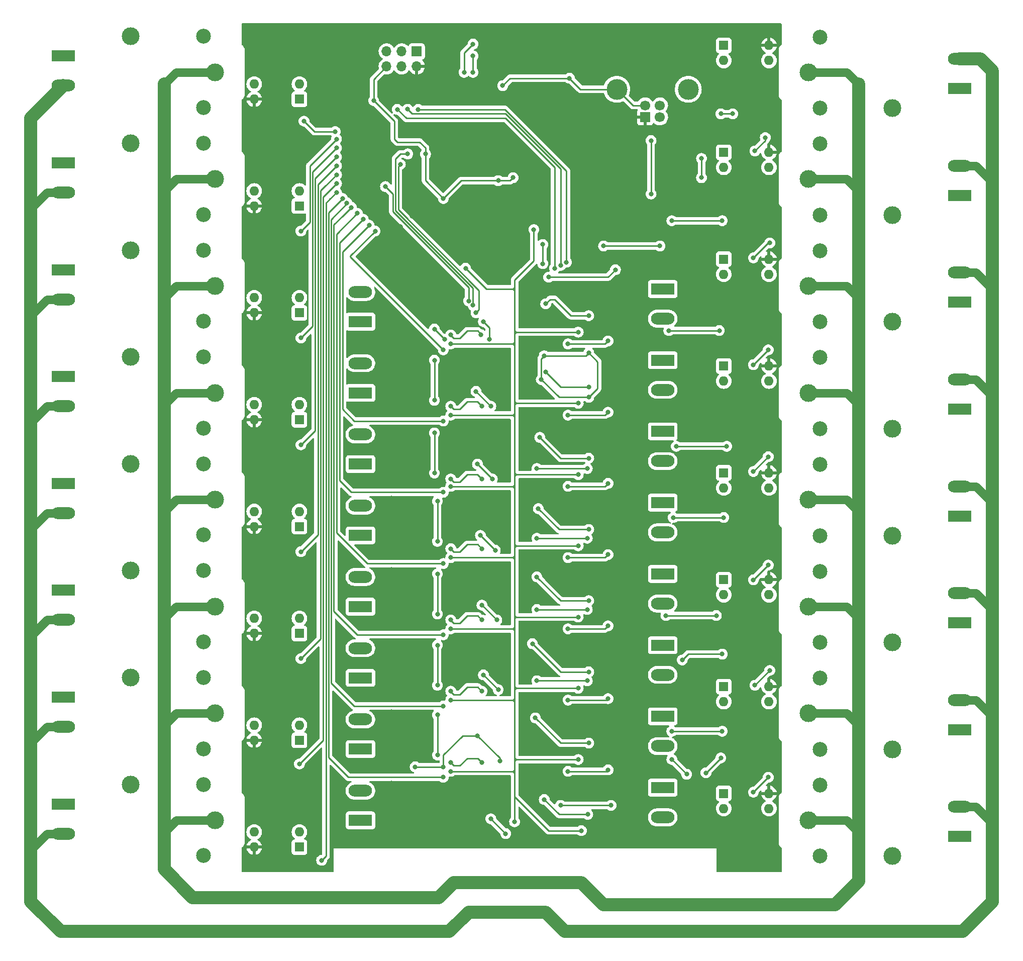
<source format=gbr>
%TF.GenerationSoftware,KiCad,Pcbnew,(6.0.7-1)-1*%
%TF.CreationDate,2023-01-13T01:44:41+01:00*%
%TF.ProjectId,Astraveus_Testtech,41737472-6176-4657-9573-5f5465737474,0.1*%
%TF.SameCoordinates,Original*%
%TF.FileFunction,Copper,L2,Bot*%
%TF.FilePolarity,Positive*%
%FSLAX46Y46*%
G04 Gerber Fmt 4.6, Leading zero omitted, Abs format (unit mm)*
G04 Created by KiCad (PCBNEW (6.0.7-1)-1) date 2023-01-13 01:44:41*
%MOMM*%
%LPD*%
G01*
G04 APERTURE LIST*
%TA.AperFunction,ComponentPad*%
%ADD10R,3.960000X1.980000*%
%TD*%
%TA.AperFunction,ComponentPad*%
%ADD11O,3.960000X1.980000*%
%TD*%
%TA.AperFunction,ComponentPad*%
%ADD12C,3.000000*%
%TD*%
%TA.AperFunction,ComponentPad*%
%ADD13C,2.500000*%
%TD*%
%TA.AperFunction,ComponentPad*%
%ADD14R,1.600000X1.600000*%
%TD*%
%TA.AperFunction,ComponentPad*%
%ADD15O,1.600000X1.600000*%
%TD*%
%TA.AperFunction,ComponentPad*%
%ADD16R,1.700000X1.700000*%
%TD*%
%TA.AperFunction,ComponentPad*%
%ADD17C,1.700000*%
%TD*%
%TA.AperFunction,ComponentPad*%
%ADD18C,3.500000*%
%TD*%
%TA.AperFunction,ComponentPad*%
%ADD19O,1.700000X1.700000*%
%TD*%
%TA.AperFunction,ViaPad*%
%ADD20C,0.800000*%
%TD*%
%TA.AperFunction,Conductor*%
%ADD21C,0.250000*%
%TD*%
%TA.AperFunction,Conductor*%
%ADD22C,1.400000*%
%TD*%
%TA.AperFunction,Conductor*%
%ADD23C,2.200000*%
%TD*%
G04 APERTURE END LIST*
D10*
%TO.P,J27,1,Pin_1*%
%TO.N,Net-(J27-Pad1)*%
X180750000Y-120750000D03*
D11*
%TO.P,J27,2,Pin_2*%
%TO.N,GNDA*%
X180750000Y-115750000D03*
%TD*%
D10*
%TO.P,J9,1,Pin_1*%
%TO.N,Net-(J9-Pad1)*%
X130718750Y-124500000D03*
D11*
%TO.P,J9,2,Pin_2*%
%TO.N,Net-(J9-Pad2)*%
X130718750Y-129500000D03*
%TD*%
D12*
%TO.P,K11,1*%
%TO.N,VAC*%
X55250000Y-154000000D03*
D13*
%TO.P,K11,2*%
%TO.N,Net-(D24-Pad2)*%
X53300000Y-147950000D03*
D12*
%TO.P,K11,3*%
%TO.N,Net-(J30-Pad1)*%
X41100000Y-147950000D03*
D13*
%TO.P,K11,5*%
%TO.N,+5V*%
X53300000Y-159950000D03*
%TD*%
D10*
%TO.P,J26,1,Pin_1*%
%TO.N,Net-(J26-Pad1)*%
X29750000Y-115250000D03*
D11*
%TO.P,J26,2,Pin_2*%
%TO.N,GNDA*%
X29750000Y-120250000D03*
%TD*%
D10*
%TO.P,J5,1,Pin_1*%
%TO.N,Net-(J5-Pad1)*%
X130718750Y-100500000D03*
D11*
%TO.P,J5,2,Pin_2*%
%TO.N,Net-(J5-Pad2)*%
X130718750Y-105500000D03*
%TD*%
D14*
%TO.P,U25,1*%
%TO.N,Net-(R62-Pad1)*%
X69500000Y-104525000D03*
D15*
%TO.P,U25,2*%
%TO.N,Net-(D13-Pad2)*%
X69500000Y-101985000D03*
%TO.P,U25,3*%
%TO.N,Net-(R63-Pad2)*%
X61880000Y-101985000D03*
%TO.P,U25,4*%
%TO.N,+5V*%
X61880000Y-104525000D03*
%TD*%
D14*
%TO.P,U35,1*%
%TO.N,Net-(R82-Pad1)*%
X69500000Y-194525000D03*
D15*
%TO.P,U35,2*%
%TO.N,Net-(D33-Pad2)*%
X69500000Y-191985000D03*
%TO.P,U35,3*%
%TO.N,Net-(R83-Pad2)*%
X61880000Y-191985000D03*
%TO.P,U35,4*%
%TO.N,+5V*%
X61880000Y-194525000D03*
%TD*%
D10*
%TO.P,J24,1,Pin_1*%
%TO.N,Net-(J24-Pad1)*%
X29750000Y-97250000D03*
D11*
%TO.P,J24,2,Pin_2*%
%TO.N,GNDA*%
X29750000Y-102250000D03*
%TD*%
D14*
%TO.P,U33,1*%
%TO.N,Net-(R78-Pad1)*%
X69500000Y-176525000D03*
D15*
%TO.P,U33,2*%
%TO.N,Net-(D29-Pad2)*%
X69500000Y-173985000D03*
%TO.P,U33,3*%
%TO.N,Net-(R79-Pad2)*%
X61880000Y-173985000D03*
%TO.P,U33,4*%
%TO.N,+5V*%
X61880000Y-176525000D03*
%TD*%
D16*
%TO.P,J2,1,VBUS*%
%TO.N,+5V*%
X127750000Y-71577500D03*
D17*
%TO.P,J2,2,D-*%
%TO.N,Net-(J2-Pad2)*%
X130250000Y-71577500D03*
%TO.P,J2,3,D+*%
%TO.N,Net-(J2-Pad3)*%
X130250000Y-69577500D03*
%TO.P,J2,4,GND*%
%TO.N,GND*%
X127750000Y-69577500D03*
D18*
%TO.P,J2,5,Shield*%
X135020000Y-66867500D03*
X122980000Y-66867500D03*
%TD*%
D14*
%TO.P,U28,1*%
%TO.N,Net-(R68-Pad1)*%
X141000000Y-113475000D03*
D15*
%TO.P,U28,2*%
%TO.N,Net-(D19-Pad2)*%
X141000000Y-116015000D03*
%TO.P,U28,3*%
%TO.N,Net-(R69-Pad2)*%
X148620000Y-116015000D03*
%TO.P,U28,4*%
%TO.N,+5V*%
X148620000Y-113475000D03*
%TD*%
D12*
%TO.P,K9,1*%
%TO.N,VAC*%
X55250000Y-136000000D03*
D13*
%TO.P,K9,2*%
%TO.N,Net-(D20-Pad2)*%
X53300000Y-129950000D03*
D12*
%TO.P,K9,3*%
%TO.N,Net-(J28-Pad1)*%
X41100000Y-129950000D03*
D13*
%TO.P,K9,5*%
%TO.N,+5V*%
X53300000Y-141950000D03*
%TD*%
D10*
%TO.P,J11,1,Pin_1*%
%TO.N,Net-(J11-Pad1)*%
X130718750Y-136500000D03*
D11*
%TO.P,J11,2,Pin_2*%
%TO.N,Net-(J11-Pad2)*%
X130718750Y-141500000D03*
%TD*%
D14*
%TO.P,U22,1*%
%TO.N,Net-(R56-Pad1)*%
X141000000Y-59475000D03*
D15*
%TO.P,U22,2*%
%TO.N,Net-(D7-Pad2)*%
X141000000Y-62015000D03*
%TO.P,U22,3*%
%TO.N,Net-(R57-Pad2)*%
X148620000Y-62015000D03*
%TO.P,U22,4*%
%TO.N,+5V*%
X148620000Y-59475000D03*
%TD*%
D12*
%TO.P,K13,1*%
%TO.N,VAC*%
X55250000Y-172000000D03*
D13*
%TO.P,K13,2*%
%TO.N,Net-(D28-Pad2)*%
X53300000Y-165950000D03*
D12*
%TO.P,K13,3*%
%TO.N,Net-(J32-Pad1)*%
X41100000Y-165950000D03*
D13*
%TO.P,K13,5*%
%TO.N,+5V*%
X53300000Y-177950000D03*
%TD*%
D12*
%TO.P,K8,1*%
%TO.N,VAC*%
X155250000Y-118000000D03*
D13*
%TO.P,K8,2*%
%TO.N,Net-(D18-Pad2)*%
X157200000Y-124050000D03*
D12*
%TO.P,K8,3*%
%TO.N,Net-(J27-Pad1)*%
X169400000Y-124050000D03*
D13*
%TO.P,K8,5*%
%TO.N,+5V*%
X157200000Y-112050000D03*
%TD*%
D12*
%TO.P,K5,1*%
%TO.N,VAC*%
X55250000Y-100000000D03*
D13*
%TO.P,K5,2*%
%TO.N,Net-(D12-Pad2)*%
X53300000Y-93950000D03*
D12*
%TO.P,K5,3*%
%TO.N,Net-(J24-Pad1)*%
X41100000Y-93950000D03*
D13*
%TO.P,K5,5*%
%TO.N,+5V*%
X53300000Y-105950000D03*
%TD*%
D10*
%TO.P,J3,1,Pin_1*%
%TO.N,VAC*%
X106750000Y-200485000D03*
D11*
%TO.P,J3,2,Pin_2*%
%TO.N,GNDA*%
X106750000Y-205485000D03*
%TD*%
D10*
%TO.P,J23,1,Pin_1*%
%TO.N,Net-(J23-Pad1)*%
X180750000Y-84750000D03*
D11*
%TO.P,J23,2,Pin_2*%
%TO.N,GNDA*%
X180750000Y-79750000D03*
%TD*%
D10*
%TO.P,J16,1,Pin_1*%
%TO.N,Net-(J16-Pad1)*%
X79779879Y-178012500D03*
D11*
%TO.P,J16,2,Pin_2*%
%TO.N,Net-(J16-Pad2)*%
X79779879Y-173012500D03*
%TD*%
D10*
%TO.P,J28,1,Pin_1*%
%TO.N,Net-(J28-Pad1)*%
X29750000Y-133250000D03*
D11*
%TO.P,J28,2,Pin_2*%
%TO.N,GNDA*%
X29750000Y-138250000D03*
%TD*%
D14*
%TO.P,U23,1*%
%TO.N,Net-(R58-Pad1)*%
X69500000Y-86525000D03*
D15*
%TO.P,U23,2*%
%TO.N,Net-(D9-Pad2)*%
X69500000Y-83985000D03*
%TO.P,U23,3*%
%TO.N,Net-(R59-Pad2)*%
X61880000Y-83985000D03*
%TO.P,U23,4*%
%TO.N,+5V*%
X61880000Y-86525000D03*
%TD*%
D10*
%TO.P,J14,1,Pin_1*%
%TO.N,Net-(J14-Pad1)*%
X79779879Y-166012500D03*
D11*
%TO.P,J14,2,Pin_2*%
%TO.N,Net-(J14-Pad2)*%
X79779879Y-161012500D03*
%TD*%
D10*
%TO.P,J7,1,Pin_1*%
%TO.N,Net-(J7-Pad1)*%
X130718750Y-112500000D03*
D11*
%TO.P,J7,2,Pin_2*%
%TO.N,Net-(J7-Pad2)*%
X130718750Y-117500000D03*
%TD*%
D10*
%TO.P,J30,1,Pin_1*%
%TO.N,Net-(J30-Pad1)*%
X29750000Y-151250000D03*
D11*
%TO.P,J30,2,Pin_2*%
%TO.N,GNDA*%
X29750000Y-156250000D03*
%TD*%
D14*
%TO.P,U27,1*%
%TO.N,Net-(R66-Pad1)*%
X69500000Y-122525000D03*
D15*
%TO.P,U27,2*%
%TO.N,Net-(D17-Pad2)*%
X69500000Y-119985000D03*
%TO.P,U27,3*%
%TO.N,Net-(R67-Pad2)*%
X61880000Y-119985000D03*
%TO.P,U27,4*%
%TO.N,+5V*%
X61880000Y-122525000D03*
%TD*%
D14*
%TO.P,U26,1*%
%TO.N,Net-(R64-Pad1)*%
X141000000Y-95475000D03*
D15*
%TO.P,U26,2*%
%TO.N,Net-(D15-Pad2)*%
X141000000Y-98015000D03*
%TO.P,U26,3*%
%TO.N,Net-(R65-Pad2)*%
X148620000Y-98015000D03*
%TO.P,U26,4*%
%TO.N,+5V*%
X148620000Y-95475000D03*
%TD*%
D12*
%TO.P,K7,1*%
%TO.N,VAC*%
X55250000Y-118000000D03*
D13*
%TO.P,K7,2*%
%TO.N,Net-(D16-Pad2)*%
X53300000Y-111950000D03*
D12*
%TO.P,K7,3*%
%TO.N,Net-(J26-Pad1)*%
X41100000Y-111950000D03*
D13*
%TO.P,K7,5*%
%TO.N,+5V*%
X53300000Y-123950000D03*
%TD*%
D10*
%TO.P,J31,1,Pin_1*%
%TO.N,Net-(J31-Pad1)*%
X180750000Y-156750000D03*
D11*
%TO.P,J31,2,Pin_2*%
%TO.N,GNDA*%
X180750000Y-151750000D03*
%TD*%
D10*
%TO.P,J20,1,Pin_1*%
%TO.N,Net-(J20-Pad1)*%
X29750000Y-61250000D03*
D11*
%TO.P,J20,2,Pin_2*%
%TO.N,GNDA*%
X29750000Y-66250000D03*
%TD*%
D10*
%TO.P,J6,1,Pin_1*%
%TO.N,Net-(J6-Pad1)*%
X79779879Y-118012500D03*
D11*
%TO.P,J6,2,Pin_2*%
%TO.N,Net-(J6-Pad2)*%
X79779879Y-113012500D03*
%TD*%
D10*
%TO.P,J29,1,Pin_1*%
%TO.N,Net-(J29-Pad1)*%
X180750000Y-138750000D03*
D11*
%TO.P,J29,2,Pin_2*%
%TO.N,GNDA*%
X180750000Y-133750000D03*
%TD*%
D12*
%TO.P,K1,1*%
%TO.N,VAC*%
X55250000Y-64000000D03*
D13*
%TO.P,K1,2*%
%TO.N,Net-(D4-Pad2)*%
X53300000Y-57950000D03*
D12*
%TO.P,K1,3*%
%TO.N,Net-(J20-Pad1)*%
X41100000Y-57950000D03*
D13*
%TO.P,K1,5*%
%TO.N,+5V*%
X53300000Y-69950000D03*
%TD*%
D10*
%TO.P,J34,1,Pin_1*%
%TO.N,Net-(J34-Pad1)*%
X29750000Y-187250000D03*
D11*
%TO.P,J34,2,Pin_2*%
%TO.N,GNDA*%
X29750000Y-192250000D03*
%TD*%
D10*
%TO.P,J22,1,Pin_1*%
%TO.N,Net-(J22-Pad1)*%
X29750000Y-79250000D03*
D11*
%TO.P,J22,2,Pin_2*%
%TO.N,GNDA*%
X29750000Y-84250000D03*
%TD*%
D10*
%TO.P,J19,1,Pin_1*%
%TO.N,Net-(J19-Pad1)*%
X130718750Y-184500000D03*
D11*
%TO.P,J19,2,Pin_2*%
%TO.N,Net-(J19-Pad2)*%
X130718750Y-189500000D03*
%TD*%
D10*
%TO.P,J35,1,Pin_1*%
%TO.N,Net-(J35-Pad1)*%
X180750000Y-192750000D03*
D11*
%TO.P,J35,2,Pin_2*%
%TO.N,GNDA*%
X180750000Y-187750000D03*
%TD*%
D10*
%TO.P,J21,1,Pin_1*%
%TO.N,Net-(J21-Pad1)*%
X180750000Y-66749999D03*
D11*
%TO.P,J21,2,Pin_2*%
%TO.N,GNDA*%
X180750000Y-61749999D03*
%TD*%
D14*
%TO.P,U24,1*%
%TO.N,Net-(R60-Pad1)*%
X141000000Y-77475000D03*
D15*
%TO.P,U24,2*%
%TO.N,Net-(D11-Pad2)*%
X141000000Y-80015000D03*
%TO.P,U24,3*%
%TO.N,Net-(R61-Pad2)*%
X148620000Y-80015000D03*
%TO.P,U24,4*%
%TO.N,+5V*%
X148620000Y-77475000D03*
%TD*%
D14*
%TO.P,U30,1*%
%TO.N,Net-(R72-Pad1)*%
X141000000Y-131475000D03*
D15*
%TO.P,U30,2*%
%TO.N,Net-(D23-Pad2)*%
X141000000Y-134015000D03*
%TO.P,U30,3*%
%TO.N,Net-(R73-Pad2)*%
X148620000Y-134015000D03*
%TO.P,U30,4*%
%TO.N,+5V*%
X148620000Y-131475000D03*
%TD*%
D14*
%TO.P,U34,1*%
%TO.N,Net-(R80-Pad1)*%
X141000000Y-167475000D03*
D15*
%TO.P,U34,2*%
%TO.N,Net-(D31-Pad2)*%
X141000000Y-170015000D03*
%TO.P,U34,3*%
%TO.N,Net-(R81-Pad2)*%
X148620000Y-170015000D03*
%TO.P,U34,4*%
%TO.N,+5V*%
X148620000Y-167475000D03*
%TD*%
D12*
%TO.P,K4,1*%
%TO.N,VAC*%
X155250000Y-82000000D03*
D13*
%TO.P,K4,2*%
%TO.N,Net-(D10-Pad2)*%
X157200000Y-88050000D03*
D12*
%TO.P,K4,3*%
%TO.N,Net-(J23-Pad1)*%
X169400000Y-88050000D03*
D13*
%TO.P,K4,5*%
%TO.N,+5V*%
X157200000Y-76050000D03*
%TD*%
D12*
%TO.P,K12,1*%
%TO.N,VAC*%
X155250000Y-154000000D03*
D13*
%TO.P,K12,2*%
%TO.N,Net-(D26-Pad2)*%
X157200000Y-160050000D03*
D12*
%TO.P,K12,3*%
%TO.N,Net-(J31-Pad1)*%
X169400000Y-160050000D03*
D13*
%TO.P,K12,5*%
%TO.N,+5V*%
X157200000Y-148050000D03*
%TD*%
D14*
%TO.P,U32,1*%
%TO.N,Net-(R76-Pad1)*%
X141000000Y-149475000D03*
D15*
%TO.P,U32,2*%
%TO.N,Net-(D27-Pad2)*%
X141000000Y-152015000D03*
%TO.P,U32,3*%
%TO.N,Net-(R77-Pad2)*%
X148620000Y-152015000D03*
%TO.P,U32,4*%
%TO.N,+5V*%
X148620000Y-149475000D03*
%TD*%
D10*
%TO.P,J12,1,Pin_1*%
%TO.N,Net-(J12-Pad1)*%
X79779879Y-154012500D03*
D11*
%TO.P,J12,2,Pin_2*%
%TO.N,Net-(J12-Pad2)*%
X79779879Y-149012500D03*
%TD*%
D10*
%TO.P,J25,1,Pin_1*%
%TO.N,Net-(J25-Pad1)*%
X180750000Y-102750000D03*
D11*
%TO.P,J25,2,Pin_2*%
%TO.N,GNDA*%
X180750000Y-97750000D03*
%TD*%
D10*
%TO.P,J10,1,Pin_1*%
%TO.N,Net-(J10-Pad1)*%
X79779879Y-142012500D03*
D11*
%TO.P,J10,2,Pin_2*%
%TO.N,Net-(J10-Pad2)*%
X79779879Y-137012500D03*
%TD*%
D10*
%TO.P,J15,1,Pin_1*%
%TO.N,Net-(J15-Pad1)*%
X130718750Y-160500000D03*
D11*
%TO.P,J15,2,Pin_2*%
%TO.N,Net-(J15-Pad2)*%
X130718750Y-165500000D03*
%TD*%
D12*
%TO.P,K6,1*%
%TO.N,VAC*%
X155250000Y-100000000D03*
D13*
%TO.P,K6,2*%
%TO.N,Net-(D14-Pad2)*%
X157200000Y-106050000D03*
D12*
%TO.P,K6,3*%
%TO.N,Net-(J25-Pad1)*%
X169400000Y-106050000D03*
D13*
%TO.P,K6,5*%
%TO.N,+5V*%
X157200000Y-94050000D03*
%TD*%
D14*
%TO.P,U31,1*%
%TO.N,Net-(R74-Pad1)*%
X69500000Y-158525000D03*
D15*
%TO.P,U31,2*%
%TO.N,Net-(D25-Pad2)*%
X69500000Y-155985000D03*
%TO.P,U31,3*%
%TO.N,Net-(R75-Pad2)*%
X61880000Y-155985000D03*
%TO.P,U31,4*%
%TO.N,+5V*%
X61880000Y-158525000D03*
%TD*%
D12*
%TO.P,K15,1*%
%TO.N,VAC*%
X55250000Y-190000000D03*
D13*
%TO.P,K15,2*%
%TO.N,Net-(D32-Pad2)*%
X53300000Y-183950000D03*
D12*
%TO.P,K15,3*%
%TO.N,Net-(J34-Pad1)*%
X41100000Y-183950000D03*
D13*
%TO.P,K15,5*%
%TO.N,+5V*%
X53300000Y-195950000D03*
%TD*%
D10*
%TO.P,J33,1,Pin_1*%
%TO.N,Net-(J33-Pad1)*%
X180750000Y-174750000D03*
D11*
%TO.P,J33,2,Pin_2*%
%TO.N,GNDA*%
X180750000Y-169750000D03*
%TD*%
D10*
%TO.P,J8,1,Pin_1*%
%TO.N,Net-(J8-Pad1)*%
X79779879Y-130012500D03*
D11*
%TO.P,J8,2,Pin_2*%
%TO.N,Net-(J8-Pad2)*%
X79779879Y-125012500D03*
%TD*%
D12*
%TO.P,K16,1*%
%TO.N,VAC*%
X155250000Y-190000000D03*
D13*
%TO.P,K16,2*%
%TO.N,Net-(D34-Pad2)*%
X157200000Y-196050000D03*
D12*
%TO.P,K16,3*%
%TO.N,Net-(J35-Pad1)*%
X169400000Y-196050000D03*
D13*
%TO.P,K16,5*%
%TO.N,+5V*%
X157200000Y-184050000D03*
%TD*%
D10*
%TO.P,J32,1,Pin_1*%
%TO.N,Net-(J32-Pad1)*%
X29750000Y-169250000D03*
D11*
%TO.P,J32,2,Pin_2*%
%TO.N,GNDA*%
X29750000Y-174250000D03*
%TD*%
D14*
%TO.P,U21,1*%
%TO.N,Net-(R54-Pad1)*%
X69500000Y-68525000D03*
D15*
%TO.P,U21,2*%
%TO.N,Net-(D5-Pad2)*%
X69500000Y-65985000D03*
%TO.P,U21,3*%
%TO.N,Net-(R55-Pad2)*%
X61880000Y-65985000D03*
%TO.P,U21,4*%
%TO.N,+5V*%
X61880000Y-68525000D03*
%TD*%
D10*
%TO.P,J17,1,Pin_1*%
%TO.N,Net-(J17-Pad1)*%
X130718750Y-172500000D03*
D11*
%TO.P,J17,2,Pin_2*%
%TO.N,Net-(J17-Pad2)*%
X130718750Y-177500000D03*
%TD*%
D10*
%TO.P,J18,1,Pin_1*%
%TO.N,Net-(J18-Pad1)*%
X79779879Y-190012500D03*
D11*
%TO.P,J18,2,Pin_2*%
%TO.N,Net-(J18-Pad2)*%
X79779879Y-185012500D03*
%TD*%
D12*
%TO.P,K3,1*%
%TO.N,VAC*%
X55250000Y-82000000D03*
D13*
%TO.P,K3,2*%
%TO.N,Net-(D8-Pad2)*%
X53300000Y-75950000D03*
D12*
%TO.P,K3,3*%
%TO.N,Net-(J22-Pad1)*%
X41100000Y-75950000D03*
D13*
%TO.P,K3,5*%
%TO.N,+5V*%
X53300000Y-87950000D03*
%TD*%
D10*
%TO.P,J13,1,Pin_1*%
%TO.N,Net-(J13-Pad1)*%
X130718750Y-148500000D03*
D11*
%TO.P,J13,2,Pin_2*%
%TO.N,Net-(J13-Pad2)*%
X130718750Y-153500000D03*
%TD*%
D12*
%TO.P,K2,1*%
%TO.N,VAC*%
X155250000Y-64000000D03*
D13*
%TO.P,K2,2*%
%TO.N,Net-(D6-Pad2)*%
X157200000Y-70050000D03*
D12*
%TO.P,K2,3*%
%TO.N,Net-(J21-Pad1)*%
X169400000Y-70050000D03*
D13*
%TO.P,K2,5*%
%TO.N,+5V*%
X157200000Y-58050000D03*
%TD*%
D10*
%TO.P,J4,1,Pin_1*%
%TO.N,Net-(J4-Pad1)*%
X79779879Y-106012500D03*
D11*
%TO.P,J4,2,Pin_2*%
%TO.N,Net-(J4-Pad2)*%
X79779879Y-101012500D03*
%TD*%
D14*
%TO.P,U29,1*%
%TO.N,Net-(R70-Pad1)*%
X69500000Y-140525000D03*
D15*
%TO.P,U29,2*%
%TO.N,Net-(D21-Pad2)*%
X69500000Y-137985000D03*
%TO.P,U29,3*%
%TO.N,Net-(R71-Pad2)*%
X61880000Y-137985000D03*
%TO.P,U29,4*%
%TO.N,+5V*%
X61880000Y-140525000D03*
%TD*%
D12*
%TO.P,K14,1*%
%TO.N,VAC*%
X155250000Y-172000000D03*
D13*
%TO.P,K14,2*%
%TO.N,Net-(D30-Pad2)*%
X157200000Y-178050000D03*
D12*
%TO.P,K14,3*%
%TO.N,Net-(J33-Pad1)*%
X169400000Y-178050000D03*
D13*
%TO.P,K14,5*%
%TO.N,+5V*%
X157200000Y-166050000D03*
%TD*%
D12*
%TO.P,K10,1*%
%TO.N,VAC*%
X155250000Y-136000000D03*
D13*
%TO.P,K10,2*%
%TO.N,Net-(D22-Pad2)*%
X157200000Y-142050000D03*
D12*
%TO.P,K10,3*%
%TO.N,Net-(J29-Pad1)*%
X169400000Y-142050000D03*
D13*
%TO.P,K10,5*%
%TO.N,+5V*%
X157200000Y-130050000D03*
%TD*%
D14*
%TO.P,U36,1*%
%TO.N,Net-(R84-Pad1)*%
X141000000Y-185475000D03*
D15*
%TO.P,U36,2*%
%TO.N,Net-(D35-Pad2)*%
X141000000Y-188015000D03*
%TO.P,U36,3*%
%TO.N,Net-(R85-Pad2)*%
X148620000Y-188015000D03*
%TO.P,U36,4*%
%TO.N,+5V*%
X148620000Y-185475000D03*
%TD*%
D16*
%TO.P,J1,1,MISO*%
%TO.N,/SPI0*%
X89275000Y-60475000D03*
D19*
%TO.P,J1,2,VCC*%
%TO.N,+5V*%
X89275000Y-63015000D03*
%TO.P,J1,3,SCK*%
%TO.N,/SPI2*%
X86735000Y-60475000D03*
%TO.P,J1,4,MOSI*%
%TO.N,/SPI1*%
X86735000Y-63015000D03*
%TO.P,J1,5,~{RST}*%
%TO.N,/RESET*%
X84195000Y-60475000D03*
%TO.P,J1,6,GND*%
%TO.N,GND*%
X84195000Y-63015000D03*
%TD*%
D20*
%TO.N,+5V*%
X92391980Y-80641980D03*
X85000000Y-123750000D03*
X103750000Y-57250000D03*
X85000000Y-159750000D03*
X85000000Y-171750000D03*
X98750000Y-66250000D03*
X132500000Y-74250000D03*
X95750000Y-64250000D03*
X88500000Y-88250000D03*
X118050000Y-88900000D03*
X85000000Y-133250000D03*
X85000000Y-147750000D03*
X83500000Y-67250000D03*
X85000000Y-145250000D03*
X86500000Y-90000000D03*
X85000000Y-135750000D03*
X118224001Y-87104066D03*
X116237500Y-60925000D03*
X85000000Y-183750000D03*
X107000000Y-63000000D03*
X85000000Y-121250000D03*
X85000000Y-157250000D03*
X85000000Y-181250000D03*
X116250000Y-59250000D03*
X85000000Y-169250000D03*
%TO.N,GND*%
X99500000Y-130000000D03*
X130250000Y-93250000D03*
X110250000Y-115750000D03*
X103750000Y-66250000D03*
X141500000Y-127000000D03*
X141000000Y-139000000D03*
X137250000Y-81750000D03*
X109500000Y-130750000D03*
X118000000Y-142500000D03*
X102000000Y-132500000D03*
X100500000Y-106000000D03*
X94000000Y-109000000D03*
X132250000Y-179750000D03*
X118000000Y-154500000D03*
X122000000Y-187500000D03*
X103250000Y-180000000D03*
X137250000Y-78500000D03*
X104250000Y-192250000D03*
X92750000Y-136250000D03*
X140750000Y-175000000D03*
X92750000Y-172250000D03*
X109500000Y-142500000D03*
X146000000Y-95250000D03*
X148500000Y-182750000D03*
X118000000Y-130750000D03*
X118250000Y-111250000D03*
X128750000Y-84500000D03*
X92250000Y-119250000D03*
X103000000Y-82250000D03*
X101500000Y-109000000D03*
X146000000Y-113250000D03*
X92750000Y-160500000D03*
X93750000Y-85250000D03*
X105500000Y-81750000D03*
X92750000Y-148500000D03*
X146000000Y-131250000D03*
X99500000Y-175750000D03*
X111500000Y-98500000D03*
X82000000Y-68750000D03*
X122750000Y-97250000D03*
X128750000Y-75500000D03*
X131250000Y-155500000D03*
X131750000Y-107500000D03*
X101750000Y-189750000D03*
X140750000Y-89000000D03*
X100000000Y-142000000D03*
X138000000Y-182000000D03*
X146250000Y-167250000D03*
X148500000Y-147000000D03*
X140750000Y-162000000D03*
X113500000Y-187500000D03*
X90750000Y-77750000D03*
X132500000Y-139000000D03*
X115000000Y-65000000D03*
X146250000Y-77250000D03*
X100250000Y-153750000D03*
X92750000Y-167250000D03*
X140250000Y-107500000D03*
X148000000Y-75000000D03*
X148500000Y-110750000D03*
X92250000Y-124750000D03*
X93750000Y-181000000D03*
X118000000Y-166500000D03*
X99250000Y-117750000D03*
X92250000Y-107250000D03*
X92750000Y-143000000D03*
X140500000Y-179500000D03*
X110500000Y-93000000D03*
X148750000Y-92750000D03*
X148500000Y-128750000D03*
X103000000Y-168000000D03*
X133000000Y-127000000D03*
X118250000Y-118750000D03*
X148750000Y-164750000D03*
X110500000Y-96250000D03*
X101750000Y-120250000D03*
X92750000Y-155250000D03*
X92250000Y-112500000D03*
X132250000Y-175000000D03*
X89000000Y-181000000D03*
X100500000Y-165500000D03*
X146000000Y-149500000D03*
X146000000Y-185250000D03*
X142500000Y-71000000D03*
X110750000Y-111750000D03*
X92250000Y-131500000D03*
X140500000Y-71000000D03*
X132250000Y-89000000D03*
X134000000Y-163000000D03*
X109500000Y-154500000D03*
X139750000Y-155500000D03*
X92750000Y-179000000D03*
X134750000Y-182250000D03*
X109500000Y-166500000D03*
X120750000Y-93250000D03*
X102750000Y-156250000D03*
X102500000Y-144500000D03*
%TO.N,+3.3V*%
X109000000Y-90500000D03*
X97500000Y-97000000D03*
X117000000Y-191750000D03*
X116473629Y-155762500D03*
X95002440Y-145747560D03*
X116480564Y-107769436D03*
X116473629Y-179762500D03*
X95002440Y-181747560D03*
X105750000Y-190250000D03*
X95002440Y-109747560D03*
X95002440Y-133747560D03*
X95002440Y-169747560D03*
X95002440Y-121747560D03*
X95002440Y-157747560D03*
X116473629Y-167762500D03*
X116480564Y-143769436D03*
X116480564Y-131769436D03*
X116473629Y-119762500D03*
%TO.N,/RX*%
X98750000Y-64000000D03*
X98750000Y-61250000D03*
%TO.N,/TX*%
X98750000Y-59250000D03*
X97250000Y-64000000D03*
%TO.N,/CH0*%
X70268750Y-72231250D03*
X75515000Y-73985000D03*
%TO.N,/CH2*%
X75750000Y-75250000D03*
X69750000Y-90750000D03*
%TO.N,/CH4*%
X69750000Y-108750000D03*
X75750000Y-76750000D03*
%TO.N,/CH6*%
X69750000Y-126750000D03*
X75750000Y-78250000D03*
%TO.N,/CH14*%
X75750000Y-84250000D03*
X73250000Y-196750000D03*
%TO.N,/CH8*%
X69750000Y-144750000D03*
X75750000Y-79750000D03*
%TO.N,/CH10*%
X69750000Y-162750000D03*
X75750000Y-81250000D03*
%TO.N,/CH12*%
X69500000Y-180500000D03*
X75750000Y-82750000D03*
%TO.N,/~{DRDY}8*%
X79250000Y-87750000D03*
X93750000Y-146750000D03*
%TO.N,/~{DRDY}9*%
X118250000Y-153000000D03*
X109500000Y-149000000D03*
%TO.N,/~{DRDY}10*%
X78250000Y-86750000D03*
X93750000Y-158750000D03*
%TO.N,/~{DRDY}11*%
X108750000Y-160250000D03*
X118250000Y-165000000D03*
%TO.N,/~{DRDY}12*%
X77500000Y-86000000D03*
X93750000Y-170750000D03*
%TO.N,/~{DRDY}13*%
X118250000Y-177000000D03*
X109250000Y-172750000D03*
%TO.N,/~{DRDY}14*%
X76750000Y-85250000D03*
X93750000Y-182750000D03*
%TO.N,/SPI0*%
X89500000Y-70250000D03*
X84000000Y-83250000D03*
X114500000Y-96000000D03*
X98000000Y-102500000D03*
%TO.N,/SPI1*%
X98750000Y-103250000D03*
X87750000Y-77750000D03*
X113533841Y-96525370D03*
X87725000Y-70225000D03*
%TO.N,/SPI2*%
X86500000Y-79500000D03*
X112500000Y-97000000D03*
X99250000Y-104500000D03*
X86000000Y-70250000D03*
%TO.N,/~{DRDY}15*%
X118081250Y-189000000D03*
X110750000Y-186500000D03*
%TO.N,/~{CS}0*%
X95000000Y-108250000D03*
X100078494Y-108189769D03*
%TO.N,/~{CS}2*%
X100250000Y-120250000D03*
X95000000Y-120250000D03*
%TO.N,/~{CS}3*%
X114750000Y-109750000D03*
X121500000Y-109250000D03*
%TO.N,/~{CS}4*%
X95000000Y-132500000D03*
X100250000Y-132500000D03*
%TO.N,/~{CS}5*%
X121500000Y-121250000D03*
X114750000Y-121750000D03*
%TO.N,/~{CS}6*%
X100250000Y-144250000D03*
X95000000Y-144250000D03*
%TO.N,/~{CS}7*%
X121500000Y-133250000D03*
X114750000Y-133750000D03*
%TO.N,/~{DRDY}1*%
X111000000Y-103000000D03*
X118250000Y-105000000D03*
%TO.N,/~{DRDY}2*%
X93750000Y-110750000D03*
X82250000Y-90750000D03*
%TO.N,/~{DRDY}3*%
X118250000Y-117000000D03*
X111000000Y-114500000D03*
%TO.N,/~{DRDY}4*%
X81250000Y-89750000D03*
X93750000Y-122750000D03*
%TO.N,/~{DRDY}5*%
X110000000Y-125500000D03*
X118250000Y-129000000D03*
%TO.N,/~{DRDY}6*%
X93750000Y-134750000D03*
X80250000Y-88750000D03*
%TO.N,/~{DRDY}7*%
X118250000Y-141000000D03*
X109750000Y-137500000D03*
%TO.N,/~{CS}15*%
X114750000Y-181750000D03*
X121500000Y-181500000D03*
%TO.N,/~{CS}13*%
X114750000Y-169750000D03*
X121500000Y-169500000D03*
%TO.N,/~{CS}12*%
X100250000Y-180250000D03*
X95000000Y-180250000D03*
%TO.N,/~{CS}11*%
X121500000Y-157250000D03*
X114750000Y-157750000D03*
%TO.N,/~{CS}10*%
X95000000Y-168250000D03*
X100250000Y-168250000D03*
%TO.N,/~{CS}9*%
X121500000Y-145250000D03*
X114750000Y-145750000D03*
%TO.N,/~{CS}8*%
X95000000Y-156250000D03*
X100250000Y-156250000D03*
%TD*%
D21*
%TO.N,GND*%
X96750000Y-82250000D02*
X93750000Y-85250000D01*
X109500000Y-166500000D02*
X118000000Y-166500000D01*
X101500000Y-107000000D02*
X100500000Y-106000000D01*
X132250000Y-175000000D02*
X140750000Y-175000000D01*
X93750000Y-179000000D02*
X97000000Y-175750000D01*
X146000000Y-131250000D02*
X148500000Y-128750000D01*
X138000000Y-182000000D02*
X140500000Y-179500000D01*
X104250000Y-192250000D02*
X101750000Y-189750000D01*
X127750000Y-69577500D02*
X125690000Y-69577500D01*
X109500000Y-154500000D02*
X118000000Y-154500000D01*
X103250000Y-179500000D02*
X103250000Y-180000000D01*
X119750000Y-112750000D02*
X118250000Y-111250000D01*
X119750000Y-117250000D02*
X119750000Y-112750000D01*
X137250000Y-78500000D02*
X137250000Y-81750000D01*
X102500000Y-144500000D02*
X100000000Y-142000000D01*
X115000000Y-65000000D02*
X105000000Y-65000000D01*
X116867500Y-66867500D02*
X122980000Y-66867500D01*
X148000000Y-75500000D02*
X148000000Y-75000000D01*
X103000000Y-82250000D02*
X105000000Y-82250000D01*
X105000000Y-65000000D02*
X103750000Y-66250000D01*
X92250000Y-124750000D02*
X92250000Y-131500000D01*
X103000000Y-82250000D02*
X96750000Y-82250000D01*
X105000000Y-82250000D02*
X105500000Y-81750000D01*
X93750000Y-85250000D02*
X90750000Y-82250000D01*
X101750000Y-120250000D02*
X99250000Y-117750000D01*
X93750000Y-181000000D02*
X89000000Y-181000000D01*
X103000000Y-168000000D02*
X100500000Y-165500000D01*
X86000000Y-75750000D02*
X85500000Y-75250000D01*
X92750000Y-136250000D02*
X92750000Y-143000000D01*
X97000000Y-175750000D02*
X99500000Y-175750000D01*
X134750000Y-182250000D02*
X132250000Y-179750000D01*
X146000000Y-149500000D02*
X148500000Y-147000000D01*
X109500000Y-142500000D02*
X118000000Y-142500000D01*
X120750000Y-93250000D02*
X130250000Y-93250000D01*
X115000000Y-65000000D02*
X116867500Y-66867500D01*
X101500000Y-109000000D02*
X101500000Y-107000000D01*
X92750000Y-160500000D02*
X92750000Y-167250000D01*
X102000000Y-132500000D02*
X99500000Y-130000000D01*
X93750000Y-181000000D02*
X93750000Y-179000000D01*
X90750000Y-82250000D02*
X90750000Y-77750000D01*
X146000000Y-113250000D02*
X148500000Y-110750000D01*
X131750000Y-107500000D02*
X140250000Y-107500000D01*
X128750000Y-75500000D02*
X128750000Y-84500000D01*
X121500000Y-98500000D02*
X122750000Y-97250000D01*
X99500000Y-175750000D02*
X103250000Y-179500000D01*
X89750000Y-75750000D02*
X86000000Y-75750000D01*
X110750000Y-111750000D02*
X117750000Y-111750000D01*
X85500000Y-75250000D02*
X85500000Y-72250000D01*
X146250000Y-77250000D02*
X148000000Y-75500000D01*
X135000000Y-162000000D02*
X140750000Y-162000000D01*
X92750000Y-148500000D02*
X92750000Y-155250000D01*
X113250000Y-118750000D02*
X110250000Y-115750000D01*
X113500000Y-187500000D02*
X122000000Y-187500000D01*
X90750000Y-76750000D02*
X89750000Y-75750000D01*
X146000000Y-185250000D02*
X148500000Y-182750000D01*
X125690000Y-69577500D02*
X122980000Y-66867500D01*
X117750000Y-111750000D02*
X118250000Y-111250000D01*
X142500000Y-71000000D02*
X140500000Y-71000000D01*
X110250000Y-115750000D02*
X110250000Y-112250000D01*
X109500000Y-130750000D02*
X118000000Y-130750000D01*
X92750000Y-172250000D02*
X92750000Y-179000000D01*
X118250000Y-118750000D02*
X119750000Y-117250000D01*
X85500000Y-72250000D02*
X82000000Y-68750000D01*
X82000000Y-65210000D02*
X84195000Y-63015000D01*
X90750000Y-77750000D02*
X90750000Y-76750000D01*
X132250000Y-89000000D02*
X140750000Y-89000000D01*
X110500000Y-93000000D02*
X110500000Y-96250000D01*
X92250000Y-112500000D02*
X92250000Y-119250000D01*
X94000000Y-109000000D02*
X92250000Y-107250000D01*
X146000000Y-95250000D02*
X148500000Y-92750000D01*
X111500000Y-98500000D02*
X121500000Y-98500000D01*
X131250000Y-155500000D02*
X139750000Y-155500000D01*
X146250000Y-167250000D02*
X148750000Y-164750000D01*
X102750000Y-156250000D02*
X100250000Y-153750000D01*
X110250000Y-112250000D02*
X110750000Y-111750000D01*
X148500000Y-92750000D02*
X148750000Y-92750000D01*
X134000000Y-163000000D02*
X135000000Y-162000000D01*
X82000000Y-68750000D02*
X82000000Y-65210000D01*
X132500000Y-139000000D02*
X141000000Y-139000000D01*
X118250000Y-118750000D02*
X113250000Y-118750000D01*
X133000000Y-127000000D02*
X141500000Y-127000000D01*
%TO.N,+3.3V*%
X106000000Y-107750000D02*
X105750000Y-107500000D01*
X105502440Y-145747560D02*
X105502440Y-145752440D01*
X106000000Y-131750000D02*
X105750000Y-131500000D01*
X105502440Y-121747560D02*
X105502440Y-121752440D01*
X105750000Y-100750000D02*
X105750000Y-100500000D01*
X111500000Y-191750000D02*
X105750000Y-186000000D01*
X105750000Y-131500000D02*
X105750000Y-122000000D01*
X105502440Y-169747560D02*
X105750000Y-169500000D01*
X95004880Y-181750000D02*
X105750000Y-181750000D01*
X105750000Y-179500000D02*
X105750000Y-177250000D01*
X105750000Y-122000000D02*
X105750000Y-121750000D01*
X106000000Y-107750000D02*
X105750000Y-108000000D01*
X105750000Y-109500000D02*
X105750000Y-108000000D01*
X105500000Y-181750000D02*
X105750000Y-182000000D01*
X105747560Y-133747560D02*
X105750000Y-133750000D01*
X105987500Y-167737500D02*
X105750000Y-167500000D01*
X106000000Y-131750000D02*
X105750000Y-132000000D01*
X105750000Y-170000000D02*
X105750000Y-169750000D01*
X106012500Y-179762500D02*
X105762500Y-179762500D01*
X105750000Y-134000000D02*
X105750000Y-133750000D01*
X105747560Y-169747560D02*
X105750000Y-169750000D01*
X105750000Y-157750000D02*
X105750000Y-157500000D01*
X105750000Y-100500000D02*
X105750000Y-100250000D01*
X116473629Y-119762500D02*
X106012500Y-119762500D01*
X106012500Y-119762500D02*
X105762500Y-119762500D01*
X106000000Y-143750000D02*
X105750000Y-143500000D01*
X105252440Y-169747560D02*
X105747560Y-169747560D01*
X95002440Y-109747560D02*
X105502440Y-109747560D01*
X105750000Y-181500000D02*
X105750000Y-180000000D01*
X105987500Y-155762500D02*
X105987500Y-155737500D01*
X105502440Y-109747560D02*
X105747560Y-109747560D01*
X105502440Y-121752440D02*
X105750000Y-122000000D01*
X105987500Y-155737500D02*
X105750000Y-155500000D01*
X105987500Y-167762500D02*
X105750000Y-168000000D01*
X105987500Y-119762500D02*
X105750000Y-120000000D01*
X106000000Y-107750000D02*
X105750000Y-107750000D01*
X105750000Y-167500000D02*
X105750000Y-158000000D01*
X95002440Y-133747560D02*
X105497560Y-133747560D01*
X106000000Y-131750000D02*
X105750000Y-131750000D01*
X105987500Y-155762500D02*
X105750000Y-156000000D01*
X105987500Y-179762500D02*
X105750000Y-180000000D01*
X105500000Y-100500000D02*
X105750000Y-100500000D01*
X105750000Y-132000000D02*
X105750000Y-131750000D01*
X105497560Y-133747560D02*
X105747560Y-133747560D01*
X105750000Y-169500000D02*
X105750000Y-168000000D01*
X105747560Y-121747560D02*
X105750000Y-121750000D01*
X97500000Y-97000000D02*
X101000000Y-100500000D01*
X105750000Y-107750000D02*
X105750000Y-107500000D01*
X95002440Y-121747560D02*
X105502440Y-121747560D01*
X105750000Y-121500000D02*
X105750000Y-120000000D01*
X105747560Y-109747560D02*
X105750000Y-109750000D01*
X106012500Y-179762500D02*
X105750000Y-179500000D01*
X106000000Y-143750000D02*
X105750000Y-143750000D01*
X105502440Y-109747560D02*
X105502440Y-109752440D01*
X105750000Y-143500000D02*
X105750000Y-134000000D01*
X105750000Y-177250000D02*
X105750000Y-170000000D01*
X105502440Y-109752440D02*
X105750000Y-110000000D01*
X105502440Y-145747560D02*
X105750000Y-145500000D01*
X105750000Y-121750000D02*
X105750000Y-121500000D01*
X105750000Y-145750000D02*
X105750000Y-145500000D01*
X105502440Y-133747560D02*
X105502440Y-133752440D01*
X105762500Y-167762500D02*
X105750000Y-167750000D01*
X105750000Y-120000000D02*
X105750000Y-119750000D01*
X105502440Y-121747560D02*
X105747560Y-121747560D01*
X116461128Y-131750000D02*
X106000000Y-131750000D01*
X105750000Y-158000000D02*
X105750000Y-157750000D01*
X105987500Y-155762500D02*
X105762500Y-155762500D01*
X95002440Y-169747560D02*
X105252440Y-169747560D01*
X105762500Y-155762500D02*
X105750000Y-155750000D01*
X105500000Y-181750000D02*
X105750000Y-181750000D01*
X105502440Y-109747560D02*
X105750000Y-109500000D01*
X105750000Y-133500000D02*
X105750000Y-132000000D01*
X95002440Y-145747560D02*
X105502440Y-145747560D01*
X105750000Y-157500000D02*
X105750000Y-156000000D01*
X105750000Y-168000000D02*
X105750000Y-167750000D01*
X117000000Y-191750000D02*
X111500000Y-191750000D01*
X105502440Y-157752440D02*
X105750000Y-158000000D01*
X106012500Y-179762500D02*
X105987500Y-179762500D01*
X105252440Y-169747560D02*
X105497560Y-169747560D01*
X105750000Y-133750000D02*
X105750000Y-133500000D01*
X105762500Y-119762500D02*
X105750000Y-119750000D01*
X105750000Y-155750000D02*
X105750000Y-155500000D01*
X109000000Y-95750000D02*
X109000000Y-90500000D01*
X95002440Y-157747560D02*
X105502440Y-157747560D01*
X105750000Y-155500000D02*
X105750000Y-146000000D01*
X105750000Y-180000000D02*
X105750000Y-179750000D01*
X105500000Y-181750000D02*
X105750000Y-181500000D01*
X105750000Y-179750000D02*
X105750000Y-179500000D01*
X105750000Y-119500000D02*
X105750000Y-110000000D01*
X116461128Y-107750000D02*
X106000000Y-107750000D01*
X116473629Y-167762500D02*
X105987500Y-167762500D01*
X105500000Y-100500000D02*
X105750000Y-100250000D01*
X105750000Y-107500000D02*
X105750000Y-100750000D01*
X105750000Y-143750000D02*
X105750000Y-143500000D01*
X105502440Y-121747560D02*
X105750000Y-121500000D01*
X105987500Y-167762500D02*
X105987500Y-167737500D01*
X116480564Y-107769436D02*
X116461128Y-107750000D01*
X101000000Y-100500000D02*
X105500000Y-100500000D01*
X116473629Y-179762500D02*
X106012500Y-179762500D01*
X106000000Y-143750000D02*
X105750000Y-144000000D01*
X105750000Y-186000000D02*
X105750000Y-182000000D01*
X105750000Y-182000000D02*
X105750000Y-181750000D01*
X105750000Y-167750000D02*
X105750000Y-167500000D01*
X105502440Y-157747560D02*
X105502440Y-157752440D01*
X105750000Y-169750000D02*
X105750000Y-169500000D01*
X105497560Y-133747560D02*
X105502440Y-133747560D01*
X105502440Y-157747560D02*
X105750000Y-157500000D01*
X105497560Y-169747560D02*
X105750000Y-170000000D01*
X105502440Y-133752440D02*
X105750000Y-134000000D01*
X105750000Y-181750000D02*
X105750000Y-181500000D01*
X105750000Y-146000000D02*
X105750000Y-145750000D01*
X105502440Y-133747560D02*
X105750000Y-133500000D01*
X105497560Y-169747560D02*
X105502440Y-169747560D01*
X106012500Y-119762500D02*
X105987500Y-119762500D01*
X105750000Y-99000000D02*
X109000000Y-95750000D01*
X105502440Y-157747560D02*
X105747560Y-157747560D01*
X116461128Y-143750000D02*
X106000000Y-143750000D01*
X105750000Y-109750000D02*
X105750000Y-109500000D01*
X105750000Y-100250000D02*
X105750000Y-99000000D01*
X105750000Y-144000000D02*
X105750000Y-143750000D01*
X105750000Y-156000000D02*
X105750000Y-155750000D01*
X105747560Y-145747560D02*
X105750000Y-145750000D01*
X116480564Y-143769436D02*
X116461128Y-143750000D01*
X105762500Y-179762500D02*
X105750000Y-179750000D01*
X116480564Y-131769436D02*
X116461128Y-131750000D01*
X105750000Y-108000000D02*
X105750000Y-107750000D01*
X105500000Y-100500000D02*
X105750000Y-100750000D01*
X105502440Y-145747560D02*
X105747560Y-145747560D01*
X105750000Y-119500000D02*
X106012500Y-119762500D01*
X116473629Y-155762500D02*
X105987500Y-155762500D01*
X105750000Y-145500000D02*
X105750000Y-144000000D01*
X105750000Y-131750000D02*
X105750000Y-131500000D01*
X105987500Y-167762500D02*
X105762500Y-167762500D01*
X105502440Y-145752440D02*
X105750000Y-146000000D01*
X105747560Y-157747560D02*
X105750000Y-157750000D01*
X105750000Y-110000000D02*
X105750000Y-109750000D01*
X105750000Y-186000000D02*
X105750000Y-190250000D01*
X105750000Y-119750000D02*
X105750000Y-119500000D01*
%TO.N,/RX*%
X98750000Y-64000000D02*
X98750000Y-61250000D01*
%TO.N,/TX*%
X98750000Y-59250000D02*
X97250000Y-60750000D01*
X97250000Y-60750000D02*
X97250000Y-64000000D01*
%TO.N,/CH0*%
X72022500Y-73985000D02*
X75515000Y-73985000D01*
X70268750Y-72231250D02*
X72022500Y-73985000D01*
%TO.N,/CH2*%
X71250000Y-89250000D02*
X69750000Y-90750000D01*
X71250000Y-79750000D02*
X71250000Y-89250000D01*
X75750000Y-75250000D02*
X71250000Y-79750000D01*
%TO.N,/CH4*%
X71704491Y-80795509D02*
X71704491Y-106795509D01*
X75750000Y-76750000D02*
X71704491Y-80795509D01*
X71704491Y-106795509D02*
X69750000Y-108750000D01*
%TO.N,/CH6*%
X75750000Y-78250000D02*
X72153992Y-81846008D01*
X72153992Y-124346008D02*
X69750000Y-126750000D01*
X72153992Y-81846008D02*
X72153992Y-124346008D01*
%TO.N,/CH14*%
X75750000Y-84250000D02*
X74625000Y-85375000D01*
X73951996Y-86048004D02*
X74625000Y-85375000D01*
X73951996Y-196048004D02*
X73951996Y-86048004D01*
X73250000Y-196750000D02*
X73951996Y-196048004D01*
%TO.N,/CH8*%
X69750000Y-144750000D02*
X72603493Y-141896507D01*
X72603493Y-82896507D02*
X75750000Y-79750000D01*
X72603493Y-141896507D02*
X72603493Y-82896507D01*
%TO.N,/CH10*%
X73052994Y-159447006D02*
X73052994Y-83947006D01*
X73052994Y-83947006D02*
X73750000Y-83250000D01*
X75750000Y-81250000D02*
X73750000Y-83250000D01*
X69750000Y-162750000D02*
X73052994Y-159447006D01*
%TO.N,/CH12*%
X75750000Y-82750000D02*
X74250000Y-84250000D01*
X73502495Y-84997505D02*
X74250000Y-84250000D01*
X69500000Y-180500000D02*
X73502495Y-176497505D01*
X73502495Y-176497505D02*
X73502495Y-84997505D01*
D22*
%TO.N,VAC*%
X46750000Y-84000000D02*
X46750000Y-102000000D01*
X161750000Y-118000000D02*
X163750000Y-120000000D01*
X46750000Y-66000000D02*
X46750000Y-84000000D01*
X161750000Y-100000000D02*
X163750000Y-102000000D01*
X55250000Y-190000000D02*
X48750000Y-190000000D01*
X55250000Y-172000000D02*
X48750000Y-172000000D01*
X48750000Y-118000000D02*
X46750000Y-120000000D01*
X46750000Y-156000000D02*
X46750000Y-174000000D01*
X161750000Y-136000000D02*
X163750000Y-138000000D01*
X161750000Y-172000000D02*
X163750000Y-174000000D01*
D23*
X93000000Y-203000000D02*
X95515000Y-200485000D01*
D22*
X55250000Y-118000000D02*
X48750000Y-118000000D01*
X155250000Y-64000000D02*
X161750000Y-64000000D01*
X155250000Y-136000000D02*
X161750000Y-136000000D01*
X161750000Y-64000000D02*
X163750000Y-66000000D01*
X48750000Y-190000000D02*
X46750000Y-192000000D01*
X48750000Y-64000000D02*
X46750000Y-66000000D01*
D23*
X46750000Y-194250000D02*
X46750000Y-198250000D01*
D22*
X48750000Y-172000000D02*
X46750000Y-174000000D01*
X155250000Y-190000000D02*
X161750000Y-190000000D01*
D23*
X116985000Y-200485000D02*
X120750000Y-204250000D01*
X46750000Y-198250000D02*
X51500000Y-203000000D01*
D22*
X55250000Y-82000000D02*
X48750000Y-82000000D01*
X48750000Y-82000000D02*
X46750000Y-84000000D01*
X48750000Y-100000000D02*
X46750000Y-102000000D01*
X48750000Y-136000000D02*
X46750000Y-138000000D01*
X46750000Y-138000000D02*
X46750000Y-156000000D01*
X46750000Y-120000000D02*
X46750000Y-138000000D01*
X155250000Y-82000000D02*
X161750000Y-82000000D01*
X55250000Y-154000000D02*
X48750000Y-154000000D01*
X55250000Y-100000000D02*
X48750000Y-100000000D01*
X161750000Y-154000000D02*
X163750000Y-156000000D01*
D23*
X46750000Y-194250000D02*
X46750000Y-192000000D01*
D22*
X155250000Y-172000000D02*
X161750000Y-172000000D01*
X46750000Y-174000000D02*
X46750000Y-192000000D01*
D23*
X46750000Y-194250000D02*
X46750000Y-66000000D01*
X120750000Y-204250000D02*
X159750000Y-204250000D01*
D22*
X161750000Y-82000000D02*
X163750000Y-84000000D01*
X55250000Y-64000000D02*
X48750000Y-64000000D01*
X48750000Y-154000000D02*
X46750000Y-156000000D01*
D23*
X159750000Y-204250000D02*
X163750000Y-200250000D01*
X51500000Y-203000000D02*
X93000000Y-203000000D01*
D22*
X155250000Y-100000000D02*
X161750000Y-100000000D01*
D23*
X106750000Y-200485000D02*
X116985000Y-200485000D01*
D22*
X55250000Y-136000000D02*
X48750000Y-136000000D01*
X155250000Y-154000000D02*
X161750000Y-154000000D01*
X155250000Y-118000000D02*
X161750000Y-118000000D01*
X161750000Y-190000000D02*
X163750000Y-192000000D01*
X46750000Y-102000000D02*
X46750000Y-120000000D01*
D23*
X163750000Y-200250000D02*
X163750000Y-66000000D01*
X95515000Y-200485000D02*
X106750000Y-200485000D01*
D22*
%TO.N,GNDA*%
X27000000Y-84250000D02*
X24250000Y-87000000D01*
X27000000Y-120250000D02*
X24250000Y-123000000D01*
X183500000Y-97750000D02*
X186250000Y-100500000D01*
X183500000Y-169750000D02*
X186250000Y-172500000D01*
X27000000Y-156250000D02*
X24250000Y-159000000D01*
X29750000Y-174250000D02*
X27000000Y-174250000D01*
D23*
X186250000Y-82500000D02*
X186250000Y-63750000D01*
D22*
X183500000Y-187750000D02*
X186250000Y-190500000D01*
X29750000Y-120250000D02*
X27000000Y-120250000D01*
D23*
X24250000Y-200250000D02*
X24250000Y-195000000D01*
D22*
X180750000Y-133750000D02*
X183500000Y-133750000D01*
D23*
X110985000Y-205485000D02*
X114250000Y-208750000D01*
X106750000Y-205485000D02*
X110985000Y-205485000D01*
X94750000Y-208750000D02*
X29250000Y-208750000D01*
D22*
X180750000Y-79750000D02*
X183500000Y-79750000D01*
X29750000Y-102250000D02*
X27000000Y-102250000D01*
X183500000Y-151750000D02*
X186250000Y-154500000D01*
X29750000Y-156250000D02*
X27000000Y-156250000D01*
D23*
X186250000Y-63750000D02*
X184249999Y-61749999D01*
D22*
X27000000Y-138250000D02*
X24250000Y-141000000D01*
X27000000Y-174250000D02*
X24250000Y-177000000D01*
D23*
X24250000Y-200250000D02*
X24250000Y-71750000D01*
D22*
X180750000Y-151750000D02*
X183500000Y-151750000D01*
X29750000Y-138250000D02*
X27000000Y-138250000D01*
D23*
X186250000Y-203750000D02*
X186250000Y-82500000D01*
D22*
X27000000Y-102250000D02*
X24250000Y-105000000D01*
D23*
X94750000Y-208750000D02*
X98015000Y-205485000D01*
X29250000Y-208750000D02*
X24250000Y-203750000D01*
X98015000Y-205485000D02*
X106750000Y-205485000D01*
D22*
X180750000Y-115750000D02*
X183500000Y-115750000D01*
X183500000Y-79750000D02*
X186250000Y-82500000D01*
X180750000Y-169750000D02*
X183500000Y-169750000D01*
D23*
X184249999Y-61749999D02*
X180750000Y-61749999D01*
D22*
X27000000Y-192250000D02*
X24250000Y-195000000D01*
X29750000Y-192250000D02*
X27000000Y-192250000D01*
X183500000Y-133750000D02*
X186250000Y-136500000D01*
X29750000Y-84250000D02*
X27000000Y-84250000D01*
D23*
X24250000Y-71750000D02*
X29750000Y-66250000D01*
X24250000Y-203750000D02*
X24250000Y-200250000D01*
D22*
X180750000Y-97750000D02*
X183500000Y-97750000D01*
X180750000Y-187750000D02*
X183500000Y-187750000D01*
D23*
X181250000Y-208750000D02*
X186250000Y-203750000D01*
D22*
X183500000Y-115750000D02*
X186250000Y-118500000D01*
D23*
X114250000Y-208750000D02*
X181250000Y-208750000D01*
D21*
%TO.N,/~{DRDY}8*%
X80897379Y-146750000D02*
X75750000Y-141602622D01*
X75750000Y-141602622D02*
X75750000Y-91250000D01*
X75750000Y-91250000D02*
X79250000Y-87750000D01*
X93750000Y-146750000D02*
X80897379Y-146750000D01*
%TO.N,/~{DRDY}9*%
X113500000Y-153000000D02*
X109500000Y-149000000D01*
X118250000Y-153000000D02*
X113500000Y-153000000D01*
%TO.N,/~{DRDY}10*%
X93750000Y-158750000D02*
X79250000Y-158750000D01*
X78250000Y-86750000D02*
X76875000Y-88125000D01*
X75300499Y-89699501D02*
X76875000Y-88125000D01*
X79250000Y-158750000D02*
X75300499Y-154800499D01*
X75300499Y-154800499D02*
X75300499Y-89699501D01*
%TO.N,/~{DRDY}11*%
X118250000Y-165000000D02*
X113500000Y-165000000D01*
X113500000Y-165000000D02*
X108750000Y-160250000D01*
%TO.N,/~{DRDY}12*%
X74850998Y-166850998D02*
X74850998Y-88784692D01*
X77500000Y-86135690D02*
X77500000Y-86000000D01*
X74850998Y-88784692D02*
X77500000Y-86135690D01*
X78750000Y-170750000D02*
X74850998Y-166850998D01*
X93750000Y-170750000D02*
X78750000Y-170750000D01*
%TO.N,/~{DRDY}13*%
X118250000Y-177000000D02*
X113500000Y-177000000D01*
X113500000Y-177000000D02*
X109250000Y-172750000D01*
%TO.N,/~{DRDY}14*%
X74401497Y-179401497D02*
X74401497Y-87598503D01*
X74401497Y-87598503D02*
X76750000Y-85250000D01*
X77750000Y-182750000D02*
X74401497Y-179401497D01*
X93750000Y-182750000D02*
X77750000Y-182750000D01*
%TO.N,/SPI0*%
X114500000Y-80614310D02*
X114500000Y-96000000D01*
X104135690Y-70250000D02*
X114500000Y-80614310D01*
X85250000Y-84500000D02*
X85250000Y-87500000D01*
X85250000Y-87500000D02*
X98000000Y-100250000D01*
X89500000Y-70250000D02*
X104135690Y-70250000D01*
X98000000Y-100250000D02*
X98000000Y-102500000D01*
X84000000Y-83250000D02*
X85250000Y-84500000D01*
%TO.N,/SPI1*%
X85699501Y-87313811D02*
X98750000Y-100364310D01*
X98750000Y-100364310D02*
X98750000Y-103250000D01*
X88500000Y-71000000D02*
X104250000Y-71000000D01*
X104250000Y-71000000D02*
X113533841Y-80283841D01*
X86500000Y-77750000D02*
X85699501Y-78550499D01*
X87725000Y-70225000D02*
X88500000Y-71000000D01*
X87750000Y-77750000D02*
X86500000Y-77750000D01*
X113533841Y-80283841D02*
X113533841Y-96525370D01*
X85699501Y-87313811D02*
X85699501Y-78550499D01*
%TO.N,/SPI2*%
X112500000Y-80000000D02*
X112500000Y-97000000D01*
X86149002Y-79850998D02*
X86500000Y-79500000D01*
X99750000Y-104000000D02*
X99750000Y-100728620D01*
X86000000Y-70250000D02*
X87500000Y-71750000D01*
X99750000Y-100728620D02*
X86149002Y-87127622D01*
X86149002Y-87127622D02*
X86149002Y-79850998D01*
X99250000Y-104500000D02*
X99750000Y-104000000D01*
X104250000Y-71750000D02*
X112500000Y-80000000D01*
X87500000Y-71750000D02*
X104250000Y-71750000D01*
%TO.N,/~{DRDY}15*%
X110750000Y-186500000D02*
X113250000Y-189000000D01*
X113250000Y-189000000D02*
X118081250Y-189000000D01*
%TO.N,/~{CS}0*%
X97775000Y-107550000D02*
X96525000Y-108800000D01*
X96525000Y-108800000D02*
X95525000Y-108800000D01*
X100275000Y-108300000D02*
X99525000Y-107550000D01*
X99525000Y-107550000D02*
X97775000Y-107550000D01*
X95525000Y-108800000D02*
X95025000Y-108300000D01*
%TO.N,/~{CS}2*%
X100250000Y-120250000D02*
X99500000Y-119500000D01*
X97750000Y-119500000D02*
X96500000Y-120750000D01*
X95500000Y-120750000D02*
X95000000Y-120250000D01*
X99500000Y-119500000D02*
X97750000Y-119500000D01*
X96500000Y-120750000D02*
X95500000Y-120750000D01*
%TO.N,/~{CS}3*%
X114750000Y-109750000D02*
X121000000Y-109750000D01*
X121000000Y-109750000D02*
X121500000Y-109250000D01*
%TO.N,/~{CS}4*%
X95500000Y-133000000D02*
X95000000Y-132500000D01*
X100250000Y-132500000D02*
X99500000Y-131750000D01*
X97750000Y-131750000D02*
X96500000Y-133000000D01*
X96500000Y-133000000D02*
X95500000Y-133000000D01*
X99500000Y-131750000D02*
X97750000Y-131750000D01*
%TO.N,/~{CS}5*%
X121000000Y-121750000D02*
X121500000Y-121250000D01*
X114750000Y-121750000D02*
X121000000Y-121750000D01*
%TO.N,/~{CS}6*%
X99525000Y-143550000D02*
X97775000Y-143550000D01*
X97775000Y-143550000D02*
X96525000Y-144800000D01*
X96525000Y-144800000D02*
X95525000Y-144800000D01*
X100275000Y-144300000D02*
X99525000Y-143550000D01*
X95525000Y-144800000D02*
X95025000Y-144300000D01*
%TO.N,/~{CS}7*%
X114750000Y-133750000D02*
X121000000Y-133750000D01*
X121000000Y-133750000D02*
X121500000Y-133250000D01*
%TO.N,/~{DRDY}1*%
X115250000Y-105000000D02*
X112500000Y-102250000D01*
X112500000Y-102250000D02*
X111750000Y-102250000D01*
X111750000Y-102250000D02*
X111000000Y-103000000D01*
X118250000Y-105000000D02*
X115250000Y-105000000D01*
%TO.N,/~{DRDY}2*%
X82250000Y-90750000D02*
X78098503Y-94901497D01*
X78098503Y-94901497D02*
X78098503Y-95058567D01*
X78098503Y-95058567D02*
X93750000Y-110710064D01*
X93750000Y-110710064D02*
X93750000Y-110750000D01*
%TO.N,/~{DRDY}3*%
X113500000Y-117000000D02*
X118250000Y-117000000D01*
X111000000Y-114500000D02*
X113500000Y-117000000D01*
%TO.N,/~{DRDY}4*%
X76750000Y-120750000D02*
X78750000Y-122750000D01*
X81250000Y-89750000D02*
X76750000Y-94250000D01*
X76750000Y-94250000D02*
X76750000Y-120750000D01*
X78750000Y-122750000D02*
X93750000Y-122750000D01*
%TO.N,/~{DRDY}5*%
X118250000Y-129000000D02*
X113500000Y-129000000D01*
X113500000Y-129000000D02*
X110000000Y-125500000D01*
%TO.N,/~{DRDY}6*%
X78250000Y-134750000D02*
X76250000Y-132750000D01*
X93750000Y-134750000D02*
X78250000Y-134750000D01*
X76250000Y-92750000D02*
X80250000Y-88750000D01*
X76250000Y-132750000D02*
X76250000Y-92750000D01*
%TO.N,/~{DRDY}7*%
X113250000Y-141000000D02*
X109750000Y-137500000D01*
X118250000Y-141000000D02*
X113250000Y-141000000D01*
%TO.N,/~{CS}15*%
X114750000Y-181750000D02*
X121250000Y-181750000D01*
X121250000Y-181750000D02*
X121500000Y-181500000D01*
%TO.N,/~{CS}13*%
X121250000Y-169750000D02*
X121500000Y-169500000D01*
X114750000Y-169750000D02*
X121250000Y-169750000D01*
%TO.N,/~{CS}12*%
X97775000Y-179550000D02*
X96525000Y-180800000D01*
X99525000Y-179550000D02*
X97775000Y-179550000D01*
X100275000Y-180300000D02*
X99525000Y-179550000D01*
X95525000Y-180800000D02*
X95025000Y-180300000D01*
X96525000Y-180800000D02*
X95525000Y-180800000D01*
%TO.N,/~{CS}11*%
X114750000Y-157750000D02*
X121000000Y-157750000D01*
X121000000Y-157750000D02*
X121500000Y-157250000D01*
%TO.N,/~{CS}10*%
X99525000Y-167550000D02*
X97775000Y-167550000D01*
X97775000Y-167550000D02*
X96525000Y-168800000D01*
X100275000Y-168300000D02*
X99525000Y-167550000D01*
X95525000Y-168800000D02*
X95025000Y-168300000D01*
X96525000Y-168800000D02*
X95525000Y-168800000D01*
%TO.N,/~{CS}9*%
X114750000Y-145750000D02*
X121000000Y-145750000D01*
X121000000Y-145750000D02*
X121500000Y-145250000D01*
%TO.N,/~{CS}8*%
X100275000Y-156300000D02*
X99525000Y-155550000D01*
X99525000Y-155550000D02*
X97775000Y-155550000D01*
X96525000Y-156800000D02*
X95525000Y-156800000D01*
X97775000Y-155550000D02*
X96525000Y-156800000D01*
X95525000Y-156800000D02*
X95025000Y-156300000D01*
%TD*%
%TA.AperFunction,Conductor*%
%TO.N,+5V*%
G36*
X150692121Y-55770002D02*
G01*
X150738614Y-55823658D01*
X150750000Y-55876000D01*
X150750000Y-59303361D01*
X150729998Y-59371482D01*
X150696271Y-59406574D01*
X150603784Y-59471334D01*
X150603781Y-59471336D01*
X150599273Y-59474493D01*
X150474493Y-59599273D01*
X150471336Y-59603781D01*
X150471334Y-59603784D01*
X150458997Y-59621403D01*
X150373277Y-59743824D01*
X150370954Y-59748806D01*
X150370951Y-59748811D01*
X150301023Y-59898773D01*
X150298700Y-59903755D01*
X150297278Y-59909063D01*
X150297277Y-59909065D01*
X150291921Y-59929053D01*
X150253028Y-60074207D01*
X150246442Y-60149492D01*
X150240987Y-60211839D01*
X150239969Y-60220224D01*
X150236309Y-60243724D01*
X150239398Y-60267344D01*
X150240436Y-60275283D01*
X150241500Y-60291621D01*
X150241500Y-67700633D01*
X150240000Y-67720018D01*
X150237690Y-67734851D01*
X150237690Y-67734855D01*
X150236309Y-67743724D01*
X150238035Y-67756920D01*
X150238345Y-67759290D01*
X150238929Y-67764644D01*
X150240830Y-67786368D01*
X150253028Y-67925793D01*
X150254452Y-67931107D01*
X150254452Y-67931108D01*
X150291073Y-68067779D01*
X150298700Y-68096245D01*
X150301022Y-68101226D01*
X150301023Y-68101227D01*
X150370951Y-68251189D01*
X150370954Y-68251194D01*
X150373277Y-68256176D01*
X150474493Y-68400727D01*
X150599273Y-68525507D01*
X150603781Y-68528664D01*
X150603784Y-68528666D01*
X150696271Y-68593426D01*
X150740599Y-68648883D01*
X150750000Y-68696639D01*
X150750000Y-77303361D01*
X150729998Y-77371482D01*
X150696271Y-77406574D01*
X150603784Y-77471334D01*
X150603781Y-77471336D01*
X150599273Y-77474493D01*
X150474493Y-77599273D01*
X150471336Y-77603781D01*
X150471334Y-77603784D01*
X150454883Y-77627279D01*
X150373277Y-77743824D01*
X150370954Y-77748806D01*
X150370951Y-77748811D01*
X150313171Y-77872721D01*
X150298700Y-77903755D01*
X150297278Y-77909063D01*
X150297277Y-77909065D01*
X150282160Y-77965485D01*
X150253028Y-78074207D01*
X150247393Y-78138619D01*
X150240987Y-78211839D01*
X150239969Y-78220224D01*
X150236309Y-78243724D01*
X150238771Y-78262552D01*
X150240436Y-78275283D01*
X150241500Y-78291621D01*
X150241500Y-85700633D01*
X150240000Y-85720018D01*
X150237690Y-85734851D01*
X150237690Y-85734855D01*
X150236309Y-85743724D01*
X150238035Y-85756920D01*
X150238345Y-85759290D01*
X150238929Y-85764644D01*
X150240380Y-85781226D01*
X150253028Y-85925793D01*
X150254452Y-85931107D01*
X150254452Y-85931108D01*
X150291972Y-86071134D01*
X150298700Y-86096245D01*
X150301022Y-86101226D01*
X150301023Y-86101227D01*
X150370951Y-86251189D01*
X150370954Y-86251194D01*
X150373277Y-86256176D01*
X150474493Y-86400727D01*
X150599273Y-86525507D01*
X150603781Y-86528664D01*
X150603784Y-86528666D01*
X150696271Y-86593426D01*
X150740599Y-86648883D01*
X150750000Y-86696639D01*
X150750000Y-95303361D01*
X150729998Y-95371482D01*
X150696271Y-95406574D01*
X150603784Y-95471334D01*
X150603781Y-95471336D01*
X150599273Y-95474493D01*
X150474493Y-95599273D01*
X150373277Y-95743824D01*
X150370954Y-95748806D01*
X150370951Y-95748811D01*
X150313171Y-95872721D01*
X150298700Y-95903755D01*
X150297278Y-95909063D01*
X150297277Y-95909065D01*
X150291921Y-95929053D01*
X150253028Y-96074207D01*
X150245774Y-96157128D01*
X150240987Y-96211839D01*
X150239969Y-96220224D01*
X150236309Y-96243724D01*
X150239398Y-96267344D01*
X150240436Y-96275283D01*
X150241500Y-96291621D01*
X150241500Y-103700633D01*
X150240000Y-103720018D01*
X150237690Y-103734851D01*
X150237690Y-103734855D01*
X150236309Y-103743724D01*
X150238035Y-103756920D01*
X150238345Y-103759290D01*
X150238929Y-103764644D01*
X150240380Y-103781226D01*
X150253028Y-103925793D01*
X150254452Y-103931107D01*
X150254452Y-103931108D01*
X150296348Y-104087466D01*
X150298700Y-104096245D01*
X150301022Y-104101226D01*
X150301023Y-104101227D01*
X150370951Y-104251189D01*
X150370954Y-104251194D01*
X150373277Y-104256176D01*
X150474493Y-104400727D01*
X150599273Y-104525507D01*
X150603781Y-104528664D01*
X150603784Y-104528666D01*
X150696271Y-104593426D01*
X150740599Y-104648883D01*
X150750000Y-104696639D01*
X150750000Y-113303361D01*
X150729998Y-113371482D01*
X150696271Y-113406574D01*
X150603784Y-113471334D01*
X150603781Y-113471336D01*
X150599273Y-113474493D01*
X150474493Y-113599273D01*
X150471336Y-113603781D01*
X150471334Y-113603784D01*
X150463291Y-113615271D01*
X150373277Y-113743824D01*
X150370954Y-113748806D01*
X150370951Y-113748811D01*
X150305946Y-113888215D01*
X150298700Y-113903755D01*
X150297278Y-113909063D01*
X150297277Y-113909065D01*
X150282160Y-113965485D01*
X150253028Y-114074207D01*
X150245774Y-114157128D01*
X150240987Y-114211839D01*
X150239969Y-114220224D01*
X150236309Y-114243724D01*
X150238771Y-114262552D01*
X150240436Y-114275283D01*
X150241500Y-114291621D01*
X150241500Y-121700633D01*
X150240000Y-121720018D01*
X150237690Y-121734851D01*
X150237690Y-121734855D01*
X150236309Y-121743724D01*
X150238035Y-121756920D01*
X150238345Y-121759290D01*
X150238929Y-121764644D01*
X150243502Y-121816908D01*
X150253028Y-121925793D01*
X150254452Y-121931107D01*
X150254452Y-121931108D01*
X150294239Y-122079595D01*
X150298700Y-122096245D01*
X150301022Y-122101226D01*
X150301023Y-122101227D01*
X150370951Y-122251189D01*
X150370954Y-122251194D01*
X150373277Y-122256176D01*
X150412694Y-122312469D01*
X150465546Y-122387949D01*
X150474493Y-122400727D01*
X150599273Y-122525507D01*
X150603781Y-122528664D01*
X150603784Y-122528666D01*
X150696271Y-122593426D01*
X150740599Y-122648883D01*
X150750000Y-122696639D01*
X150750000Y-131303361D01*
X150729998Y-131371482D01*
X150696271Y-131406574D01*
X150603784Y-131471334D01*
X150603781Y-131471336D01*
X150599273Y-131474493D01*
X150474493Y-131599273D01*
X150471336Y-131603781D01*
X150471334Y-131603784D01*
X150458890Y-131621556D01*
X150373277Y-131743824D01*
X150370954Y-131748806D01*
X150370951Y-131748811D01*
X150311046Y-131877279D01*
X150298700Y-131903755D01*
X150297278Y-131909063D01*
X150297277Y-131909065D01*
X150282160Y-131965485D01*
X150253028Y-132074207D01*
X150247185Y-132140992D01*
X150240987Y-132211839D01*
X150239969Y-132220224D01*
X150236309Y-132243724D01*
X150238771Y-132262552D01*
X150240436Y-132275283D01*
X150241500Y-132291621D01*
X150241500Y-139700633D01*
X150240000Y-139720018D01*
X150237690Y-139734851D01*
X150237690Y-139734855D01*
X150236309Y-139743724D01*
X150238035Y-139756920D01*
X150238345Y-139759290D01*
X150238929Y-139764644D01*
X150240830Y-139786368D01*
X150253028Y-139925793D01*
X150254452Y-139931107D01*
X150254452Y-139931108D01*
X150293984Y-140078643D01*
X150298700Y-140096245D01*
X150301022Y-140101226D01*
X150301023Y-140101227D01*
X150370951Y-140251189D01*
X150370954Y-140251194D01*
X150373277Y-140256176D01*
X150474493Y-140400727D01*
X150599273Y-140525507D01*
X150603781Y-140528664D01*
X150603784Y-140528666D01*
X150696271Y-140593426D01*
X150740599Y-140648883D01*
X150750000Y-140696639D01*
X150750000Y-149303361D01*
X150729998Y-149371482D01*
X150696271Y-149406574D01*
X150603784Y-149471334D01*
X150603781Y-149471336D01*
X150599273Y-149474493D01*
X150474493Y-149599273D01*
X150471336Y-149603781D01*
X150471334Y-149603784D01*
X150457181Y-149623997D01*
X150373277Y-149743824D01*
X150370954Y-149748806D01*
X150370951Y-149748811D01*
X150311046Y-149877279D01*
X150298700Y-149903755D01*
X150253028Y-150074207D01*
X150244301Y-150173955D01*
X150240987Y-150211839D01*
X150239969Y-150220224D01*
X150236309Y-150243724D01*
X150238771Y-150262552D01*
X150240436Y-150275283D01*
X150241500Y-150291621D01*
X150241500Y-157700633D01*
X150240000Y-157720018D01*
X150237690Y-157734851D01*
X150237690Y-157734855D01*
X150236309Y-157743724D01*
X150238035Y-157756920D01*
X150238345Y-157759290D01*
X150238929Y-157764644D01*
X150243502Y-157816908D01*
X150253028Y-157925793D01*
X150254452Y-157931107D01*
X150254452Y-157931108D01*
X150294239Y-158079595D01*
X150298700Y-158096245D01*
X150301022Y-158101226D01*
X150301023Y-158101227D01*
X150370951Y-158251189D01*
X150370954Y-158251194D01*
X150373277Y-158256176D01*
X150412694Y-158312469D01*
X150465546Y-158387949D01*
X150474493Y-158400727D01*
X150599273Y-158525507D01*
X150603781Y-158528664D01*
X150603784Y-158528666D01*
X150696271Y-158593426D01*
X150740599Y-158648883D01*
X150750000Y-158696639D01*
X150750000Y-167303361D01*
X150729998Y-167371482D01*
X150696271Y-167406574D01*
X150603784Y-167471334D01*
X150603781Y-167471336D01*
X150599273Y-167474493D01*
X150474493Y-167599273D01*
X150471336Y-167603781D01*
X150471334Y-167603784D01*
X150454883Y-167627279D01*
X150373277Y-167743824D01*
X150370954Y-167748806D01*
X150370951Y-167748811D01*
X150313171Y-167872721D01*
X150298700Y-167903755D01*
X150297278Y-167909063D01*
X150297277Y-167909065D01*
X150276171Y-167987835D01*
X150253028Y-168074207D01*
X150246704Y-168146498D01*
X150240987Y-168211839D01*
X150239969Y-168220224D01*
X150236309Y-168243724D01*
X150238771Y-168262552D01*
X150240436Y-168275283D01*
X150241500Y-168291621D01*
X150241500Y-175700633D01*
X150240000Y-175720018D01*
X150237690Y-175734851D01*
X150237690Y-175734855D01*
X150236309Y-175743724D01*
X150238035Y-175756920D01*
X150238345Y-175759290D01*
X150238929Y-175764644D01*
X150244809Y-175831850D01*
X150253028Y-175925793D01*
X150254452Y-175931107D01*
X150254452Y-175931108D01*
X150293984Y-176078643D01*
X150298700Y-176096245D01*
X150301022Y-176101226D01*
X150301023Y-176101227D01*
X150370951Y-176251189D01*
X150370954Y-176251194D01*
X150373277Y-176256176D01*
X150474493Y-176400727D01*
X150599273Y-176525507D01*
X150603781Y-176528664D01*
X150603784Y-176528666D01*
X150696271Y-176593426D01*
X150740599Y-176648883D01*
X150750000Y-176696639D01*
X150750000Y-185303361D01*
X150729998Y-185371482D01*
X150696271Y-185406574D01*
X150603784Y-185471334D01*
X150603781Y-185471336D01*
X150599273Y-185474493D01*
X150474493Y-185599273D01*
X150471336Y-185603781D01*
X150471334Y-185603784D01*
X150463291Y-185615271D01*
X150373277Y-185743824D01*
X150370954Y-185748806D01*
X150370951Y-185748811D01*
X150301023Y-185898773D01*
X150298700Y-185903755D01*
X150297278Y-185909063D01*
X150297277Y-185909065D01*
X150282160Y-185965485D01*
X150253028Y-186074207D01*
X150245774Y-186157128D01*
X150240987Y-186211839D01*
X150239969Y-186220224D01*
X150236309Y-186243724D01*
X150238771Y-186262552D01*
X150240436Y-186275283D01*
X150241500Y-186291621D01*
X150241500Y-193700633D01*
X150240000Y-193720018D01*
X150237690Y-193734851D01*
X150237690Y-193734855D01*
X150236309Y-193743724D01*
X150238035Y-193756920D01*
X150238345Y-193759290D01*
X150238929Y-193764644D01*
X150240830Y-193786368D01*
X150253028Y-193925793D01*
X150254452Y-193931107D01*
X150254452Y-193931108D01*
X150282160Y-194034515D01*
X150298700Y-194096245D01*
X150301022Y-194101226D01*
X150301023Y-194101227D01*
X150370951Y-194251189D01*
X150370954Y-194251194D01*
X150373277Y-194256176D01*
X150474493Y-194400727D01*
X150599273Y-194525507D01*
X150603781Y-194528664D01*
X150603784Y-194528666D01*
X150696271Y-194593426D01*
X150740599Y-194648883D01*
X150750000Y-194696639D01*
X150750000Y-198624000D01*
X150729998Y-198692121D01*
X150676342Y-198738614D01*
X150624000Y-198750000D01*
X139876000Y-198750000D01*
X139807879Y-198729998D01*
X139761386Y-198676342D01*
X139750000Y-198624000D01*
X139750000Y-194750000D01*
X119353953Y-194750000D01*
X119334506Y-194748490D01*
X119334228Y-194748447D01*
X119331903Y-194748061D01*
X119275071Y-194738080D01*
X119275069Y-194738080D01*
X119266232Y-194736528D01*
X119246822Y-194738684D01*
X119228405Y-194740730D01*
X119214494Y-194741500D01*
X95263014Y-194741500D01*
X95258264Y-194741410D01*
X95205364Y-194739414D01*
X95205362Y-194739414D01*
X95196395Y-194739076D01*
X95187694Y-194741268D01*
X95187693Y-194741268D01*
X95168182Y-194746183D01*
X95137403Y-194750000D01*
X75250000Y-194750000D01*
X75250000Y-198624000D01*
X75229998Y-198692121D01*
X75176342Y-198738614D01*
X75124000Y-198750000D01*
X59876000Y-198750000D01*
X59807879Y-198729998D01*
X59761386Y-198676342D01*
X59750000Y-198624000D01*
X59750000Y-194791522D01*
X60597273Y-194791522D01*
X60644764Y-194968761D01*
X60648510Y-194979053D01*
X60740586Y-195176511D01*
X60746069Y-195186007D01*
X60871028Y-195364467D01*
X60878084Y-195372875D01*
X61032125Y-195526916D01*
X61040533Y-195533972D01*
X61218993Y-195658931D01*
X61228489Y-195664414D01*
X61425947Y-195756490D01*
X61436239Y-195760236D01*
X61608503Y-195806394D01*
X61622599Y-195806058D01*
X61626000Y-195798116D01*
X61626000Y-195792967D01*
X62134000Y-195792967D01*
X62137973Y-195806498D01*
X62146522Y-195807727D01*
X62323761Y-195760236D01*
X62334053Y-195756490D01*
X62531511Y-195664414D01*
X62541007Y-195658931D01*
X62719467Y-195533972D01*
X62727875Y-195526916D01*
X62881916Y-195372875D01*
X62888972Y-195364467D01*
X63013931Y-195186007D01*
X63019414Y-195176511D01*
X63111490Y-194979053D01*
X63115236Y-194968761D01*
X63161394Y-194796497D01*
X63161058Y-194782401D01*
X63153116Y-194779000D01*
X62152115Y-194779000D01*
X62136876Y-194783475D01*
X62135671Y-194784865D01*
X62134000Y-194792548D01*
X62134000Y-195792967D01*
X61626000Y-195792967D01*
X61626000Y-194797115D01*
X61621525Y-194781876D01*
X61620135Y-194780671D01*
X61612452Y-194779000D01*
X60612033Y-194779000D01*
X60598502Y-194782973D01*
X60597273Y-194791522D01*
X59750000Y-194791522D01*
X59750000Y-194696639D01*
X59770002Y-194628518D01*
X59803729Y-194593426D01*
X59896216Y-194528666D01*
X59896219Y-194528664D01*
X59900727Y-194525507D01*
X60025507Y-194400727D01*
X60126723Y-194256176D01*
X60129046Y-194251194D01*
X60129049Y-194251189D01*
X60198977Y-194101227D01*
X60198978Y-194101226D01*
X60201300Y-194096245D01*
X60217841Y-194034515D01*
X60245548Y-193931108D01*
X60245548Y-193931107D01*
X60246972Y-193925793D01*
X60258302Y-193796288D01*
X60259569Y-193786368D01*
X60262770Y-193767344D01*
X60262770Y-193767342D01*
X60263576Y-193762552D01*
X60263729Y-193750000D01*
X60259773Y-193722376D01*
X60258500Y-193704514D01*
X60258500Y-191985000D01*
X60566502Y-191985000D01*
X60586457Y-192213087D01*
X60587881Y-192218400D01*
X60587881Y-192218402D01*
X60641858Y-192419843D01*
X60645716Y-192434243D01*
X60648039Y-192439224D01*
X60648039Y-192439225D01*
X60740151Y-192636762D01*
X60740154Y-192636767D01*
X60742477Y-192641749D01*
X60812324Y-192741500D01*
X60867726Y-192820622D01*
X60873802Y-192829300D01*
X61035700Y-192991198D01*
X61040208Y-192994355D01*
X61040211Y-192994357D01*
X61118351Y-193049071D01*
X61223251Y-193122523D01*
X61228233Y-193124846D01*
X61228238Y-193124849D01*
X61263049Y-193141081D01*
X61316334Y-193187998D01*
X61335795Y-193256275D01*
X61315253Y-193324235D01*
X61263049Y-193369471D01*
X61228489Y-193385586D01*
X61218993Y-193391069D01*
X61040533Y-193516028D01*
X61032125Y-193523084D01*
X60878084Y-193677125D01*
X60871028Y-193685533D01*
X60746069Y-193863993D01*
X60740586Y-193873489D01*
X60648510Y-194070947D01*
X60644764Y-194081239D01*
X60598606Y-194253503D01*
X60598942Y-194267599D01*
X60606884Y-194271000D01*
X63147967Y-194271000D01*
X63161498Y-194267027D01*
X63162727Y-194258478D01*
X63115236Y-194081239D01*
X63111490Y-194070947D01*
X63019414Y-193873489D01*
X63013931Y-193863993D01*
X62888972Y-193685533D01*
X62881916Y-193677125D01*
X62727875Y-193523084D01*
X62719467Y-193516028D01*
X62541007Y-193391069D01*
X62531511Y-193385586D01*
X62496951Y-193369471D01*
X62443666Y-193322554D01*
X62424205Y-193254277D01*
X62444747Y-193186317D01*
X62496951Y-193141081D01*
X62531762Y-193124849D01*
X62531767Y-193124846D01*
X62536749Y-193122523D01*
X62641649Y-193049071D01*
X62719789Y-192994357D01*
X62719792Y-192994355D01*
X62724300Y-192991198D01*
X62886198Y-192829300D01*
X62892275Y-192820622D01*
X62947676Y-192741500D01*
X63017523Y-192641749D01*
X63019846Y-192636767D01*
X63019849Y-192636762D01*
X63111961Y-192439225D01*
X63111961Y-192439224D01*
X63114284Y-192434243D01*
X63118143Y-192419843D01*
X63172119Y-192218402D01*
X63172119Y-192218400D01*
X63173543Y-192213087D01*
X63193498Y-191985000D01*
X68186502Y-191985000D01*
X68206457Y-192213087D01*
X68207881Y-192218400D01*
X68207881Y-192218402D01*
X68261858Y-192419843D01*
X68265716Y-192434243D01*
X68268039Y-192439224D01*
X68268039Y-192439225D01*
X68360151Y-192636762D01*
X68360154Y-192636767D01*
X68362477Y-192641749D01*
X68432324Y-192741500D01*
X68487726Y-192820622D01*
X68493802Y-192829300D01*
X68655700Y-192991198D01*
X68660211Y-192994357D01*
X68664424Y-192997892D01*
X68663473Y-192999026D01*
X68703471Y-193049071D01*
X68710776Y-193119690D01*
X68678742Y-193183049D01*
X68617538Y-193219030D01*
X68600483Y-193222082D01*
X68589684Y-193223255D01*
X68453295Y-193274385D01*
X68336739Y-193361739D01*
X68249385Y-193478295D01*
X68198255Y-193614684D01*
X68191500Y-193676866D01*
X68191500Y-195373134D01*
X68198255Y-195435316D01*
X68249385Y-195571705D01*
X68336739Y-195688261D01*
X68453295Y-195775615D01*
X68589684Y-195826745D01*
X68651866Y-195833500D01*
X70348134Y-195833500D01*
X70410316Y-195826745D01*
X70546705Y-195775615D01*
X70663261Y-195688261D01*
X70750615Y-195571705D01*
X70801745Y-195435316D01*
X70808500Y-195373134D01*
X70808500Y-193676866D01*
X70801745Y-193614684D01*
X70750615Y-193478295D01*
X70663261Y-193361739D01*
X70546705Y-193274385D01*
X70410316Y-193223255D01*
X70399526Y-193222083D01*
X70397394Y-193221197D01*
X70394778Y-193220575D01*
X70394879Y-193220152D01*
X70333965Y-193194845D01*
X70293537Y-193136483D01*
X70291078Y-193065529D01*
X70327371Y-193004510D01*
X70336031Y-192997511D01*
X70339793Y-192994354D01*
X70344300Y-192991198D01*
X70506198Y-192829300D01*
X70512275Y-192820622D01*
X70567676Y-192741500D01*
X70637523Y-192641749D01*
X70639846Y-192636767D01*
X70639849Y-192636762D01*
X70731961Y-192439225D01*
X70731961Y-192439224D01*
X70734284Y-192434243D01*
X70738143Y-192419843D01*
X70792119Y-192218402D01*
X70792119Y-192218400D01*
X70793543Y-192213087D01*
X70813498Y-191985000D01*
X70793543Y-191756913D01*
X70783324Y-191718774D01*
X70735707Y-191541067D01*
X70735706Y-191541065D01*
X70734284Y-191535757D01*
X70698437Y-191458882D01*
X70639849Y-191333238D01*
X70639846Y-191333233D01*
X70637523Y-191328251D01*
X70506198Y-191140700D01*
X70344300Y-190978802D01*
X70339792Y-190975645D01*
X70339789Y-190975643D01*
X70208753Y-190883891D01*
X70156749Y-190847477D01*
X70151767Y-190845154D01*
X70151762Y-190845151D01*
X69954225Y-190753039D01*
X69954224Y-190753039D01*
X69949243Y-190750716D01*
X69943935Y-190749294D01*
X69943933Y-190749293D01*
X69733402Y-190692881D01*
X69733400Y-190692881D01*
X69728087Y-190691457D01*
X69500000Y-190671502D01*
X69271913Y-190691457D01*
X69266600Y-190692881D01*
X69266598Y-190692881D01*
X69056067Y-190749293D01*
X69056065Y-190749294D01*
X69050757Y-190750716D01*
X69045776Y-190753039D01*
X69045775Y-190753039D01*
X68848238Y-190845151D01*
X68848233Y-190845154D01*
X68843251Y-190847477D01*
X68791247Y-190883891D01*
X68660211Y-190975643D01*
X68660208Y-190975645D01*
X68655700Y-190978802D01*
X68493802Y-191140700D01*
X68362477Y-191328251D01*
X68360154Y-191333233D01*
X68360151Y-191333238D01*
X68301563Y-191458882D01*
X68265716Y-191535757D01*
X68264294Y-191541065D01*
X68264293Y-191541067D01*
X68216676Y-191718774D01*
X68206457Y-191756913D01*
X68186502Y-191985000D01*
X63193498Y-191985000D01*
X63173543Y-191756913D01*
X63163324Y-191718774D01*
X63115707Y-191541067D01*
X63115706Y-191541065D01*
X63114284Y-191535757D01*
X63078437Y-191458882D01*
X63019849Y-191333238D01*
X63019846Y-191333233D01*
X63017523Y-191328251D01*
X62886198Y-191140700D01*
X62724300Y-190978802D01*
X62719792Y-190975645D01*
X62719789Y-190975643D01*
X62588753Y-190883891D01*
X62536749Y-190847477D01*
X62531767Y-190845154D01*
X62531762Y-190845151D01*
X62334225Y-190753039D01*
X62334224Y-190753039D01*
X62329243Y-190750716D01*
X62323935Y-190749294D01*
X62323933Y-190749293D01*
X62113402Y-190692881D01*
X62113400Y-190692881D01*
X62108087Y-190691457D01*
X61880000Y-190671502D01*
X61651913Y-190691457D01*
X61646600Y-190692881D01*
X61646598Y-190692881D01*
X61436067Y-190749293D01*
X61436065Y-190749294D01*
X61430757Y-190750716D01*
X61425776Y-190753039D01*
X61425775Y-190753039D01*
X61228238Y-190845151D01*
X61228233Y-190845154D01*
X61223251Y-190847477D01*
X61171247Y-190883891D01*
X61040211Y-190975643D01*
X61040208Y-190975645D01*
X61035700Y-190978802D01*
X60873802Y-191140700D01*
X60742477Y-191328251D01*
X60740154Y-191333233D01*
X60740151Y-191333238D01*
X60681563Y-191458882D01*
X60645716Y-191535757D01*
X60644294Y-191541065D01*
X60644293Y-191541067D01*
X60596676Y-191718774D01*
X60586457Y-191756913D01*
X60566502Y-191985000D01*
X60258500Y-191985000D01*
X60258500Y-186303250D01*
X60260246Y-186282345D01*
X60262770Y-186267344D01*
X60262770Y-186267341D01*
X60263576Y-186262552D01*
X60263729Y-186250000D01*
X60263040Y-186245186D01*
X60263039Y-186245176D01*
X60260682Y-186228720D01*
X60259888Y-186221839D01*
X60259749Y-186220245D01*
X60246972Y-186074207D01*
X60245548Y-186068892D01*
X60202723Y-185909065D01*
X60202722Y-185909063D01*
X60201300Y-185903755D01*
X60198977Y-185898773D01*
X60129049Y-185748811D01*
X60129046Y-185748806D01*
X60126723Y-185743824D01*
X60036709Y-185615271D01*
X60028666Y-185603784D01*
X60028664Y-185603781D01*
X60025507Y-185599273D01*
X59900727Y-185474493D01*
X59896219Y-185471336D01*
X59896216Y-185471334D01*
X59803729Y-185406574D01*
X59759401Y-185351117D01*
X59750000Y-185303361D01*
X59750000Y-176791522D01*
X60597273Y-176791522D01*
X60644764Y-176968761D01*
X60648510Y-176979053D01*
X60740586Y-177176511D01*
X60746069Y-177186007D01*
X60871028Y-177364467D01*
X60878084Y-177372875D01*
X61032125Y-177526916D01*
X61040533Y-177533972D01*
X61218993Y-177658931D01*
X61228489Y-177664414D01*
X61425947Y-177756490D01*
X61436239Y-177760236D01*
X61608503Y-177806394D01*
X61622599Y-177806058D01*
X61626000Y-177798116D01*
X61626000Y-177792967D01*
X62134000Y-177792967D01*
X62137973Y-177806498D01*
X62146522Y-177807727D01*
X62323761Y-177760236D01*
X62334053Y-177756490D01*
X62531511Y-177664414D01*
X62541007Y-177658931D01*
X62719467Y-177533972D01*
X62727875Y-177526916D01*
X62881916Y-177372875D01*
X62888972Y-177364467D01*
X63013931Y-177186007D01*
X63019414Y-177176511D01*
X63111490Y-176979053D01*
X63115236Y-176968761D01*
X63161394Y-176796497D01*
X63161058Y-176782401D01*
X63153116Y-176779000D01*
X62152115Y-176779000D01*
X62136876Y-176783475D01*
X62135671Y-176784865D01*
X62134000Y-176792548D01*
X62134000Y-177792967D01*
X61626000Y-177792967D01*
X61626000Y-176797115D01*
X61621525Y-176781876D01*
X61620135Y-176780671D01*
X61612452Y-176779000D01*
X60612033Y-176779000D01*
X60598502Y-176782973D01*
X60597273Y-176791522D01*
X59750000Y-176791522D01*
X59750000Y-176696639D01*
X59770002Y-176628518D01*
X59803729Y-176593426D01*
X59896216Y-176528666D01*
X59896219Y-176528664D01*
X59900727Y-176525507D01*
X60025507Y-176400727D01*
X60126723Y-176256176D01*
X60129046Y-176251194D01*
X60129049Y-176251189D01*
X60198977Y-176101227D01*
X60198978Y-176101226D01*
X60201300Y-176096245D01*
X60206017Y-176078643D01*
X60245548Y-175931108D01*
X60245548Y-175931107D01*
X60246972Y-175925793D01*
X60258302Y-175796288D01*
X60259569Y-175786368D01*
X60262770Y-175767344D01*
X60262770Y-175767342D01*
X60263576Y-175762552D01*
X60263729Y-175750000D01*
X60259773Y-175722376D01*
X60258500Y-175704514D01*
X60258500Y-173985000D01*
X60566502Y-173985000D01*
X60586457Y-174213087D01*
X60587881Y-174218400D01*
X60587881Y-174218402D01*
X60622205Y-174346498D01*
X60645716Y-174434243D01*
X60648039Y-174439224D01*
X60648039Y-174439225D01*
X60740151Y-174636762D01*
X60740154Y-174636767D01*
X60742477Y-174641749D01*
X60745634Y-174646257D01*
X60867726Y-174820622D01*
X60873802Y-174829300D01*
X61035700Y-174991198D01*
X61040208Y-174994355D01*
X61040211Y-174994357D01*
X61054711Y-175004510D01*
X61223251Y-175122523D01*
X61228233Y-175124846D01*
X61228238Y-175124849D01*
X61263049Y-175141081D01*
X61316334Y-175187998D01*
X61335795Y-175256275D01*
X61315253Y-175324235D01*
X61263049Y-175369471D01*
X61228489Y-175385586D01*
X61218993Y-175391069D01*
X61040533Y-175516028D01*
X61032125Y-175523084D01*
X60878084Y-175677125D01*
X60871028Y-175685533D01*
X60746069Y-175863993D01*
X60740586Y-175873489D01*
X60648510Y-176070947D01*
X60644764Y-176081239D01*
X60598606Y-176253503D01*
X60598942Y-176267599D01*
X60606884Y-176271000D01*
X63147967Y-176271000D01*
X63161498Y-176267027D01*
X63162727Y-176258478D01*
X63115236Y-176081239D01*
X63111490Y-176070947D01*
X63019414Y-175873489D01*
X63013931Y-175863993D01*
X62888972Y-175685533D01*
X62881916Y-175677125D01*
X62727875Y-175523084D01*
X62719467Y-175516028D01*
X62541007Y-175391069D01*
X62531511Y-175385586D01*
X62496951Y-175369471D01*
X62443666Y-175322554D01*
X62424205Y-175254277D01*
X62444747Y-175186317D01*
X62496951Y-175141081D01*
X62531762Y-175124849D01*
X62531767Y-175124846D01*
X62536749Y-175122523D01*
X62705289Y-175004510D01*
X62719789Y-174994357D01*
X62719792Y-174994355D01*
X62724300Y-174991198D01*
X62886198Y-174829300D01*
X62892275Y-174820622D01*
X63014366Y-174646257D01*
X63017523Y-174641749D01*
X63019846Y-174636767D01*
X63019849Y-174636762D01*
X63111961Y-174439225D01*
X63111961Y-174439224D01*
X63114284Y-174434243D01*
X63137796Y-174346498D01*
X63172119Y-174218402D01*
X63172119Y-174218400D01*
X63173543Y-174213087D01*
X63193498Y-173985000D01*
X68186502Y-173985000D01*
X68206457Y-174213087D01*
X68207881Y-174218400D01*
X68207881Y-174218402D01*
X68242205Y-174346498D01*
X68265716Y-174434243D01*
X68268039Y-174439224D01*
X68268039Y-174439225D01*
X68360151Y-174636762D01*
X68360154Y-174636767D01*
X68362477Y-174641749D01*
X68365634Y-174646257D01*
X68487726Y-174820622D01*
X68493802Y-174829300D01*
X68655700Y-174991198D01*
X68660211Y-174994357D01*
X68664424Y-174997892D01*
X68663473Y-174999026D01*
X68703471Y-175049071D01*
X68710776Y-175119690D01*
X68678742Y-175183049D01*
X68617538Y-175219030D01*
X68600483Y-175222082D01*
X68589684Y-175223255D01*
X68453295Y-175274385D01*
X68336739Y-175361739D01*
X68249385Y-175478295D01*
X68198255Y-175614684D01*
X68191500Y-175676866D01*
X68191500Y-177373134D01*
X68198255Y-177435316D01*
X68249385Y-177571705D01*
X68336739Y-177688261D01*
X68453295Y-177775615D01*
X68589684Y-177826745D01*
X68651866Y-177833500D01*
X70348134Y-177833500D01*
X70410316Y-177826745D01*
X70546705Y-177775615D01*
X70663261Y-177688261D01*
X70750615Y-177571705D01*
X70801745Y-177435316D01*
X70808500Y-177373134D01*
X70808500Y-175676866D01*
X70801745Y-175614684D01*
X70750615Y-175478295D01*
X70663261Y-175361739D01*
X70546705Y-175274385D01*
X70410316Y-175223255D01*
X70399526Y-175222083D01*
X70397394Y-175221197D01*
X70394778Y-175220575D01*
X70394879Y-175220152D01*
X70333965Y-175194845D01*
X70293537Y-175136483D01*
X70291078Y-175065529D01*
X70327371Y-175004510D01*
X70336031Y-174997511D01*
X70339793Y-174994354D01*
X70344300Y-174991198D01*
X70506198Y-174829300D01*
X70512275Y-174820622D01*
X70634366Y-174646257D01*
X70637523Y-174641749D01*
X70639846Y-174636767D01*
X70639849Y-174636762D01*
X70731961Y-174439225D01*
X70731961Y-174439224D01*
X70734284Y-174434243D01*
X70757796Y-174346498D01*
X70792119Y-174218402D01*
X70792119Y-174218400D01*
X70793543Y-174213087D01*
X70813498Y-173985000D01*
X70793543Y-173756913D01*
X70767173Y-173658500D01*
X70735707Y-173541067D01*
X70735706Y-173541065D01*
X70734284Y-173535757D01*
X70686251Y-173432749D01*
X70639849Y-173333238D01*
X70639846Y-173333233D01*
X70637523Y-173328251D01*
X70519077Y-173159093D01*
X70509357Y-173145211D01*
X70509355Y-173145208D01*
X70506198Y-173140700D01*
X70344300Y-172978802D01*
X70339792Y-172975645D01*
X70339789Y-172975643D01*
X70242630Y-172907612D01*
X70156749Y-172847477D01*
X70151767Y-172845154D01*
X70151762Y-172845151D01*
X69954225Y-172753039D01*
X69954224Y-172753039D01*
X69949243Y-172750716D01*
X69943935Y-172749294D01*
X69943933Y-172749293D01*
X69733402Y-172692881D01*
X69733400Y-172692881D01*
X69728087Y-172691457D01*
X69500000Y-172671502D01*
X69271913Y-172691457D01*
X69266600Y-172692881D01*
X69266598Y-172692881D01*
X69056067Y-172749293D01*
X69056065Y-172749294D01*
X69050757Y-172750716D01*
X69045776Y-172753039D01*
X69045775Y-172753039D01*
X68848238Y-172845151D01*
X68848233Y-172845154D01*
X68843251Y-172847477D01*
X68757370Y-172907612D01*
X68660211Y-172975643D01*
X68660208Y-172975645D01*
X68655700Y-172978802D01*
X68493802Y-173140700D01*
X68490645Y-173145208D01*
X68490643Y-173145211D01*
X68480923Y-173159093D01*
X68362477Y-173328251D01*
X68360154Y-173333233D01*
X68360151Y-173333238D01*
X68313749Y-173432749D01*
X68265716Y-173535757D01*
X68264294Y-173541065D01*
X68264293Y-173541067D01*
X68232827Y-173658500D01*
X68206457Y-173756913D01*
X68186502Y-173985000D01*
X63193498Y-173985000D01*
X63173543Y-173756913D01*
X63147173Y-173658500D01*
X63115707Y-173541067D01*
X63115706Y-173541065D01*
X63114284Y-173535757D01*
X63066251Y-173432749D01*
X63019849Y-173333238D01*
X63019846Y-173333233D01*
X63017523Y-173328251D01*
X62899077Y-173159093D01*
X62889357Y-173145211D01*
X62889355Y-173145208D01*
X62886198Y-173140700D01*
X62724300Y-172978802D01*
X62719792Y-172975645D01*
X62719789Y-172975643D01*
X62622630Y-172907612D01*
X62536749Y-172847477D01*
X62531767Y-172845154D01*
X62531762Y-172845151D01*
X62334225Y-172753039D01*
X62334224Y-172753039D01*
X62329243Y-172750716D01*
X62323935Y-172749294D01*
X62323933Y-172749293D01*
X62113402Y-172692881D01*
X62113400Y-172692881D01*
X62108087Y-172691457D01*
X61880000Y-172671502D01*
X61651913Y-172691457D01*
X61646600Y-172692881D01*
X61646598Y-172692881D01*
X61436067Y-172749293D01*
X61436065Y-172749294D01*
X61430757Y-172750716D01*
X61425776Y-172753039D01*
X61425775Y-172753039D01*
X61228238Y-172845151D01*
X61228233Y-172845154D01*
X61223251Y-172847477D01*
X61137370Y-172907612D01*
X61040211Y-172975643D01*
X61040208Y-172975645D01*
X61035700Y-172978802D01*
X60873802Y-173140700D01*
X60870645Y-173145208D01*
X60870643Y-173145211D01*
X60860923Y-173159093D01*
X60742477Y-173328251D01*
X60740154Y-173333233D01*
X60740151Y-173333238D01*
X60693749Y-173432749D01*
X60645716Y-173535757D01*
X60644294Y-173541065D01*
X60644293Y-173541067D01*
X60612827Y-173658500D01*
X60586457Y-173756913D01*
X60566502Y-173985000D01*
X60258500Y-173985000D01*
X60258500Y-168303250D01*
X60260246Y-168282345D01*
X60262770Y-168267344D01*
X60262770Y-168267341D01*
X60263576Y-168262552D01*
X60263729Y-168250000D01*
X60263040Y-168245186D01*
X60263039Y-168245176D01*
X60260682Y-168228720D01*
X60259888Y-168221839D01*
X60259763Y-168220405D01*
X60246972Y-168074207D01*
X60243185Y-168060072D01*
X60202723Y-167909065D01*
X60202722Y-167909063D01*
X60201300Y-167903755D01*
X60186829Y-167872721D01*
X60129049Y-167748811D01*
X60129046Y-167748806D01*
X60126723Y-167743824D01*
X60045117Y-167627279D01*
X60028666Y-167603784D01*
X60028664Y-167603781D01*
X60025507Y-167599273D01*
X59900727Y-167474493D01*
X59896219Y-167471336D01*
X59896216Y-167471334D01*
X59803729Y-167406574D01*
X59759401Y-167351117D01*
X59750000Y-167303361D01*
X59750000Y-158791522D01*
X60597273Y-158791522D01*
X60644764Y-158968761D01*
X60648510Y-158979053D01*
X60740586Y-159176511D01*
X60746069Y-159186007D01*
X60871028Y-159364467D01*
X60878084Y-159372875D01*
X61032125Y-159526916D01*
X61040533Y-159533972D01*
X61218993Y-159658931D01*
X61228489Y-159664414D01*
X61425947Y-159756490D01*
X61436239Y-159760236D01*
X61608503Y-159806394D01*
X61622599Y-159806058D01*
X61626000Y-159798116D01*
X61626000Y-159792967D01*
X62134000Y-159792967D01*
X62137973Y-159806498D01*
X62146522Y-159807727D01*
X62323761Y-159760236D01*
X62334053Y-159756490D01*
X62531511Y-159664414D01*
X62541007Y-159658931D01*
X62719467Y-159533972D01*
X62727875Y-159526916D01*
X62881916Y-159372875D01*
X62888972Y-159364467D01*
X63013931Y-159186007D01*
X63019414Y-159176511D01*
X63111490Y-158979053D01*
X63115236Y-158968761D01*
X63161394Y-158796497D01*
X63161058Y-158782401D01*
X63153116Y-158779000D01*
X62152115Y-158779000D01*
X62136876Y-158783475D01*
X62135671Y-158784865D01*
X62134000Y-158792548D01*
X62134000Y-159792967D01*
X61626000Y-159792967D01*
X61626000Y-158797115D01*
X61621525Y-158781876D01*
X61620135Y-158780671D01*
X61612452Y-158779000D01*
X60612033Y-158779000D01*
X60598502Y-158782973D01*
X60597273Y-158791522D01*
X59750000Y-158791522D01*
X59750000Y-158696639D01*
X59770002Y-158628518D01*
X59803729Y-158593426D01*
X59896216Y-158528666D01*
X59896219Y-158528664D01*
X59900727Y-158525507D01*
X60025507Y-158400727D01*
X60034455Y-158387949D01*
X60087306Y-158312469D01*
X60126723Y-158256176D01*
X60129046Y-158251194D01*
X60129049Y-158251189D01*
X60198977Y-158101227D01*
X60198978Y-158101226D01*
X60201300Y-158096245D01*
X60205762Y-158079595D01*
X60245548Y-157931108D01*
X60245548Y-157931107D01*
X60246972Y-157925793D01*
X60258302Y-157796288D01*
X60259569Y-157786368D01*
X60262770Y-157767344D01*
X60262770Y-157767342D01*
X60263576Y-157762552D01*
X60263729Y-157750000D01*
X60259773Y-157722376D01*
X60258500Y-157704514D01*
X60258500Y-155985000D01*
X60566502Y-155985000D01*
X60586457Y-156213087D01*
X60587881Y-156218400D01*
X60587881Y-156218402D01*
X60638520Y-156407386D01*
X60645716Y-156434243D01*
X60648039Y-156439224D01*
X60648039Y-156439225D01*
X60740151Y-156636762D01*
X60740154Y-156636767D01*
X60742477Y-156641749D01*
X60745634Y-156646257D01*
X60867726Y-156820622D01*
X60873802Y-156829300D01*
X61035700Y-156991198D01*
X61040208Y-156994355D01*
X61040211Y-156994357D01*
X61054711Y-157004510D01*
X61223251Y-157122523D01*
X61228233Y-157124846D01*
X61228238Y-157124849D01*
X61263049Y-157141081D01*
X61316334Y-157187998D01*
X61335795Y-157256275D01*
X61315253Y-157324235D01*
X61263049Y-157369471D01*
X61228489Y-157385586D01*
X61218993Y-157391069D01*
X61040533Y-157516028D01*
X61032125Y-157523084D01*
X60878084Y-157677125D01*
X60871028Y-157685533D01*
X60746069Y-157863993D01*
X60740586Y-157873489D01*
X60648510Y-158070947D01*
X60644764Y-158081239D01*
X60598606Y-158253503D01*
X60598942Y-158267599D01*
X60606884Y-158271000D01*
X63147967Y-158271000D01*
X63161498Y-158267027D01*
X63162727Y-158258478D01*
X63115236Y-158081239D01*
X63111490Y-158070947D01*
X63019414Y-157873489D01*
X63013931Y-157863993D01*
X62888972Y-157685533D01*
X62881916Y-157677125D01*
X62727875Y-157523084D01*
X62719467Y-157516028D01*
X62541007Y-157391069D01*
X62531511Y-157385586D01*
X62496951Y-157369471D01*
X62443666Y-157322554D01*
X62424205Y-157254277D01*
X62444747Y-157186317D01*
X62496951Y-157141081D01*
X62531762Y-157124849D01*
X62531767Y-157124846D01*
X62536749Y-157122523D01*
X62705289Y-157004510D01*
X62719789Y-156994357D01*
X62719792Y-156994355D01*
X62724300Y-156991198D01*
X62886198Y-156829300D01*
X62892275Y-156820622D01*
X63014366Y-156646257D01*
X63017523Y-156641749D01*
X63019846Y-156636767D01*
X63019849Y-156636762D01*
X63111961Y-156439225D01*
X63111961Y-156439224D01*
X63114284Y-156434243D01*
X63121481Y-156407386D01*
X63172119Y-156218402D01*
X63172119Y-156218400D01*
X63173543Y-156213087D01*
X63193498Y-155985000D01*
X68186502Y-155985000D01*
X68206457Y-156213087D01*
X68207881Y-156218400D01*
X68207881Y-156218402D01*
X68258520Y-156407386D01*
X68265716Y-156434243D01*
X68268039Y-156439224D01*
X68268039Y-156439225D01*
X68360151Y-156636762D01*
X68360154Y-156636767D01*
X68362477Y-156641749D01*
X68365634Y-156646257D01*
X68487726Y-156820622D01*
X68493802Y-156829300D01*
X68655700Y-156991198D01*
X68660211Y-156994357D01*
X68664424Y-156997892D01*
X68663473Y-156999026D01*
X68703471Y-157049071D01*
X68710776Y-157119690D01*
X68678742Y-157183049D01*
X68617538Y-157219030D01*
X68600483Y-157222082D01*
X68589684Y-157223255D01*
X68453295Y-157274385D01*
X68336739Y-157361739D01*
X68249385Y-157478295D01*
X68198255Y-157614684D01*
X68191500Y-157676866D01*
X68191500Y-159373134D01*
X68198255Y-159435316D01*
X68249385Y-159571705D01*
X68336739Y-159688261D01*
X68453295Y-159775615D01*
X68589684Y-159826745D01*
X68651866Y-159833500D01*
X70348134Y-159833500D01*
X70410316Y-159826745D01*
X70546705Y-159775615D01*
X70663261Y-159688261D01*
X70750615Y-159571705D01*
X70801745Y-159435316D01*
X70808500Y-159373134D01*
X70808500Y-157676866D01*
X70801745Y-157614684D01*
X70750615Y-157478295D01*
X70663261Y-157361739D01*
X70546705Y-157274385D01*
X70410316Y-157223255D01*
X70399526Y-157222083D01*
X70397394Y-157221197D01*
X70394778Y-157220575D01*
X70394879Y-157220152D01*
X70333965Y-157194845D01*
X70293537Y-157136483D01*
X70291078Y-157065529D01*
X70327371Y-157004510D01*
X70336031Y-156997511D01*
X70339793Y-156994354D01*
X70344300Y-156991198D01*
X70506198Y-156829300D01*
X70512275Y-156820622D01*
X70634366Y-156646257D01*
X70637523Y-156641749D01*
X70639846Y-156636767D01*
X70639849Y-156636762D01*
X70731961Y-156439225D01*
X70731961Y-156439224D01*
X70734284Y-156434243D01*
X70741481Y-156407386D01*
X70792119Y-156218402D01*
X70792119Y-156218400D01*
X70793543Y-156213087D01*
X70813498Y-155985000D01*
X70793543Y-155756913D01*
X70783324Y-155718774D01*
X70735707Y-155541067D01*
X70735706Y-155541065D01*
X70734284Y-155535757D01*
X70731961Y-155530775D01*
X70639849Y-155333238D01*
X70639846Y-155333233D01*
X70637523Y-155328251D01*
X70532922Y-155178866D01*
X70509357Y-155145211D01*
X70509355Y-155145208D01*
X70506198Y-155140700D01*
X70344300Y-154978802D01*
X70339792Y-154975645D01*
X70339789Y-154975643D01*
X70200974Y-154878444D01*
X70156749Y-154847477D01*
X70151767Y-154845154D01*
X70151762Y-154845151D01*
X69954225Y-154753039D01*
X69954224Y-154753039D01*
X69949243Y-154750716D01*
X69943935Y-154749294D01*
X69943933Y-154749293D01*
X69733402Y-154692881D01*
X69733400Y-154692881D01*
X69728087Y-154691457D01*
X69500000Y-154671502D01*
X69271913Y-154691457D01*
X69266600Y-154692881D01*
X69266598Y-154692881D01*
X69056067Y-154749293D01*
X69056065Y-154749294D01*
X69050757Y-154750716D01*
X69045776Y-154753039D01*
X69045775Y-154753039D01*
X68848238Y-154845151D01*
X68848233Y-154845154D01*
X68843251Y-154847477D01*
X68799026Y-154878444D01*
X68660211Y-154975643D01*
X68660208Y-154975645D01*
X68655700Y-154978802D01*
X68493802Y-155140700D01*
X68490645Y-155145208D01*
X68490643Y-155145211D01*
X68467078Y-155178866D01*
X68362477Y-155328251D01*
X68360154Y-155333233D01*
X68360151Y-155333238D01*
X68268039Y-155530775D01*
X68265716Y-155535757D01*
X68264294Y-155541065D01*
X68264293Y-155541067D01*
X68216676Y-155718774D01*
X68206457Y-155756913D01*
X68186502Y-155985000D01*
X63193498Y-155985000D01*
X63173543Y-155756913D01*
X63163324Y-155718774D01*
X63115707Y-155541067D01*
X63115706Y-155541065D01*
X63114284Y-155535757D01*
X63111961Y-155530775D01*
X63019849Y-155333238D01*
X63019846Y-155333233D01*
X63017523Y-155328251D01*
X62912922Y-155178866D01*
X62889357Y-155145211D01*
X62889355Y-155145208D01*
X62886198Y-155140700D01*
X62724300Y-154978802D01*
X62719792Y-154975645D01*
X62719789Y-154975643D01*
X62580974Y-154878444D01*
X62536749Y-154847477D01*
X62531767Y-154845154D01*
X62531762Y-154845151D01*
X62334225Y-154753039D01*
X62334224Y-154753039D01*
X62329243Y-154750716D01*
X62323935Y-154749294D01*
X62323933Y-154749293D01*
X62113402Y-154692881D01*
X62113400Y-154692881D01*
X62108087Y-154691457D01*
X61880000Y-154671502D01*
X61651913Y-154691457D01*
X61646600Y-154692881D01*
X61646598Y-154692881D01*
X61436067Y-154749293D01*
X61436065Y-154749294D01*
X61430757Y-154750716D01*
X61425776Y-154753039D01*
X61425775Y-154753039D01*
X61228238Y-154845151D01*
X61228233Y-154845154D01*
X61223251Y-154847477D01*
X61179026Y-154878444D01*
X61040211Y-154975643D01*
X61040208Y-154975645D01*
X61035700Y-154978802D01*
X60873802Y-155140700D01*
X60870645Y-155145208D01*
X60870643Y-155145211D01*
X60847078Y-155178866D01*
X60742477Y-155328251D01*
X60740154Y-155333233D01*
X60740151Y-155333238D01*
X60648039Y-155530775D01*
X60645716Y-155535757D01*
X60644294Y-155541065D01*
X60644293Y-155541067D01*
X60596676Y-155718774D01*
X60586457Y-155756913D01*
X60566502Y-155985000D01*
X60258500Y-155985000D01*
X60258500Y-150303250D01*
X60260246Y-150282345D01*
X60262770Y-150267344D01*
X60262770Y-150267341D01*
X60263576Y-150262552D01*
X60263729Y-150250000D01*
X60263040Y-150245186D01*
X60263039Y-150245176D01*
X60260682Y-150228720D01*
X60259888Y-150221839D01*
X60259749Y-150220245D01*
X60246972Y-150074207D01*
X60236178Y-150033922D01*
X60202723Y-149909065D01*
X60202722Y-149909063D01*
X60201300Y-149903755D01*
X60188954Y-149877279D01*
X60129049Y-149748811D01*
X60129046Y-149748806D01*
X60126723Y-149743824D01*
X60042819Y-149623997D01*
X60028666Y-149603784D01*
X60028664Y-149603781D01*
X60025507Y-149599273D01*
X59900727Y-149474493D01*
X59896219Y-149471336D01*
X59896216Y-149471334D01*
X59803729Y-149406574D01*
X59759401Y-149351117D01*
X59750000Y-149303361D01*
X59750000Y-140791522D01*
X60597273Y-140791522D01*
X60644764Y-140968761D01*
X60648510Y-140979053D01*
X60740586Y-141176511D01*
X60746069Y-141186007D01*
X60871028Y-141364467D01*
X60878084Y-141372875D01*
X61032125Y-141526916D01*
X61040533Y-141533972D01*
X61218993Y-141658931D01*
X61228489Y-141664414D01*
X61425947Y-141756490D01*
X61436239Y-141760236D01*
X61608503Y-141806394D01*
X61622599Y-141806058D01*
X61626000Y-141798116D01*
X61626000Y-141792967D01*
X62134000Y-141792967D01*
X62137973Y-141806498D01*
X62146522Y-141807727D01*
X62323761Y-141760236D01*
X62334053Y-141756490D01*
X62531511Y-141664414D01*
X62541007Y-141658931D01*
X62719467Y-141533972D01*
X62727875Y-141526916D01*
X62881916Y-141372875D01*
X62888972Y-141364467D01*
X63013931Y-141186007D01*
X63019414Y-141176511D01*
X63111490Y-140979053D01*
X63115236Y-140968761D01*
X63161394Y-140796497D01*
X63161058Y-140782401D01*
X63153116Y-140779000D01*
X62152115Y-140779000D01*
X62136876Y-140783475D01*
X62135671Y-140784865D01*
X62134000Y-140792548D01*
X62134000Y-141792967D01*
X61626000Y-141792967D01*
X61626000Y-140797115D01*
X61621525Y-140781876D01*
X61620135Y-140780671D01*
X61612452Y-140779000D01*
X60612033Y-140779000D01*
X60598502Y-140782973D01*
X60597273Y-140791522D01*
X59750000Y-140791522D01*
X59750000Y-140696639D01*
X59770002Y-140628518D01*
X59803729Y-140593426D01*
X59896216Y-140528666D01*
X59896219Y-140528664D01*
X59900727Y-140525507D01*
X60025507Y-140400727D01*
X60126723Y-140256176D01*
X60129046Y-140251194D01*
X60129049Y-140251189D01*
X60198977Y-140101227D01*
X60198978Y-140101226D01*
X60201300Y-140096245D01*
X60206017Y-140078643D01*
X60245548Y-139931108D01*
X60245548Y-139931107D01*
X60246972Y-139925793D01*
X60258302Y-139796288D01*
X60259569Y-139786368D01*
X60262770Y-139767344D01*
X60262770Y-139767342D01*
X60263576Y-139762552D01*
X60263729Y-139750000D01*
X60259773Y-139722376D01*
X60258500Y-139704514D01*
X60258500Y-137985000D01*
X60566502Y-137985000D01*
X60586457Y-138213087D01*
X60587881Y-138218400D01*
X60587881Y-138218402D01*
X60638451Y-138407128D01*
X60645716Y-138434243D01*
X60648039Y-138439224D01*
X60648039Y-138439225D01*
X60740151Y-138636762D01*
X60740154Y-138636767D01*
X60742477Y-138641749D01*
X60745634Y-138646257D01*
X60867726Y-138820622D01*
X60873802Y-138829300D01*
X61035700Y-138991198D01*
X61040208Y-138994355D01*
X61040211Y-138994357D01*
X61054711Y-139004510D01*
X61223251Y-139122523D01*
X61228233Y-139124846D01*
X61228238Y-139124849D01*
X61263049Y-139141081D01*
X61316334Y-139187998D01*
X61335795Y-139256275D01*
X61315253Y-139324235D01*
X61263049Y-139369471D01*
X61228489Y-139385586D01*
X61218993Y-139391069D01*
X61040533Y-139516028D01*
X61032125Y-139523084D01*
X60878084Y-139677125D01*
X60871028Y-139685533D01*
X60746069Y-139863993D01*
X60740586Y-139873489D01*
X60648510Y-140070947D01*
X60644764Y-140081239D01*
X60598606Y-140253503D01*
X60598942Y-140267599D01*
X60606884Y-140271000D01*
X63147967Y-140271000D01*
X63161498Y-140267027D01*
X63162727Y-140258478D01*
X63115236Y-140081239D01*
X63111490Y-140070947D01*
X63019414Y-139873489D01*
X63013931Y-139863993D01*
X62888972Y-139685533D01*
X62881916Y-139677125D01*
X62727875Y-139523084D01*
X62719467Y-139516028D01*
X62541007Y-139391069D01*
X62531511Y-139385586D01*
X62496951Y-139369471D01*
X62443666Y-139322554D01*
X62424205Y-139254277D01*
X62444747Y-139186317D01*
X62496951Y-139141081D01*
X62531762Y-139124849D01*
X62531767Y-139124846D01*
X62536749Y-139122523D01*
X62705289Y-139004510D01*
X62719789Y-138994357D01*
X62719792Y-138994355D01*
X62724300Y-138991198D01*
X62886198Y-138829300D01*
X62892275Y-138820622D01*
X63014366Y-138646257D01*
X63017523Y-138641749D01*
X63019846Y-138636767D01*
X63019849Y-138636762D01*
X63111961Y-138439225D01*
X63111961Y-138439224D01*
X63114284Y-138434243D01*
X63121550Y-138407128D01*
X63172119Y-138218402D01*
X63172119Y-138218400D01*
X63173543Y-138213087D01*
X63193498Y-137985000D01*
X68186502Y-137985000D01*
X68206457Y-138213087D01*
X68207881Y-138218400D01*
X68207881Y-138218402D01*
X68258451Y-138407128D01*
X68265716Y-138434243D01*
X68268039Y-138439224D01*
X68268039Y-138439225D01*
X68360151Y-138636762D01*
X68360154Y-138636767D01*
X68362477Y-138641749D01*
X68365634Y-138646257D01*
X68487726Y-138820622D01*
X68493802Y-138829300D01*
X68655700Y-138991198D01*
X68660211Y-138994357D01*
X68664424Y-138997892D01*
X68663473Y-138999026D01*
X68703471Y-139049071D01*
X68710776Y-139119690D01*
X68678742Y-139183049D01*
X68617538Y-139219030D01*
X68600483Y-139222082D01*
X68589684Y-139223255D01*
X68453295Y-139274385D01*
X68336739Y-139361739D01*
X68249385Y-139478295D01*
X68198255Y-139614684D01*
X68191500Y-139676866D01*
X68191500Y-141373134D01*
X68198255Y-141435316D01*
X68249385Y-141571705D01*
X68336739Y-141688261D01*
X68453295Y-141775615D01*
X68589684Y-141826745D01*
X68651866Y-141833500D01*
X70348134Y-141833500D01*
X70410316Y-141826745D01*
X70546705Y-141775615D01*
X70663261Y-141688261D01*
X70750615Y-141571705D01*
X70801745Y-141435316D01*
X70808500Y-141373134D01*
X70808500Y-139676866D01*
X70801745Y-139614684D01*
X70750615Y-139478295D01*
X70663261Y-139361739D01*
X70546705Y-139274385D01*
X70410316Y-139223255D01*
X70399526Y-139222083D01*
X70397394Y-139221197D01*
X70394778Y-139220575D01*
X70394879Y-139220152D01*
X70333965Y-139194845D01*
X70293537Y-139136483D01*
X70291078Y-139065529D01*
X70327371Y-139004510D01*
X70336031Y-138997511D01*
X70339793Y-138994354D01*
X70344300Y-138991198D01*
X70506198Y-138829300D01*
X70512275Y-138820622D01*
X70634366Y-138646257D01*
X70637523Y-138641749D01*
X70639846Y-138636767D01*
X70639849Y-138636762D01*
X70731961Y-138439225D01*
X70731961Y-138439224D01*
X70734284Y-138434243D01*
X70741550Y-138407128D01*
X70792119Y-138218402D01*
X70792119Y-138218400D01*
X70793543Y-138213087D01*
X70813498Y-137985000D01*
X70793543Y-137756913D01*
X70785875Y-137728297D01*
X70735707Y-137541067D01*
X70735706Y-137541065D01*
X70734284Y-137535757D01*
X70720672Y-137506565D01*
X70639849Y-137333238D01*
X70639846Y-137333233D01*
X70637523Y-137328251D01*
X70519077Y-137159093D01*
X70509357Y-137145211D01*
X70509355Y-137145208D01*
X70506198Y-137140700D01*
X70344300Y-136978802D01*
X70339792Y-136975645D01*
X70339789Y-136975643D01*
X70242630Y-136907612D01*
X70156749Y-136847477D01*
X70151767Y-136845154D01*
X70151762Y-136845151D01*
X69954225Y-136753039D01*
X69954224Y-136753039D01*
X69949243Y-136750716D01*
X69943935Y-136749294D01*
X69943933Y-136749293D01*
X69733402Y-136692881D01*
X69733400Y-136692881D01*
X69728087Y-136691457D01*
X69500000Y-136671502D01*
X69271913Y-136691457D01*
X69266600Y-136692881D01*
X69266598Y-136692881D01*
X69056067Y-136749293D01*
X69056065Y-136749294D01*
X69050757Y-136750716D01*
X69045776Y-136753039D01*
X69045775Y-136753039D01*
X68848238Y-136845151D01*
X68848233Y-136845154D01*
X68843251Y-136847477D01*
X68757370Y-136907612D01*
X68660211Y-136975643D01*
X68660208Y-136975645D01*
X68655700Y-136978802D01*
X68493802Y-137140700D01*
X68490645Y-137145208D01*
X68490643Y-137145211D01*
X68480923Y-137159093D01*
X68362477Y-137328251D01*
X68360154Y-137333233D01*
X68360151Y-137333238D01*
X68279328Y-137506565D01*
X68265716Y-137535757D01*
X68264294Y-137541065D01*
X68264293Y-137541067D01*
X68214125Y-137728297D01*
X68206457Y-137756913D01*
X68186502Y-137985000D01*
X63193498Y-137985000D01*
X63173543Y-137756913D01*
X63165875Y-137728297D01*
X63115707Y-137541067D01*
X63115706Y-137541065D01*
X63114284Y-137535757D01*
X63100672Y-137506565D01*
X63019849Y-137333238D01*
X63019846Y-137333233D01*
X63017523Y-137328251D01*
X62899077Y-137159093D01*
X62889357Y-137145211D01*
X62889355Y-137145208D01*
X62886198Y-137140700D01*
X62724300Y-136978802D01*
X62719792Y-136975645D01*
X62719789Y-136975643D01*
X62622630Y-136907612D01*
X62536749Y-136847477D01*
X62531767Y-136845154D01*
X62531762Y-136845151D01*
X62334225Y-136753039D01*
X62334224Y-136753039D01*
X62329243Y-136750716D01*
X62323935Y-136749294D01*
X62323933Y-136749293D01*
X62113402Y-136692881D01*
X62113400Y-136692881D01*
X62108087Y-136691457D01*
X61880000Y-136671502D01*
X61651913Y-136691457D01*
X61646600Y-136692881D01*
X61646598Y-136692881D01*
X61436067Y-136749293D01*
X61436065Y-136749294D01*
X61430757Y-136750716D01*
X61425776Y-136753039D01*
X61425775Y-136753039D01*
X61228238Y-136845151D01*
X61228233Y-136845154D01*
X61223251Y-136847477D01*
X61137370Y-136907612D01*
X61040211Y-136975643D01*
X61040208Y-136975645D01*
X61035700Y-136978802D01*
X60873802Y-137140700D01*
X60870645Y-137145208D01*
X60870643Y-137145211D01*
X60860923Y-137159093D01*
X60742477Y-137328251D01*
X60740154Y-137333233D01*
X60740151Y-137333238D01*
X60659328Y-137506565D01*
X60645716Y-137535757D01*
X60644294Y-137541065D01*
X60644293Y-137541067D01*
X60594125Y-137728297D01*
X60586457Y-137756913D01*
X60566502Y-137985000D01*
X60258500Y-137985000D01*
X60258500Y-132303250D01*
X60260246Y-132282345D01*
X60262770Y-132267344D01*
X60262770Y-132267341D01*
X60263576Y-132262552D01*
X60263729Y-132250000D01*
X60263040Y-132245186D01*
X60263039Y-132245176D01*
X60260682Y-132228720D01*
X60259888Y-132221839D01*
X60259749Y-132220245D01*
X60246972Y-132074207D01*
X60245548Y-132068892D01*
X60202723Y-131909065D01*
X60202722Y-131909063D01*
X60201300Y-131903755D01*
X60188954Y-131877279D01*
X60129049Y-131748811D01*
X60129046Y-131748806D01*
X60126723Y-131743824D01*
X60041110Y-131621556D01*
X60028666Y-131603784D01*
X60028664Y-131603781D01*
X60025507Y-131599273D01*
X59900727Y-131474493D01*
X59896219Y-131471336D01*
X59896216Y-131471334D01*
X59803729Y-131406574D01*
X59759401Y-131351117D01*
X59750000Y-131303361D01*
X59750000Y-122791522D01*
X60597273Y-122791522D01*
X60644764Y-122968761D01*
X60648510Y-122979053D01*
X60740586Y-123176511D01*
X60746069Y-123186007D01*
X60871028Y-123364467D01*
X60878084Y-123372875D01*
X61032125Y-123526916D01*
X61040533Y-123533972D01*
X61218993Y-123658931D01*
X61228489Y-123664414D01*
X61425947Y-123756490D01*
X61436239Y-123760236D01*
X61608503Y-123806394D01*
X61622599Y-123806058D01*
X61626000Y-123798116D01*
X61626000Y-123792967D01*
X62134000Y-123792967D01*
X62137973Y-123806498D01*
X62146522Y-123807727D01*
X62323761Y-123760236D01*
X62334053Y-123756490D01*
X62531511Y-123664414D01*
X62541007Y-123658931D01*
X62719467Y-123533972D01*
X62727875Y-123526916D01*
X62881916Y-123372875D01*
X62888972Y-123364467D01*
X63013931Y-123186007D01*
X63019414Y-123176511D01*
X63111490Y-122979053D01*
X63115236Y-122968761D01*
X63161394Y-122796497D01*
X63161058Y-122782401D01*
X63153116Y-122779000D01*
X62152115Y-122779000D01*
X62136876Y-122783475D01*
X62135671Y-122784865D01*
X62134000Y-122792548D01*
X62134000Y-123792967D01*
X61626000Y-123792967D01*
X61626000Y-122797115D01*
X61621525Y-122781876D01*
X61620135Y-122780671D01*
X61612452Y-122779000D01*
X60612033Y-122779000D01*
X60598502Y-122782973D01*
X60597273Y-122791522D01*
X59750000Y-122791522D01*
X59750000Y-122696639D01*
X59770002Y-122628518D01*
X59803729Y-122593426D01*
X59896216Y-122528666D01*
X59896219Y-122528664D01*
X59900727Y-122525507D01*
X60025507Y-122400727D01*
X60034455Y-122387949D01*
X60087306Y-122312469D01*
X60126723Y-122256176D01*
X60129046Y-122251194D01*
X60129049Y-122251189D01*
X60198977Y-122101227D01*
X60198978Y-122101226D01*
X60201300Y-122096245D01*
X60205762Y-122079595D01*
X60245548Y-121931108D01*
X60245548Y-121931107D01*
X60246972Y-121925793D01*
X60258302Y-121796288D01*
X60259569Y-121786368D01*
X60262770Y-121767344D01*
X60262770Y-121767342D01*
X60263576Y-121762552D01*
X60263729Y-121750000D01*
X60259773Y-121722376D01*
X60258500Y-121704514D01*
X60258500Y-119985000D01*
X60566502Y-119985000D01*
X60586457Y-120213087D01*
X60587881Y-120218400D01*
X60587881Y-120218402D01*
X60638520Y-120407386D01*
X60645716Y-120434243D01*
X60648039Y-120439224D01*
X60648039Y-120439225D01*
X60740151Y-120636762D01*
X60740154Y-120636767D01*
X60742477Y-120641749D01*
X60745634Y-120646257D01*
X60867726Y-120820622D01*
X60873802Y-120829300D01*
X61035700Y-120991198D01*
X61040208Y-120994355D01*
X61040211Y-120994357D01*
X61054711Y-121004510D01*
X61223251Y-121122523D01*
X61228233Y-121124846D01*
X61228238Y-121124849D01*
X61263049Y-121141081D01*
X61316334Y-121187998D01*
X61335795Y-121256275D01*
X61315253Y-121324235D01*
X61263049Y-121369471D01*
X61228489Y-121385586D01*
X61218993Y-121391069D01*
X61040533Y-121516028D01*
X61032125Y-121523084D01*
X60878084Y-121677125D01*
X60871028Y-121685533D01*
X60746069Y-121863993D01*
X60740586Y-121873489D01*
X60648510Y-122070947D01*
X60644764Y-122081239D01*
X60598606Y-122253503D01*
X60598942Y-122267599D01*
X60606884Y-122271000D01*
X63147967Y-122271000D01*
X63161498Y-122267027D01*
X63162727Y-122258478D01*
X63115236Y-122081239D01*
X63111490Y-122070947D01*
X63019414Y-121873489D01*
X63013931Y-121863993D01*
X62888972Y-121685533D01*
X62881916Y-121677125D01*
X62727875Y-121523084D01*
X62719467Y-121516028D01*
X62541007Y-121391069D01*
X62531511Y-121385586D01*
X62496951Y-121369471D01*
X62443666Y-121322554D01*
X62424205Y-121254277D01*
X62444747Y-121186317D01*
X62496951Y-121141081D01*
X62531762Y-121124849D01*
X62531767Y-121124846D01*
X62536749Y-121122523D01*
X62705289Y-121004510D01*
X62719789Y-120994357D01*
X62719792Y-120994355D01*
X62724300Y-120991198D01*
X62886198Y-120829300D01*
X62892275Y-120820622D01*
X63014366Y-120646257D01*
X63017523Y-120641749D01*
X63019846Y-120636767D01*
X63019849Y-120636762D01*
X63111961Y-120439225D01*
X63111961Y-120439224D01*
X63114284Y-120434243D01*
X63121481Y-120407386D01*
X63172119Y-120218402D01*
X63172119Y-120218400D01*
X63173543Y-120213087D01*
X63193498Y-119985000D01*
X68186502Y-119985000D01*
X68206457Y-120213087D01*
X68207881Y-120218400D01*
X68207881Y-120218402D01*
X68258520Y-120407386D01*
X68265716Y-120434243D01*
X68268039Y-120439224D01*
X68268039Y-120439225D01*
X68360151Y-120636762D01*
X68360154Y-120636767D01*
X68362477Y-120641749D01*
X68365634Y-120646257D01*
X68487726Y-120820622D01*
X68493802Y-120829300D01*
X68655700Y-120991198D01*
X68660211Y-120994357D01*
X68664424Y-120997892D01*
X68663473Y-120999026D01*
X68703471Y-121049071D01*
X68710776Y-121119690D01*
X68678742Y-121183049D01*
X68617538Y-121219030D01*
X68600483Y-121222082D01*
X68589684Y-121223255D01*
X68453295Y-121274385D01*
X68336739Y-121361739D01*
X68249385Y-121478295D01*
X68198255Y-121614684D01*
X68191500Y-121676866D01*
X68191500Y-123373134D01*
X68198255Y-123435316D01*
X68249385Y-123571705D01*
X68336739Y-123688261D01*
X68453295Y-123775615D01*
X68589684Y-123826745D01*
X68651866Y-123833500D01*
X70348134Y-123833500D01*
X70410316Y-123826745D01*
X70546705Y-123775615D01*
X70663261Y-123688261D01*
X70750615Y-123571705D01*
X70801745Y-123435316D01*
X70808500Y-123373134D01*
X70808500Y-121676866D01*
X70801745Y-121614684D01*
X70750615Y-121478295D01*
X70663261Y-121361739D01*
X70546705Y-121274385D01*
X70410316Y-121223255D01*
X70399526Y-121222083D01*
X70397394Y-121221197D01*
X70394778Y-121220575D01*
X70394879Y-121220152D01*
X70333965Y-121194845D01*
X70293537Y-121136483D01*
X70291078Y-121065529D01*
X70327371Y-121004510D01*
X70336031Y-120997511D01*
X70339793Y-120994354D01*
X70344300Y-120991198D01*
X70506198Y-120829300D01*
X70512275Y-120820622D01*
X70634366Y-120646257D01*
X70637523Y-120641749D01*
X70639846Y-120636767D01*
X70639849Y-120636762D01*
X70731961Y-120439225D01*
X70731961Y-120439224D01*
X70734284Y-120434243D01*
X70741481Y-120407386D01*
X70792119Y-120218402D01*
X70792119Y-120218400D01*
X70793543Y-120213087D01*
X70813498Y-119985000D01*
X70793543Y-119756913D01*
X70783324Y-119718774D01*
X70735707Y-119541067D01*
X70735706Y-119541065D01*
X70734284Y-119535757D01*
X70731961Y-119530775D01*
X70639849Y-119333238D01*
X70639846Y-119333233D01*
X70637523Y-119328251D01*
X70506198Y-119140700D01*
X70344300Y-118978802D01*
X70339792Y-118975645D01*
X70339789Y-118975643D01*
X70205376Y-118881526D01*
X70156749Y-118847477D01*
X70151767Y-118845154D01*
X70151762Y-118845151D01*
X69954225Y-118753039D01*
X69954224Y-118753039D01*
X69949243Y-118750716D01*
X69943935Y-118749294D01*
X69943933Y-118749293D01*
X69733402Y-118692881D01*
X69733400Y-118692881D01*
X69728087Y-118691457D01*
X69500000Y-118671502D01*
X69271913Y-118691457D01*
X69266600Y-118692881D01*
X69266598Y-118692881D01*
X69056067Y-118749293D01*
X69056065Y-118749294D01*
X69050757Y-118750716D01*
X69045776Y-118753039D01*
X69045775Y-118753039D01*
X68848238Y-118845151D01*
X68848233Y-118845154D01*
X68843251Y-118847477D01*
X68794624Y-118881526D01*
X68660211Y-118975643D01*
X68660208Y-118975645D01*
X68655700Y-118978802D01*
X68493802Y-119140700D01*
X68362477Y-119328251D01*
X68360154Y-119333233D01*
X68360151Y-119333238D01*
X68268039Y-119530775D01*
X68265716Y-119535757D01*
X68264294Y-119541065D01*
X68264293Y-119541067D01*
X68216676Y-119718774D01*
X68206457Y-119756913D01*
X68186502Y-119985000D01*
X63193498Y-119985000D01*
X63173543Y-119756913D01*
X63163324Y-119718774D01*
X63115707Y-119541067D01*
X63115706Y-119541065D01*
X63114284Y-119535757D01*
X63111961Y-119530775D01*
X63019849Y-119333238D01*
X63019846Y-119333233D01*
X63017523Y-119328251D01*
X62886198Y-119140700D01*
X62724300Y-118978802D01*
X62719792Y-118975645D01*
X62719789Y-118975643D01*
X62585376Y-118881526D01*
X62536749Y-118847477D01*
X62531767Y-118845154D01*
X62531762Y-118845151D01*
X62334225Y-118753039D01*
X62334224Y-118753039D01*
X62329243Y-118750716D01*
X62323935Y-118749294D01*
X62323933Y-118749293D01*
X62113402Y-118692881D01*
X62113400Y-118692881D01*
X62108087Y-118691457D01*
X61880000Y-118671502D01*
X61651913Y-118691457D01*
X61646600Y-118692881D01*
X61646598Y-118692881D01*
X61436067Y-118749293D01*
X61436065Y-118749294D01*
X61430757Y-118750716D01*
X61425776Y-118753039D01*
X61425775Y-118753039D01*
X61228238Y-118845151D01*
X61228233Y-118845154D01*
X61223251Y-118847477D01*
X61174624Y-118881526D01*
X61040211Y-118975643D01*
X61040208Y-118975645D01*
X61035700Y-118978802D01*
X60873802Y-119140700D01*
X60742477Y-119328251D01*
X60740154Y-119333233D01*
X60740151Y-119333238D01*
X60648039Y-119530775D01*
X60645716Y-119535757D01*
X60644294Y-119541065D01*
X60644293Y-119541067D01*
X60596676Y-119718774D01*
X60586457Y-119756913D01*
X60566502Y-119985000D01*
X60258500Y-119985000D01*
X60258500Y-114303250D01*
X60260246Y-114282345D01*
X60262770Y-114267344D01*
X60262770Y-114267341D01*
X60263576Y-114262552D01*
X60263729Y-114250000D01*
X60263040Y-114245186D01*
X60263039Y-114245176D01*
X60260682Y-114228720D01*
X60259888Y-114221839D01*
X60259749Y-114220245D01*
X60246972Y-114074207D01*
X60245548Y-114068892D01*
X60202723Y-113909065D01*
X60202722Y-113909063D01*
X60201300Y-113903755D01*
X60194054Y-113888215D01*
X60129049Y-113748811D01*
X60129046Y-113748806D01*
X60126723Y-113743824D01*
X60036709Y-113615271D01*
X60028666Y-113603784D01*
X60028664Y-113603781D01*
X60025507Y-113599273D01*
X59900727Y-113474493D01*
X59896219Y-113471336D01*
X59896216Y-113471334D01*
X59803729Y-113406574D01*
X59759401Y-113351117D01*
X59750000Y-113303361D01*
X59750000Y-104791522D01*
X60597273Y-104791522D01*
X60644764Y-104968761D01*
X60648510Y-104979053D01*
X60740586Y-105176511D01*
X60746069Y-105186007D01*
X60871028Y-105364467D01*
X60878084Y-105372875D01*
X61032125Y-105526916D01*
X61040533Y-105533972D01*
X61218993Y-105658931D01*
X61228489Y-105664414D01*
X61425947Y-105756490D01*
X61436239Y-105760236D01*
X61608503Y-105806394D01*
X61622599Y-105806058D01*
X61626000Y-105798116D01*
X61626000Y-105792967D01*
X62134000Y-105792967D01*
X62137973Y-105806498D01*
X62146522Y-105807727D01*
X62323761Y-105760236D01*
X62334053Y-105756490D01*
X62531511Y-105664414D01*
X62541007Y-105658931D01*
X62719467Y-105533972D01*
X62727875Y-105526916D01*
X62881916Y-105372875D01*
X62888972Y-105364467D01*
X63013931Y-105186007D01*
X63019414Y-105176511D01*
X63111490Y-104979053D01*
X63115236Y-104968761D01*
X63161394Y-104796497D01*
X63161058Y-104782401D01*
X63153116Y-104779000D01*
X62152115Y-104779000D01*
X62136876Y-104783475D01*
X62135671Y-104784865D01*
X62134000Y-104792548D01*
X62134000Y-105792967D01*
X61626000Y-105792967D01*
X61626000Y-104797115D01*
X61621525Y-104781876D01*
X61620135Y-104780671D01*
X61612452Y-104779000D01*
X60612033Y-104779000D01*
X60598502Y-104782973D01*
X60597273Y-104791522D01*
X59750000Y-104791522D01*
X59750000Y-104696639D01*
X59770002Y-104628518D01*
X59803729Y-104593426D01*
X59896216Y-104528666D01*
X59896219Y-104528664D01*
X59900727Y-104525507D01*
X60025507Y-104400727D01*
X60126723Y-104256176D01*
X60129046Y-104251194D01*
X60129049Y-104251189D01*
X60198977Y-104101227D01*
X60198978Y-104101226D01*
X60201300Y-104096245D01*
X60203653Y-104087466D01*
X60245548Y-103931108D01*
X60245548Y-103931107D01*
X60246972Y-103925793D01*
X60258302Y-103796288D01*
X60259569Y-103786368D01*
X60262770Y-103767344D01*
X60262770Y-103767342D01*
X60263576Y-103762552D01*
X60263729Y-103750000D01*
X60259773Y-103722376D01*
X60258500Y-103704514D01*
X60258500Y-101985000D01*
X60566502Y-101985000D01*
X60586457Y-102213087D01*
X60587881Y-102218400D01*
X60587881Y-102218402D01*
X60619085Y-102334854D01*
X60645716Y-102434243D01*
X60648039Y-102439224D01*
X60648039Y-102439225D01*
X60740151Y-102636762D01*
X60740154Y-102636767D01*
X60742477Y-102641749D01*
X60812324Y-102741500D01*
X60867726Y-102820622D01*
X60873802Y-102829300D01*
X61035700Y-102991198D01*
X61040208Y-102994355D01*
X61040211Y-102994357D01*
X61092866Y-103031226D01*
X61223251Y-103122523D01*
X61228233Y-103124846D01*
X61228238Y-103124849D01*
X61263049Y-103141081D01*
X61316334Y-103187998D01*
X61335795Y-103256275D01*
X61315253Y-103324235D01*
X61263049Y-103369471D01*
X61228489Y-103385586D01*
X61218993Y-103391069D01*
X61040533Y-103516028D01*
X61032125Y-103523084D01*
X60878084Y-103677125D01*
X60871028Y-103685533D01*
X60746069Y-103863993D01*
X60740586Y-103873489D01*
X60648510Y-104070947D01*
X60644764Y-104081239D01*
X60598606Y-104253503D01*
X60598942Y-104267599D01*
X60606884Y-104271000D01*
X63147967Y-104271000D01*
X63161498Y-104267027D01*
X63162727Y-104258478D01*
X63115236Y-104081239D01*
X63111490Y-104070947D01*
X63019414Y-103873489D01*
X63013931Y-103863993D01*
X62888972Y-103685533D01*
X62881916Y-103677125D01*
X62727875Y-103523084D01*
X62719467Y-103516028D01*
X62541007Y-103391069D01*
X62531511Y-103385586D01*
X62496951Y-103369471D01*
X62443666Y-103322554D01*
X62424205Y-103254277D01*
X62444747Y-103186317D01*
X62496951Y-103141081D01*
X62531762Y-103124849D01*
X62531767Y-103124846D01*
X62536749Y-103122523D01*
X62667134Y-103031226D01*
X62719789Y-102994357D01*
X62719792Y-102994355D01*
X62724300Y-102991198D01*
X62886198Y-102829300D01*
X62892275Y-102820622D01*
X62947676Y-102741500D01*
X63017523Y-102641749D01*
X63019846Y-102636767D01*
X63019849Y-102636762D01*
X63111961Y-102439225D01*
X63111961Y-102439224D01*
X63114284Y-102434243D01*
X63140916Y-102334854D01*
X63172119Y-102218402D01*
X63172119Y-102218400D01*
X63173543Y-102213087D01*
X63193498Y-101985000D01*
X68186502Y-101985000D01*
X68206457Y-102213087D01*
X68207881Y-102218400D01*
X68207881Y-102218402D01*
X68239085Y-102334854D01*
X68265716Y-102434243D01*
X68268039Y-102439224D01*
X68268039Y-102439225D01*
X68360151Y-102636762D01*
X68360154Y-102636767D01*
X68362477Y-102641749D01*
X68432324Y-102741500D01*
X68487726Y-102820622D01*
X68493802Y-102829300D01*
X68655700Y-102991198D01*
X68660211Y-102994357D01*
X68664424Y-102997892D01*
X68663473Y-102999026D01*
X68703471Y-103049071D01*
X68710776Y-103119690D01*
X68678742Y-103183049D01*
X68617538Y-103219030D01*
X68600483Y-103222082D01*
X68589684Y-103223255D01*
X68453295Y-103274385D01*
X68336739Y-103361739D01*
X68249385Y-103478295D01*
X68198255Y-103614684D01*
X68191500Y-103676866D01*
X68191500Y-105373134D01*
X68198255Y-105435316D01*
X68249385Y-105571705D01*
X68336739Y-105688261D01*
X68453295Y-105775615D01*
X68589684Y-105826745D01*
X68651866Y-105833500D01*
X70348134Y-105833500D01*
X70410316Y-105826745D01*
X70546705Y-105775615D01*
X70663261Y-105688261D01*
X70750615Y-105571705D01*
X70801745Y-105435316D01*
X70808500Y-105373134D01*
X70808500Y-103676866D01*
X70801745Y-103614684D01*
X70750615Y-103478295D01*
X70663261Y-103361739D01*
X70546705Y-103274385D01*
X70410316Y-103223255D01*
X70399526Y-103222083D01*
X70397394Y-103221197D01*
X70394778Y-103220575D01*
X70394879Y-103220152D01*
X70333965Y-103194845D01*
X70293537Y-103136483D01*
X70291078Y-103065529D01*
X70327371Y-103004510D01*
X70336031Y-102997511D01*
X70339793Y-102994354D01*
X70344300Y-102991198D01*
X70506198Y-102829300D01*
X70512275Y-102820622D01*
X70567676Y-102741500D01*
X70637523Y-102641749D01*
X70639846Y-102636767D01*
X70639849Y-102636762D01*
X70731961Y-102439225D01*
X70731961Y-102439224D01*
X70734284Y-102434243D01*
X70760916Y-102334854D01*
X70792119Y-102218402D01*
X70792119Y-102218400D01*
X70793543Y-102213087D01*
X70813498Y-101985000D01*
X70793543Y-101756913D01*
X70788128Y-101736705D01*
X70735707Y-101541067D01*
X70735706Y-101541065D01*
X70734284Y-101535757D01*
X70667019Y-101391505D01*
X70639849Y-101333238D01*
X70639846Y-101333233D01*
X70637523Y-101328251D01*
X70519077Y-101159093D01*
X70509357Y-101145211D01*
X70509355Y-101145208D01*
X70506198Y-101140700D01*
X70344300Y-100978802D01*
X70339792Y-100975645D01*
X70339789Y-100975643D01*
X70229610Y-100898495D01*
X70156749Y-100847477D01*
X70151767Y-100845154D01*
X70151762Y-100845151D01*
X69954225Y-100753039D01*
X69954224Y-100753039D01*
X69949243Y-100750716D01*
X69943935Y-100749294D01*
X69943933Y-100749293D01*
X69733402Y-100692881D01*
X69733400Y-100692881D01*
X69728087Y-100691457D01*
X69500000Y-100671502D01*
X69271913Y-100691457D01*
X69266600Y-100692881D01*
X69266598Y-100692881D01*
X69056067Y-100749293D01*
X69056065Y-100749294D01*
X69050757Y-100750716D01*
X69045776Y-100753039D01*
X69045775Y-100753039D01*
X68848238Y-100845151D01*
X68848233Y-100845154D01*
X68843251Y-100847477D01*
X68770390Y-100898495D01*
X68660211Y-100975643D01*
X68660208Y-100975645D01*
X68655700Y-100978802D01*
X68493802Y-101140700D01*
X68490645Y-101145208D01*
X68490643Y-101145211D01*
X68480923Y-101159093D01*
X68362477Y-101328251D01*
X68360154Y-101333233D01*
X68360151Y-101333238D01*
X68332981Y-101391505D01*
X68265716Y-101535757D01*
X68264294Y-101541065D01*
X68264293Y-101541067D01*
X68211872Y-101736705D01*
X68206457Y-101756913D01*
X68186502Y-101985000D01*
X63193498Y-101985000D01*
X63173543Y-101756913D01*
X63168128Y-101736705D01*
X63115707Y-101541067D01*
X63115706Y-101541065D01*
X63114284Y-101535757D01*
X63047019Y-101391505D01*
X63019849Y-101333238D01*
X63019846Y-101333233D01*
X63017523Y-101328251D01*
X62899077Y-101159093D01*
X62889357Y-101145211D01*
X62889355Y-101145208D01*
X62886198Y-101140700D01*
X62724300Y-100978802D01*
X62719792Y-100975645D01*
X62719789Y-100975643D01*
X62609610Y-100898495D01*
X62536749Y-100847477D01*
X62531767Y-100845154D01*
X62531762Y-100845151D01*
X62334225Y-100753039D01*
X62334224Y-100753039D01*
X62329243Y-100750716D01*
X62323935Y-100749294D01*
X62323933Y-100749293D01*
X62113402Y-100692881D01*
X62113400Y-100692881D01*
X62108087Y-100691457D01*
X61880000Y-100671502D01*
X61651913Y-100691457D01*
X61646600Y-100692881D01*
X61646598Y-100692881D01*
X61436067Y-100749293D01*
X61436065Y-100749294D01*
X61430757Y-100750716D01*
X61425776Y-100753039D01*
X61425775Y-100753039D01*
X61228238Y-100845151D01*
X61228233Y-100845154D01*
X61223251Y-100847477D01*
X61150390Y-100898495D01*
X61040211Y-100975643D01*
X61040208Y-100975645D01*
X61035700Y-100978802D01*
X60873802Y-101140700D01*
X60870645Y-101145208D01*
X60870643Y-101145211D01*
X60860923Y-101159093D01*
X60742477Y-101328251D01*
X60740154Y-101333233D01*
X60740151Y-101333238D01*
X60712981Y-101391505D01*
X60645716Y-101535757D01*
X60644294Y-101541065D01*
X60644293Y-101541067D01*
X60591872Y-101736705D01*
X60586457Y-101756913D01*
X60566502Y-101985000D01*
X60258500Y-101985000D01*
X60258500Y-96303250D01*
X60260246Y-96282345D01*
X60262770Y-96267344D01*
X60262770Y-96267341D01*
X60263576Y-96262552D01*
X60263729Y-96250000D01*
X60263040Y-96245186D01*
X60263039Y-96245176D01*
X60260682Y-96228720D01*
X60259888Y-96221839D01*
X60259749Y-96220245D01*
X60246972Y-96074207D01*
X60243185Y-96060072D01*
X60202723Y-95909065D01*
X60202722Y-95909063D01*
X60201300Y-95903755D01*
X60186829Y-95872721D01*
X60129049Y-95748811D01*
X60129046Y-95748806D01*
X60126723Y-95743824D01*
X60025507Y-95599273D01*
X59900727Y-95474493D01*
X59896219Y-95471336D01*
X59896216Y-95471334D01*
X59803729Y-95406574D01*
X59759401Y-95351117D01*
X59750000Y-95303361D01*
X59750000Y-86791522D01*
X60597273Y-86791522D01*
X60644764Y-86968761D01*
X60648510Y-86979053D01*
X60740586Y-87176511D01*
X60746069Y-87186007D01*
X60871028Y-87364467D01*
X60878084Y-87372875D01*
X61032125Y-87526916D01*
X61040533Y-87533972D01*
X61218993Y-87658931D01*
X61228489Y-87664414D01*
X61425947Y-87756490D01*
X61436239Y-87760236D01*
X61608503Y-87806394D01*
X61622599Y-87806058D01*
X61626000Y-87798116D01*
X61626000Y-87792967D01*
X62134000Y-87792967D01*
X62137973Y-87806498D01*
X62146522Y-87807727D01*
X62323761Y-87760236D01*
X62334053Y-87756490D01*
X62531511Y-87664414D01*
X62541007Y-87658931D01*
X62719467Y-87533972D01*
X62727875Y-87526916D01*
X62881916Y-87372875D01*
X62888972Y-87364467D01*
X63013931Y-87186007D01*
X63019414Y-87176511D01*
X63111490Y-86979053D01*
X63115236Y-86968761D01*
X63161394Y-86796497D01*
X63161058Y-86782401D01*
X63153116Y-86779000D01*
X62152115Y-86779000D01*
X62136876Y-86783475D01*
X62135671Y-86784865D01*
X62134000Y-86792548D01*
X62134000Y-87792967D01*
X61626000Y-87792967D01*
X61626000Y-86797115D01*
X61621525Y-86781876D01*
X61620135Y-86780671D01*
X61612452Y-86779000D01*
X60612033Y-86779000D01*
X60598502Y-86782973D01*
X60597273Y-86791522D01*
X59750000Y-86791522D01*
X59750000Y-86696639D01*
X59770002Y-86628518D01*
X59803729Y-86593426D01*
X59896216Y-86528666D01*
X59896219Y-86528664D01*
X59900727Y-86525507D01*
X60025507Y-86400727D01*
X60126723Y-86256176D01*
X60129046Y-86251194D01*
X60129049Y-86251189D01*
X60198977Y-86101227D01*
X60198978Y-86101226D01*
X60201300Y-86096245D01*
X60208029Y-86071134D01*
X60245548Y-85931108D01*
X60245548Y-85931107D01*
X60246972Y-85925793D01*
X60258302Y-85796288D01*
X60259569Y-85786368D01*
X60262770Y-85767344D01*
X60262770Y-85767342D01*
X60263576Y-85762552D01*
X60263729Y-85750000D01*
X60259773Y-85722376D01*
X60258500Y-85704514D01*
X60258500Y-83985000D01*
X60566502Y-83985000D01*
X60586457Y-84213087D01*
X60587881Y-84218400D01*
X60587881Y-84218402D01*
X60601129Y-84267842D01*
X60645716Y-84434243D01*
X60648039Y-84439224D01*
X60648039Y-84439225D01*
X60740151Y-84636762D01*
X60740154Y-84636767D01*
X60742477Y-84641749D01*
X60788970Y-84708148D01*
X60867726Y-84820622D01*
X60873802Y-84829300D01*
X61035700Y-84991198D01*
X61040208Y-84994355D01*
X61040211Y-84994357D01*
X61092866Y-85031226D01*
X61223251Y-85122523D01*
X61228233Y-85124846D01*
X61228238Y-85124849D01*
X61263049Y-85141081D01*
X61316334Y-85187998D01*
X61335795Y-85256275D01*
X61315253Y-85324235D01*
X61263049Y-85369471D01*
X61228489Y-85385586D01*
X61218993Y-85391069D01*
X61040533Y-85516028D01*
X61032125Y-85523084D01*
X60878084Y-85677125D01*
X60871028Y-85685533D01*
X60746069Y-85863993D01*
X60740586Y-85873489D01*
X60648510Y-86070947D01*
X60644764Y-86081239D01*
X60598606Y-86253503D01*
X60598942Y-86267599D01*
X60606884Y-86271000D01*
X63147967Y-86271000D01*
X63161498Y-86267027D01*
X63162727Y-86258478D01*
X63115236Y-86081239D01*
X63111490Y-86070947D01*
X63019414Y-85873489D01*
X63013931Y-85863993D01*
X62888972Y-85685533D01*
X62881916Y-85677125D01*
X62727875Y-85523084D01*
X62719467Y-85516028D01*
X62541007Y-85391069D01*
X62531511Y-85385586D01*
X62496951Y-85369471D01*
X62443666Y-85322554D01*
X62424205Y-85254277D01*
X62444747Y-85186317D01*
X62496951Y-85141081D01*
X62531762Y-85124849D01*
X62531767Y-85124846D01*
X62536749Y-85122523D01*
X62667134Y-85031226D01*
X62719789Y-84994357D01*
X62719792Y-84994355D01*
X62724300Y-84991198D01*
X62886198Y-84829300D01*
X62892275Y-84820622D01*
X62971030Y-84708148D01*
X63017523Y-84641749D01*
X63019846Y-84636767D01*
X63019849Y-84636762D01*
X63111961Y-84439225D01*
X63111961Y-84439224D01*
X63114284Y-84434243D01*
X63158872Y-84267842D01*
X63172119Y-84218402D01*
X63172119Y-84218400D01*
X63173543Y-84213087D01*
X63193498Y-83985000D01*
X68186502Y-83985000D01*
X68206457Y-84213087D01*
X68207881Y-84218400D01*
X68207881Y-84218402D01*
X68221129Y-84267842D01*
X68265716Y-84434243D01*
X68268039Y-84439224D01*
X68268039Y-84439225D01*
X68360151Y-84636762D01*
X68360154Y-84636767D01*
X68362477Y-84641749D01*
X68408970Y-84708148D01*
X68487726Y-84820622D01*
X68493802Y-84829300D01*
X68655700Y-84991198D01*
X68660211Y-84994357D01*
X68664424Y-84997892D01*
X68663473Y-84999026D01*
X68703471Y-85049071D01*
X68710776Y-85119690D01*
X68678742Y-85183049D01*
X68617538Y-85219030D01*
X68600483Y-85222082D01*
X68589684Y-85223255D01*
X68453295Y-85274385D01*
X68336739Y-85361739D01*
X68249385Y-85478295D01*
X68198255Y-85614684D01*
X68191500Y-85676866D01*
X68191500Y-87373134D01*
X68198255Y-87435316D01*
X68249385Y-87571705D01*
X68336739Y-87688261D01*
X68453295Y-87775615D01*
X68589684Y-87826745D01*
X68651866Y-87833500D01*
X70348134Y-87833500D01*
X70410316Y-87826745D01*
X70446272Y-87813266D01*
X70517076Y-87808083D01*
X70579446Y-87842003D01*
X70613575Y-87904258D01*
X70616500Y-87931248D01*
X70616500Y-88935405D01*
X70596498Y-89003526D01*
X70579595Y-89024500D01*
X69799500Y-89804595D01*
X69737188Y-89838621D01*
X69710405Y-89841500D01*
X69654513Y-89841500D01*
X69648061Y-89842872D01*
X69648056Y-89842872D01*
X69561112Y-89861353D01*
X69467712Y-89881206D01*
X69461682Y-89883891D01*
X69461681Y-89883891D01*
X69299278Y-89956197D01*
X69299276Y-89956198D01*
X69293248Y-89958882D01*
X69138747Y-90071134D01*
X69010960Y-90213056D01*
X68915473Y-90378444D01*
X68856458Y-90560072D01*
X68855768Y-90566633D01*
X68855768Y-90566635D01*
X68842810Y-90689928D01*
X68836496Y-90750000D01*
X68856458Y-90939928D01*
X68915473Y-91121556D01*
X69010960Y-91286944D01*
X69138747Y-91428866D01*
X69293248Y-91541118D01*
X69299276Y-91543802D01*
X69299278Y-91543803D01*
X69461681Y-91616109D01*
X69467712Y-91618794D01*
X69561112Y-91638647D01*
X69648056Y-91657128D01*
X69648061Y-91657128D01*
X69654513Y-91658500D01*
X69845487Y-91658500D01*
X69851939Y-91657128D01*
X69851944Y-91657128D01*
X69938887Y-91638647D01*
X70032288Y-91618794D01*
X70038319Y-91616109D01*
X70200722Y-91543803D01*
X70200724Y-91543802D01*
X70206752Y-91541118D01*
X70361253Y-91428866D01*
X70489040Y-91286944D01*
X70584527Y-91121556D01*
X70643542Y-90939928D01*
X70660907Y-90774706D01*
X70687920Y-90709050D01*
X70697122Y-90698782D01*
X70855896Y-90540008D01*
X70918208Y-90505982D01*
X70989023Y-90511047D01*
X71045859Y-90553594D01*
X71070670Y-90620114D01*
X71070991Y-90629103D01*
X71070991Y-106480915D01*
X71050989Y-106549036D01*
X71034086Y-106570010D01*
X69799500Y-107804595D01*
X69737188Y-107838621D01*
X69710405Y-107841500D01*
X69654513Y-107841500D01*
X69648061Y-107842872D01*
X69648056Y-107842872D01*
X69561112Y-107861353D01*
X69467712Y-107881206D01*
X69461682Y-107883891D01*
X69461681Y-107883891D01*
X69299278Y-107956197D01*
X69299276Y-107956198D01*
X69293248Y-107958882D01*
X69287907Y-107962762D01*
X69287906Y-107962763D01*
X69275036Y-107972114D01*
X69138747Y-108071134D01*
X69134326Y-108076044D01*
X69134325Y-108076045D01*
X69038249Y-108182749D01*
X69010960Y-108213056D01*
X68965891Y-108291118D01*
X68922595Y-108366109D01*
X68915473Y-108378444D01*
X68856458Y-108560072D01*
X68855768Y-108566633D01*
X68855768Y-108566635D01*
X68838944Y-108726713D01*
X68836496Y-108750000D01*
X68837186Y-108756565D01*
X68852845Y-108905548D01*
X68856458Y-108939928D01*
X68915473Y-109121556D01*
X69010960Y-109286944D01*
X69138747Y-109428866D01*
X69293248Y-109541118D01*
X69299276Y-109543802D01*
X69299278Y-109543803D01*
X69350560Y-109566635D01*
X69467712Y-109618794D01*
X69561112Y-109638647D01*
X69648056Y-109657128D01*
X69648061Y-109657128D01*
X69654513Y-109658500D01*
X69845487Y-109658500D01*
X69851939Y-109657128D01*
X69851944Y-109657128D01*
X69938888Y-109638647D01*
X70032288Y-109618794D01*
X70149440Y-109566635D01*
X70200722Y-109543803D01*
X70200724Y-109543802D01*
X70206752Y-109541118D01*
X70361253Y-109428866D01*
X70489040Y-109286944D01*
X70584527Y-109121556D01*
X70643542Y-108939928D01*
X70647156Y-108905548D01*
X70660907Y-108774707D01*
X70687920Y-108709050D01*
X70697122Y-108698782D01*
X71305397Y-108090507D01*
X71367709Y-108056481D01*
X71438524Y-108061546D01*
X71495360Y-108104093D01*
X71520171Y-108170613D01*
X71520492Y-108179602D01*
X71520492Y-124031414D01*
X71500490Y-124099535D01*
X71483587Y-124120509D01*
X69799500Y-125804595D01*
X69737188Y-125838621D01*
X69710405Y-125841500D01*
X69654513Y-125841500D01*
X69648061Y-125842872D01*
X69648056Y-125842872D01*
X69573862Y-125858643D01*
X69467712Y-125881206D01*
X69461682Y-125883891D01*
X69461681Y-125883891D01*
X69299278Y-125956197D01*
X69299276Y-125956198D01*
X69293248Y-125958882D01*
X69138747Y-126071134D01*
X69134326Y-126076044D01*
X69134325Y-126076045D01*
X69016750Y-126206626D01*
X69010960Y-126213056D01*
X68965891Y-126291118D01*
X68922595Y-126366109D01*
X68915473Y-126378444D01*
X68856458Y-126560072D01*
X68836496Y-126750000D01*
X68837186Y-126756565D01*
X68843500Y-126816635D01*
X68856458Y-126939928D01*
X68915473Y-127121556D01*
X69010960Y-127286944D01*
X69138747Y-127428866D01*
X69293248Y-127541118D01*
X69299276Y-127543802D01*
X69299278Y-127543803D01*
X69461681Y-127616109D01*
X69467712Y-127618794D01*
X69557829Y-127637949D01*
X69648056Y-127657128D01*
X69648061Y-127657128D01*
X69654513Y-127658500D01*
X69845487Y-127658500D01*
X69851939Y-127657128D01*
X69851944Y-127657128D01*
X69942171Y-127637949D01*
X70032288Y-127618794D01*
X70038319Y-127616109D01*
X70200722Y-127543803D01*
X70200724Y-127543802D01*
X70206752Y-127541118D01*
X70361253Y-127428866D01*
X70489040Y-127286944D01*
X70584527Y-127121556D01*
X70643542Y-126939928D01*
X70660907Y-126774706D01*
X70687920Y-126709050D01*
X70697122Y-126698782D01*
X71754898Y-125641007D01*
X71817210Y-125606981D01*
X71888026Y-125612046D01*
X71944861Y-125654593D01*
X71969672Y-125721113D01*
X71969993Y-125730102D01*
X71969993Y-141581913D01*
X71949991Y-141650034D01*
X71933088Y-141671008D01*
X69799500Y-143804595D01*
X69737188Y-143838621D01*
X69710405Y-143841500D01*
X69654513Y-143841500D01*
X69648061Y-143842872D01*
X69648056Y-143842872D01*
X69561113Y-143861353D01*
X69467712Y-143881206D01*
X69461682Y-143883891D01*
X69461681Y-143883891D01*
X69299278Y-143956197D01*
X69299276Y-143956198D01*
X69293248Y-143958882D01*
X69287907Y-143962762D01*
X69287906Y-143962763D01*
X69279633Y-143968774D01*
X69138747Y-144071134D01*
X69134326Y-144076044D01*
X69134325Y-144076045D01*
X69070694Y-144146715D01*
X69010960Y-144213056D01*
X68975429Y-144274597D01*
X68936011Y-144342872D01*
X68915473Y-144378444D01*
X68856458Y-144560072D01*
X68855768Y-144566633D01*
X68855768Y-144566635D01*
X68842810Y-144689928D01*
X68836496Y-144750000D01*
X68837186Y-144756565D01*
X68852845Y-144905548D01*
X68856458Y-144939928D01*
X68915473Y-145121556D01*
X69010960Y-145286944D01*
X69138747Y-145428866D01*
X69293248Y-145541118D01*
X69299276Y-145543802D01*
X69299278Y-145543803D01*
X69350560Y-145566635D01*
X69467712Y-145618794D01*
X69561112Y-145638647D01*
X69648056Y-145657128D01*
X69648061Y-145657128D01*
X69654513Y-145658500D01*
X69845487Y-145658500D01*
X69851939Y-145657128D01*
X69851944Y-145657128D01*
X69938888Y-145638647D01*
X70032288Y-145618794D01*
X70149440Y-145566635D01*
X70200722Y-145543803D01*
X70200724Y-145543802D01*
X70206752Y-145541118D01*
X70361253Y-145428866D01*
X70489040Y-145286944D01*
X70584527Y-145121556D01*
X70643542Y-144939928D01*
X70647156Y-144905548D01*
X70660907Y-144774707D01*
X70687920Y-144709050D01*
X70697122Y-144698782D01*
X72204399Y-143191505D01*
X72266711Y-143157479D01*
X72337526Y-143162544D01*
X72394362Y-143205091D01*
X72419173Y-143271611D01*
X72419494Y-143280600D01*
X72419494Y-159132412D01*
X72399492Y-159200533D01*
X72382589Y-159221507D01*
X69799500Y-161804595D01*
X69737188Y-161838621D01*
X69710405Y-161841500D01*
X69654513Y-161841500D01*
X69648061Y-161842872D01*
X69648056Y-161842872D01*
X69561113Y-161861353D01*
X69467712Y-161881206D01*
X69461682Y-161883891D01*
X69461681Y-161883891D01*
X69299278Y-161956197D01*
X69299276Y-161956198D01*
X69293248Y-161958882D01*
X69138747Y-162071134D01*
X69134326Y-162076044D01*
X69134325Y-162076045D01*
X69016750Y-162206626D01*
X69010960Y-162213056D01*
X68915473Y-162378444D01*
X68856458Y-162560072D01*
X68855768Y-162566633D01*
X68855768Y-162566635D01*
X68843972Y-162678866D01*
X68836496Y-162750000D01*
X68837186Y-162756565D01*
X68853011Y-162907128D01*
X68856458Y-162939928D01*
X68915473Y-163121556D01*
X69010960Y-163286944D01*
X69138747Y-163428866D01*
X69293248Y-163541118D01*
X69299276Y-163543802D01*
X69299278Y-163543803D01*
X69461681Y-163616109D01*
X69467712Y-163618794D01*
X69561112Y-163638647D01*
X69648056Y-163657128D01*
X69648061Y-163657128D01*
X69654513Y-163658500D01*
X69845487Y-163658500D01*
X69851939Y-163657128D01*
X69851944Y-163657128D01*
X69938888Y-163638647D01*
X70032288Y-163618794D01*
X70038319Y-163616109D01*
X70200722Y-163543803D01*
X70200724Y-163543802D01*
X70206752Y-163541118D01*
X70361253Y-163428866D01*
X70489040Y-163286944D01*
X70584527Y-163121556D01*
X70643542Y-162939928D01*
X70646990Y-162907128D01*
X70660907Y-162774707D01*
X70687920Y-162709050D01*
X70697122Y-162698782D01*
X72653900Y-160742005D01*
X72716212Y-160707979D01*
X72787028Y-160713044D01*
X72843863Y-160755591D01*
X72868674Y-160822111D01*
X72868995Y-160831100D01*
X72868995Y-176182911D01*
X72848993Y-176251032D01*
X72832090Y-176272006D01*
X69549500Y-179554595D01*
X69487188Y-179588621D01*
X69460405Y-179591500D01*
X69404513Y-179591500D01*
X69398061Y-179592872D01*
X69398056Y-179592872D01*
X69311112Y-179611353D01*
X69217712Y-179631206D01*
X69211682Y-179633891D01*
X69211681Y-179633891D01*
X69049278Y-179706197D01*
X69049276Y-179706198D01*
X69043248Y-179708882D01*
X69037907Y-179712762D01*
X69037906Y-179712763D01*
X69001925Y-179738905D01*
X68888747Y-179821134D01*
X68884326Y-179826044D01*
X68884325Y-179826045D01*
X68781785Y-179939928D01*
X68760960Y-179963056D01*
X68722382Y-180029875D01*
X68686011Y-180092872D01*
X68665473Y-180128444D01*
X68606458Y-180310072D01*
X68605768Y-180316633D01*
X68605768Y-180316635D01*
X68593175Y-180436455D01*
X68586496Y-180500000D01*
X68587186Y-180506565D01*
X68604469Y-180671000D01*
X68606458Y-180689928D01*
X68665473Y-180871556D01*
X68668776Y-180877278D01*
X68668777Y-180877279D01*
X68698561Y-180928866D01*
X68760960Y-181036944D01*
X68765378Y-181041851D01*
X68765379Y-181041852D01*
X68822340Y-181105114D01*
X68888747Y-181178866D01*
X69043248Y-181291118D01*
X69049276Y-181293802D01*
X69049278Y-181293803D01*
X69156408Y-181341500D01*
X69217712Y-181368794D01*
X69292680Y-181384729D01*
X69398056Y-181407128D01*
X69398061Y-181407128D01*
X69404513Y-181408500D01*
X69595487Y-181408500D01*
X69601939Y-181407128D01*
X69601944Y-181407128D01*
X69707320Y-181384729D01*
X69782288Y-181368794D01*
X69843592Y-181341500D01*
X69950722Y-181293803D01*
X69950724Y-181293802D01*
X69956752Y-181291118D01*
X70111253Y-181178866D01*
X70177660Y-181105114D01*
X70234621Y-181041852D01*
X70234622Y-181041851D01*
X70239040Y-181036944D01*
X70301439Y-180928866D01*
X70331223Y-180877279D01*
X70331224Y-180877278D01*
X70334527Y-180871556D01*
X70393542Y-180689928D01*
X70395532Y-180671000D01*
X70407586Y-180556303D01*
X70410907Y-180524706D01*
X70437920Y-180459050D01*
X70447122Y-180448782D01*
X73103401Y-177792503D01*
X73165713Y-177758477D01*
X73236528Y-177763542D01*
X73293364Y-177806089D01*
X73318175Y-177872609D01*
X73318496Y-177881598D01*
X73318496Y-195715500D01*
X73298494Y-195783621D01*
X73244838Y-195830114D01*
X73192496Y-195841500D01*
X73154513Y-195841500D01*
X73148061Y-195842872D01*
X73148056Y-195842872D01*
X73061113Y-195861353D01*
X72967712Y-195881206D01*
X72961682Y-195883891D01*
X72961681Y-195883891D01*
X72799278Y-195956197D01*
X72799276Y-195956198D01*
X72793248Y-195958882D01*
X72638747Y-196071134D01*
X72634326Y-196076044D01*
X72634325Y-196076045D01*
X72543772Y-196176615D01*
X72510960Y-196213056D01*
X72415473Y-196378444D01*
X72356458Y-196560072D01*
X72336496Y-196750000D01*
X72356458Y-196939928D01*
X72415473Y-197121556D01*
X72510960Y-197286944D01*
X72638747Y-197428866D01*
X72793248Y-197541118D01*
X72799276Y-197543802D01*
X72799278Y-197543803D01*
X72961681Y-197616109D01*
X72967712Y-197618794D01*
X73061112Y-197638647D01*
X73148056Y-197657128D01*
X73148061Y-197657128D01*
X73154513Y-197658500D01*
X73345487Y-197658500D01*
X73351939Y-197657128D01*
X73351944Y-197657128D01*
X73438888Y-197638647D01*
X73532288Y-197618794D01*
X73538319Y-197616109D01*
X73700722Y-197543803D01*
X73700724Y-197543802D01*
X73706752Y-197541118D01*
X73861253Y-197428866D01*
X73989040Y-197286944D01*
X74084527Y-197121556D01*
X74143542Y-196939928D01*
X74160907Y-196774706D01*
X74187920Y-196709050D01*
X74197122Y-196698782D01*
X74344243Y-196551661D01*
X74352533Y-196544117D01*
X74359014Y-196540004D01*
X74405655Y-196490336D01*
X74408409Y-196487495D01*
X74428130Y-196467774D01*
X74430608Y-196464579D01*
X74438314Y-196455557D01*
X74463154Y-196429105D01*
X74468582Y-196423325D01*
X74478342Y-196405572D01*
X74489195Y-196389049D01*
X74496749Y-196379310D01*
X74501609Y-196373045D01*
X74519172Y-196332461D01*
X74524379Y-196321831D01*
X74545691Y-196283064D01*
X74547662Y-196275387D01*
X74547664Y-196275382D01*
X74550728Y-196263446D01*
X74557134Y-196244734D01*
X74562029Y-196233423D01*
X74565177Y-196226149D01*
X74566417Y-196218321D01*
X74566419Y-196218314D01*
X74572095Y-196182480D01*
X74574501Y-196170860D01*
X74583524Y-196135715D01*
X74583524Y-196135714D01*
X74585496Y-196128034D01*
X74585496Y-196107780D01*
X74587047Y-196088069D01*
X74588976Y-196075890D01*
X74590216Y-196068061D01*
X74586055Y-196024042D01*
X74585496Y-196012185D01*
X74585496Y-191050634D01*
X77291379Y-191050634D01*
X77298134Y-191112816D01*
X77349264Y-191249205D01*
X77436618Y-191365761D01*
X77553174Y-191453115D01*
X77689563Y-191504245D01*
X77751745Y-191511000D01*
X81808013Y-191511000D01*
X81870195Y-191504245D01*
X82006584Y-191453115D01*
X82123140Y-191365761D01*
X82210494Y-191249205D01*
X82261624Y-191112816D01*
X82268379Y-191050634D01*
X82268379Y-189750000D01*
X100836496Y-189750000D01*
X100837186Y-189756565D01*
X100853011Y-189907128D01*
X100856458Y-189939928D01*
X100915473Y-190121556D01*
X101010960Y-190286944D01*
X101015378Y-190291851D01*
X101015379Y-190291852D01*
X101134325Y-190423955D01*
X101138747Y-190428866D01*
X101293248Y-190541118D01*
X101299276Y-190543802D01*
X101299278Y-190543803D01*
X101459799Y-190615271D01*
X101467712Y-190618794D01*
X101561112Y-190638647D01*
X101648056Y-190657128D01*
X101648061Y-190657128D01*
X101654513Y-190658500D01*
X101710406Y-190658500D01*
X101778527Y-190678502D01*
X101799501Y-190695405D01*
X103302878Y-192198783D01*
X103336904Y-192261095D01*
X103339093Y-192274706D01*
X103343556Y-192317174D01*
X103352630Y-192403502D01*
X103356458Y-192439928D01*
X103415473Y-192621556D01*
X103418776Y-192627278D01*
X103418777Y-192627279D01*
X103436803Y-192658500D01*
X103510960Y-192786944D01*
X103638747Y-192928866D01*
X103793248Y-193041118D01*
X103799276Y-193043802D01*
X103799278Y-193043803D01*
X103848076Y-193065529D01*
X103967712Y-193118794D01*
X104050932Y-193136483D01*
X104148056Y-193157128D01*
X104148061Y-193157128D01*
X104154513Y-193158500D01*
X104345487Y-193158500D01*
X104351939Y-193157128D01*
X104351944Y-193157128D01*
X104449068Y-193136483D01*
X104532288Y-193118794D01*
X104651924Y-193065529D01*
X104700722Y-193043803D01*
X104700724Y-193043802D01*
X104706752Y-193041118D01*
X104861253Y-192928866D01*
X104989040Y-192786944D01*
X105063197Y-192658500D01*
X105081223Y-192627279D01*
X105081224Y-192627278D01*
X105084527Y-192621556D01*
X105143542Y-192439928D01*
X105147371Y-192403502D01*
X105162814Y-192256565D01*
X105163504Y-192250000D01*
X105161256Y-192228608D01*
X105144232Y-192066635D01*
X105144232Y-192066633D01*
X105143542Y-192060072D01*
X105084527Y-191878444D01*
X104989040Y-191713056D01*
X104861253Y-191571134D01*
X104706752Y-191458882D01*
X104700724Y-191456198D01*
X104700722Y-191456197D01*
X104538319Y-191383891D01*
X104538318Y-191383891D01*
X104532288Y-191381206D01*
X104438888Y-191361353D01*
X104351944Y-191342872D01*
X104351939Y-191342872D01*
X104345487Y-191341500D01*
X104289594Y-191341500D01*
X104221473Y-191321498D01*
X104200499Y-191304595D01*
X102697122Y-189801217D01*
X102663096Y-189738905D01*
X102660907Y-189725292D01*
X102644232Y-189566635D01*
X102644232Y-189566633D01*
X102643542Y-189560072D01*
X102584527Y-189378444D01*
X102573010Y-189358495D01*
X102492341Y-189218774D01*
X102489040Y-189213056D01*
X102468216Y-189189928D01*
X102365675Y-189076045D01*
X102365674Y-189076044D01*
X102361253Y-189071134D01*
X102206752Y-188958882D01*
X102200724Y-188956198D01*
X102200722Y-188956197D01*
X102038319Y-188883891D01*
X102038318Y-188883891D01*
X102032288Y-188881206D01*
X101929229Y-188859300D01*
X101851944Y-188842872D01*
X101851939Y-188842872D01*
X101845487Y-188841500D01*
X101654513Y-188841500D01*
X101648061Y-188842872D01*
X101648056Y-188842872D01*
X101570771Y-188859300D01*
X101467712Y-188881206D01*
X101461682Y-188883891D01*
X101461681Y-188883891D01*
X101299278Y-188956197D01*
X101299276Y-188956198D01*
X101293248Y-188958882D01*
X101138747Y-189071134D01*
X101134326Y-189076044D01*
X101134325Y-189076045D01*
X101031785Y-189189928D01*
X101010960Y-189213056D01*
X101007659Y-189218774D01*
X100926991Y-189358495D01*
X100915473Y-189378444D01*
X100856458Y-189560072D01*
X100855768Y-189566633D01*
X100855768Y-189566635D01*
X100843972Y-189678866D01*
X100836496Y-189750000D01*
X82268379Y-189750000D01*
X82268379Y-188974366D01*
X82261624Y-188912184D01*
X82210494Y-188775795D01*
X82123140Y-188659239D01*
X82006584Y-188571885D01*
X81870195Y-188520755D01*
X81808013Y-188514000D01*
X77751745Y-188514000D01*
X77689563Y-188520755D01*
X77553174Y-188571885D01*
X77436618Y-188659239D01*
X77349264Y-188775795D01*
X77298134Y-188912184D01*
X77291379Y-188974366D01*
X77291379Y-191050634D01*
X74585496Y-191050634D01*
X74585496Y-180785590D01*
X74605498Y-180717469D01*
X74659154Y-180670976D01*
X74729428Y-180660872D01*
X74794008Y-180690366D01*
X74800591Y-180696495D01*
X77246343Y-183142247D01*
X77253887Y-183150537D01*
X77258000Y-183157018D01*
X77263777Y-183162443D01*
X77307667Y-183203658D01*
X77310509Y-183206413D01*
X77330230Y-183226134D01*
X77333425Y-183228612D01*
X77342447Y-183236318D01*
X77374679Y-183266586D01*
X77381628Y-183270406D01*
X77392432Y-183276346D01*
X77408956Y-183287199D01*
X77424959Y-183299613D01*
X77465543Y-183317176D01*
X77476173Y-183322383D01*
X77514940Y-183343695D01*
X77522617Y-183345666D01*
X77522622Y-183345668D01*
X77534558Y-183348732D01*
X77553266Y-183355137D01*
X77571855Y-183363181D01*
X77579680Y-183364420D01*
X77579682Y-183364421D01*
X77615519Y-183370097D01*
X77627140Y-183372504D01*
X77662289Y-183381528D01*
X77669970Y-183383500D01*
X77690231Y-183383500D01*
X77709940Y-183385051D01*
X77729943Y-183388219D01*
X77737835Y-183387473D01*
X77743062Y-183386979D01*
X77773954Y-183384059D01*
X77785811Y-183383500D01*
X78172351Y-183383500D01*
X78240472Y-183403502D01*
X78286965Y-183457158D01*
X78297069Y-183527432D01*
X78267575Y-183592012D01*
X78222593Y-183625050D01*
X78084072Y-183685280D01*
X78084069Y-183685282D01*
X78079335Y-183687340D01*
X78075001Y-183690144D01*
X78074997Y-183690146D01*
X77876787Y-183818374D01*
X77876781Y-183818379D01*
X77872443Y-183821185D01*
X77868618Y-183824665D01*
X77868616Y-183824667D01*
X77814477Y-183873930D01*
X77690189Y-183987023D01*
X77686990Y-183991074D01*
X77686986Y-183991078D01*
X77648225Y-184040159D01*
X77537469Y-184180401D01*
X77518242Y-184215231D01*
X77425136Y-184383891D01*
X77418382Y-184396125D01*
X77336129Y-184628403D01*
X77292916Y-184870995D01*
X77289906Y-185117388D01*
X77327178Y-185360964D01*
X77403732Y-185595182D01*
X77406120Y-185599770D01*
X77406122Y-185599774D01*
X77515123Y-185809163D01*
X77517512Y-185813752D01*
X77520615Y-185817885D01*
X77520617Y-185817888D01*
X77662358Y-186006668D01*
X77665463Y-186010803D01*
X77693899Y-186037977D01*
X77788567Y-186128444D01*
X77843610Y-186181045D01*
X77847882Y-186183959D01*
X77847883Y-186183960D01*
X78042890Y-186316985D01*
X78042895Y-186316988D01*
X78047170Y-186319904D01*
X78051859Y-186322080D01*
X78051865Y-186322084D01*
X78265985Y-186421475D01*
X78265990Y-186421477D01*
X78270676Y-186423652D01*
X78275654Y-186425032D01*
X78275658Y-186425034D01*
X78488185Y-186483972D01*
X78508126Y-186489502D01*
X78606357Y-186500000D01*
X78705950Y-186510644D01*
X78705958Y-186510644D01*
X78709285Y-186511000D01*
X80832348Y-186511000D01*
X80834921Y-186510788D01*
X80834932Y-186510788D01*
X81010311Y-186496369D01*
X81010317Y-186496368D01*
X81015462Y-186495945D01*
X81134955Y-186465931D01*
X81249438Y-186437175D01*
X81249442Y-186437174D01*
X81254449Y-186435916D01*
X81259182Y-186433858D01*
X81259185Y-186433857D01*
X81475686Y-186339720D01*
X81475689Y-186339718D01*
X81480423Y-186337660D01*
X81484757Y-186334856D01*
X81484761Y-186334854D01*
X81682971Y-186206626D01*
X81682977Y-186206621D01*
X81687315Y-186203815D01*
X81709136Y-186183960D01*
X81783703Y-186116109D01*
X81869569Y-186037977D01*
X81872768Y-186033926D01*
X81872772Y-186033922D01*
X81981018Y-185896857D01*
X82022289Y-185844599D01*
X82095384Y-185712188D01*
X82138875Y-185633406D01*
X82138876Y-185633403D01*
X82141376Y-185628875D01*
X82223629Y-185396597D01*
X82231730Y-185351117D01*
X82265936Y-185159093D01*
X82265936Y-185159089D01*
X82266842Y-185154005D01*
X82268342Y-185031239D01*
X82269789Y-184912782D01*
X82269789Y-184912780D01*
X82269852Y-184907612D01*
X82232580Y-184664036D01*
X82156026Y-184429818D01*
X82151493Y-184421109D01*
X82044635Y-184215837D01*
X82044634Y-184215836D01*
X82042246Y-184211248D01*
X82039082Y-184207033D01*
X81897400Y-184018332D01*
X81897398Y-184018330D01*
X81894295Y-184014197D01*
X81716148Y-183843955D01*
X81687873Y-183824667D01*
X81516868Y-183708015D01*
X81516863Y-183708012D01*
X81512588Y-183705096D01*
X81337423Y-183623787D01*
X81284058Y-183576964D01*
X81264477Y-183508720D01*
X81284901Y-183440725D01*
X81338843Y-183394565D01*
X81390475Y-183383500D01*
X93041800Y-183383500D01*
X93109921Y-183403502D01*
X93129147Y-183419843D01*
X93129420Y-183419540D01*
X93134332Y-183423963D01*
X93138747Y-183428866D01*
X93155069Y-183440725D01*
X93285513Y-183535498D01*
X93293248Y-183541118D01*
X93299276Y-183543802D01*
X93299278Y-183543803D01*
X93407558Y-183592012D01*
X93467712Y-183618794D01*
X93561112Y-183638647D01*
X93648056Y-183657128D01*
X93648061Y-183657128D01*
X93654513Y-183658500D01*
X93845487Y-183658500D01*
X93851939Y-183657128D01*
X93851944Y-183657128D01*
X93938888Y-183638647D01*
X94032288Y-183618794D01*
X94092442Y-183592012D01*
X94200722Y-183543803D01*
X94200724Y-183543802D01*
X94206752Y-183541118D01*
X94214488Y-183535498D01*
X94262157Y-183500864D01*
X94361253Y-183428866D01*
X94397852Y-183388219D01*
X94484621Y-183291852D01*
X94484622Y-183291851D01*
X94489040Y-183286944D01*
X94563197Y-183158500D01*
X94581223Y-183127279D01*
X94581224Y-183127278D01*
X94584527Y-183121556D01*
X94643542Y-182939928D01*
X94646990Y-182907128D01*
X94663504Y-182750000D01*
X94665616Y-182750222D01*
X94682816Y-182691643D01*
X94736472Y-182645150D01*
X94806746Y-182635046D01*
X94815011Y-182636517D01*
X94900496Y-182654688D01*
X94900501Y-182654688D01*
X94906953Y-182656060D01*
X95097927Y-182656060D01*
X95104379Y-182654688D01*
X95104384Y-182654688D01*
X95191328Y-182636207D01*
X95284728Y-182616354D01*
X95290759Y-182613669D01*
X95453162Y-182541363D01*
X95453164Y-182541362D01*
X95459192Y-182538678D01*
X95613693Y-182426426D01*
X95618108Y-182421523D01*
X95623020Y-182417100D01*
X95624773Y-182419047D01*
X95675264Y-182387947D01*
X95708443Y-182383500D01*
X104990500Y-182383500D01*
X105058621Y-182403502D01*
X105105114Y-182457158D01*
X105116500Y-182509500D01*
X105116500Y-185921233D01*
X105115973Y-185932416D01*
X105114298Y-185939909D01*
X105114547Y-185947835D01*
X105114547Y-185947836D01*
X105116438Y-186007986D01*
X105116500Y-186011945D01*
X105116500Y-189547476D01*
X105096498Y-189615597D01*
X105084142Y-189631779D01*
X105010960Y-189713056D01*
X104965891Y-189791118D01*
X104922595Y-189866109D01*
X104915473Y-189878444D01*
X104856458Y-190060072D01*
X104855768Y-190066633D01*
X104855768Y-190066635D01*
X104853599Y-190087274D01*
X104836496Y-190250000D01*
X104856458Y-190439928D01*
X104915473Y-190621556D01*
X104918776Y-190627278D01*
X104918777Y-190627279D01*
X104936803Y-190658500D01*
X105010960Y-190786944D01*
X105015378Y-190791851D01*
X105015379Y-190791852D01*
X105131986Y-190921357D01*
X105138747Y-190928866D01*
X105293248Y-191041118D01*
X105299276Y-191043802D01*
X105299278Y-191043803D01*
X105379669Y-191079595D01*
X105467712Y-191118794D01*
X105552437Y-191136803D01*
X105648056Y-191157128D01*
X105648061Y-191157128D01*
X105654513Y-191158500D01*
X105845487Y-191158500D01*
X105851939Y-191157128D01*
X105851944Y-191157128D01*
X105947563Y-191136803D01*
X106032288Y-191118794D01*
X106120331Y-191079595D01*
X106200722Y-191043803D01*
X106200724Y-191043802D01*
X106206752Y-191041118D01*
X106361253Y-190928866D01*
X106368014Y-190921357D01*
X106484621Y-190791852D01*
X106484622Y-190791851D01*
X106489040Y-190786944D01*
X106563197Y-190658500D01*
X106581223Y-190627279D01*
X106581224Y-190627278D01*
X106584527Y-190621556D01*
X106643542Y-190439928D01*
X106663504Y-190250000D01*
X106646401Y-190087274D01*
X106644232Y-190066635D01*
X106644232Y-190066633D01*
X106643542Y-190060072D01*
X106584527Y-189878444D01*
X106577406Y-189866109D01*
X106534109Y-189791118D01*
X106489040Y-189713056D01*
X106415863Y-189631785D01*
X106385147Y-189567779D01*
X106383500Y-189547476D01*
X106383500Y-187833594D01*
X106403502Y-187765473D01*
X106457158Y-187718980D01*
X106527432Y-187708876D01*
X106592012Y-187738370D01*
X106598594Y-187744498D01*
X108800301Y-189946206D01*
X110996348Y-192142253D01*
X111003888Y-192150539D01*
X111008000Y-192157018D01*
X111013777Y-192162443D01*
X111057651Y-192203643D01*
X111060493Y-192206398D01*
X111080230Y-192226135D01*
X111083427Y-192228615D01*
X111092447Y-192236318D01*
X111124679Y-192266586D01*
X111131625Y-192270405D01*
X111131628Y-192270407D01*
X111142434Y-192276348D01*
X111158953Y-192287199D01*
X111174959Y-192299614D01*
X111182228Y-192302759D01*
X111182232Y-192302762D01*
X111215537Y-192317174D01*
X111226187Y-192322391D01*
X111264940Y-192343695D01*
X111272615Y-192345666D01*
X111272616Y-192345666D01*
X111284562Y-192348733D01*
X111303267Y-192355137D01*
X111321855Y-192363181D01*
X111329678Y-192364420D01*
X111329688Y-192364423D01*
X111365524Y-192370099D01*
X111377144Y-192372505D01*
X111412289Y-192381528D01*
X111419970Y-192383500D01*
X111440224Y-192383500D01*
X111459934Y-192385051D01*
X111479943Y-192388220D01*
X111487835Y-192387474D01*
X111523961Y-192384059D01*
X111535819Y-192383500D01*
X116291800Y-192383500D01*
X116359921Y-192403502D01*
X116379147Y-192419843D01*
X116379420Y-192419540D01*
X116384332Y-192423963D01*
X116388747Y-192428866D01*
X116543248Y-192541118D01*
X116549276Y-192543802D01*
X116549278Y-192543803D01*
X116709799Y-192615271D01*
X116717712Y-192618794D01*
X116811113Y-192638647D01*
X116898056Y-192657128D01*
X116898061Y-192657128D01*
X116904513Y-192658500D01*
X117095487Y-192658500D01*
X117101939Y-192657128D01*
X117101944Y-192657128D01*
X117188887Y-192638647D01*
X117282288Y-192618794D01*
X117290201Y-192615271D01*
X117450722Y-192543803D01*
X117450724Y-192543802D01*
X117456752Y-192541118D01*
X117611253Y-192428866D01*
X117647851Y-192388220D01*
X117734621Y-192291852D01*
X117734622Y-192291851D01*
X117739040Y-192286944D01*
X117834527Y-192121556D01*
X117893542Y-191939928D01*
X117913504Y-191750000D01*
X117893542Y-191560072D01*
X117834527Y-191378444D01*
X117827205Y-191365761D01*
X117791890Y-191304595D01*
X117739040Y-191213056D01*
X117673891Y-191140700D01*
X117615675Y-191076045D01*
X117615674Y-191076044D01*
X117611253Y-191071134D01*
X117488827Y-190982186D01*
X117462094Y-190962763D01*
X117462093Y-190962762D01*
X117456752Y-190958882D01*
X117450724Y-190956198D01*
X117450722Y-190956197D01*
X117288319Y-190883891D01*
X117288318Y-190883891D01*
X117282288Y-190881206D01*
X117188888Y-190861353D01*
X117101944Y-190842872D01*
X117101939Y-190842872D01*
X117095487Y-190841500D01*
X116904513Y-190841500D01*
X116898061Y-190842872D01*
X116898056Y-190842872D01*
X116811112Y-190861353D01*
X116717712Y-190881206D01*
X116711682Y-190883891D01*
X116711681Y-190883891D01*
X116549278Y-190956197D01*
X116549276Y-190956198D01*
X116543248Y-190958882D01*
X116537907Y-190962762D01*
X116537906Y-190962763D01*
X116488719Y-190998500D01*
X116388747Y-191071134D01*
X116384332Y-191076037D01*
X116379420Y-191080460D01*
X116378295Y-191079211D01*
X116324986Y-191112051D01*
X116291800Y-191116500D01*
X111814594Y-191116500D01*
X111746473Y-191096498D01*
X111725499Y-191079595D01*
X107145905Y-186500000D01*
X109836496Y-186500000D01*
X109837186Y-186506565D01*
X109851028Y-186638261D01*
X109856458Y-186689928D01*
X109915473Y-186871556D01*
X110010960Y-187036944D01*
X110015378Y-187041851D01*
X110015379Y-187041852D01*
X110088194Y-187122721D01*
X110138747Y-187178866D01*
X110293248Y-187291118D01*
X110299276Y-187293802D01*
X110299278Y-187293803D01*
X110444032Y-187358251D01*
X110467712Y-187368794D01*
X110561112Y-187388647D01*
X110648056Y-187407128D01*
X110648061Y-187407128D01*
X110654513Y-187408500D01*
X110710406Y-187408500D01*
X110778527Y-187428502D01*
X110799501Y-187445405D01*
X111812243Y-188458148D01*
X112746348Y-189392253D01*
X112753888Y-189400539D01*
X112758000Y-189407018D01*
X112763777Y-189412443D01*
X112807651Y-189453643D01*
X112810493Y-189456398D01*
X112830230Y-189476135D01*
X112833427Y-189478615D01*
X112842447Y-189486318D01*
X112874679Y-189516586D01*
X112881625Y-189520405D01*
X112881628Y-189520407D01*
X112892434Y-189526348D01*
X112908953Y-189537199D01*
X112924959Y-189549614D01*
X112932228Y-189552759D01*
X112932232Y-189552762D01*
X112965537Y-189567174D01*
X112976187Y-189572391D01*
X113014940Y-189593695D01*
X113022615Y-189595666D01*
X113022616Y-189595666D01*
X113034562Y-189598733D01*
X113053266Y-189605137D01*
X113064509Y-189610002D01*
X113071855Y-189613181D01*
X113079678Y-189614420D01*
X113079688Y-189614423D01*
X113115524Y-189620099D01*
X113127144Y-189622505D01*
X113162289Y-189631528D01*
X113169970Y-189633500D01*
X113190224Y-189633500D01*
X113209934Y-189635051D01*
X113229943Y-189638220D01*
X113237835Y-189637474D01*
X113273961Y-189634059D01*
X113285819Y-189633500D01*
X117373050Y-189633500D01*
X117441171Y-189653502D01*
X117460397Y-189669843D01*
X117460670Y-189669540D01*
X117465582Y-189673963D01*
X117469997Y-189678866D01*
X117624498Y-189791118D01*
X117630526Y-189793802D01*
X117630528Y-189793803D01*
X117764339Y-189853379D01*
X117798962Y-189868794D01*
X117870957Y-189884097D01*
X117979306Y-189907128D01*
X117979311Y-189907128D01*
X117985763Y-189908500D01*
X118176737Y-189908500D01*
X118183189Y-189907128D01*
X118183194Y-189907128D01*
X118291543Y-189884097D01*
X118363538Y-189868794D01*
X118398161Y-189853379D01*
X118531972Y-189793803D01*
X118531974Y-189793802D01*
X118538002Y-189791118D01*
X118692503Y-189678866D01*
X118729101Y-189638220D01*
X118759113Y-189604888D01*
X128228777Y-189604888D01*
X128266049Y-189848464D01*
X128342603Y-190082682D01*
X128344991Y-190087270D01*
X128344993Y-190087274D01*
X128426285Y-190243435D01*
X128456383Y-190301252D01*
X128459486Y-190305385D01*
X128459488Y-190305388D01*
X128565218Y-190446206D01*
X128604334Y-190498303D01*
X128608072Y-190501875D01*
X128771970Y-190658500D01*
X128782481Y-190668545D01*
X128786753Y-190671459D01*
X128786754Y-190671460D01*
X128981761Y-190804485D01*
X128981766Y-190804488D01*
X128986041Y-190807404D01*
X128990730Y-190809580D01*
X128990736Y-190809584D01*
X129204856Y-190908975D01*
X129204861Y-190908977D01*
X129209547Y-190911152D01*
X129214525Y-190912532D01*
X129214529Y-190912534D01*
X129395652Y-190962763D01*
X129446997Y-190977002D01*
X129553614Y-190988396D01*
X129644821Y-190998144D01*
X129644829Y-190998144D01*
X129648156Y-190998500D01*
X131771219Y-190998500D01*
X131773792Y-190998288D01*
X131773803Y-190998288D01*
X131949182Y-190983869D01*
X131949188Y-190983868D01*
X131954333Y-190983445D01*
X132156164Y-190932749D01*
X132188309Y-190924675D01*
X132188313Y-190924674D01*
X132193320Y-190923416D01*
X132198053Y-190921358D01*
X132198056Y-190921357D01*
X132414557Y-190827220D01*
X132414560Y-190827218D01*
X132419294Y-190825160D01*
X132423628Y-190822356D01*
X132423632Y-190822354D01*
X132621842Y-190694126D01*
X132621848Y-190694121D01*
X132626186Y-190691315D01*
X132640268Y-190678502D01*
X132705886Y-190618794D01*
X132808440Y-190525477D01*
X132811639Y-190521426D01*
X132811643Y-190521422D01*
X132957955Y-190336157D01*
X132961160Y-190332099D01*
X133080247Y-190116375D01*
X133162500Y-189884097D01*
X133169758Y-189843352D01*
X133204807Y-189646593D01*
X133204807Y-189646589D01*
X133205713Y-189641505D01*
X133207060Y-189531226D01*
X133208660Y-189400282D01*
X133208660Y-189400280D01*
X133208723Y-189395112D01*
X133171451Y-189151536D01*
X133094897Y-188917318D01*
X133092225Y-188912184D01*
X132983506Y-188703337D01*
X132983505Y-188703336D01*
X132981117Y-188698748D01*
X132964231Y-188676257D01*
X132836271Y-188505832D01*
X132836269Y-188505830D01*
X132833166Y-188501697D01*
X132756373Y-188428312D01*
X132658756Y-188335026D01*
X132658755Y-188335025D01*
X132655019Y-188331455D01*
X132626744Y-188312167D01*
X132455739Y-188195515D01*
X132455734Y-188195512D01*
X132451459Y-188192596D01*
X132446770Y-188190420D01*
X132446764Y-188190416D01*
X132232644Y-188091025D01*
X132232639Y-188091023D01*
X132227953Y-188088848D01*
X132222975Y-188087468D01*
X132222971Y-188087466D01*
X131995476Y-188024377D01*
X131995475Y-188024377D01*
X131990503Y-188022998D01*
X131915663Y-188015000D01*
X139686502Y-188015000D01*
X139706457Y-188243087D01*
X139707881Y-188248400D01*
X139707881Y-188248402D01*
X139750780Y-188408500D01*
X139765716Y-188464243D01*
X139768039Y-188469224D01*
X139768039Y-188469225D01*
X139860151Y-188666762D01*
X139860154Y-188666767D01*
X139862477Y-188671749D01*
X139930299Y-188768609D01*
X139963928Y-188816635D01*
X139993802Y-188859300D01*
X140155700Y-189021198D01*
X140160208Y-189024355D01*
X140160211Y-189024357D01*
X140221470Y-189067251D01*
X140343251Y-189152523D01*
X140348233Y-189154846D01*
X140348238Y-189154849D01*
X140545775Y-189246961D01*
X140550757Y-189249284D01*
X140556065Y-189250706D01*
X140556067Y-189250707D01*
X140766598Y-189307119D01*
X140766600Y-189307119D01*
X140771913Y-189308543D01*
X141000000Y-189328498D01*
X141228087Y-189308543D01*
X141233400Y-189307119D01*
X141233402Y-189307119D01*
X141443933Y-189250707D01*
X141443935Y-189250706D01*
X141449243Y-189249284D01*
X141454225Y-189246961D01*
X141651762Y-189154849D01*
X141651767Y-189154846D01*
X141656749Y-189152523D01*
X141778530Y-189067251D01*
X141839789Y-189024357D01*
X141839792Y-189024355D01*
X141844300Y-189021198D01*
X142006198Y-188859300D01*
X142036073Y-188816635D01*
X142069701Y-188768609D01*
X142137523Y-188671749D01*
X142139846Y-188666767D01*
X142139849Y-188666762D01*
X142231961Y-188469225D01*
X142231961Y-188469224D01*
X142234284Y-188464243D01*
X142249221Y-188408500D01*
X142292119Y-188248402D01*
X142292119Y-188248400D01*
X142293543Y-188243087D01*
X142313498Y-188015000D01*
X147306502Y-188015000D01*
X147326457Y-188243087D01*
X147327881Y-188248400D01*
X147327881Y-188248402D01*
X147370780Y-188408500D01*
X147385716Y-188464243D01*
X147388039Y-188469224D01*
X147388039Y-188469225D01*
X147480151Y-188666762D01*
X147480154Y-188666767D01*
X147482477Y-188671749D01*
X147550299Y-188768609D01*
X147583928Y-188816635D01*
X147613802Y-188859300D01*
X147775700Y-189021198D01*
X147780208Y-189024355D01*
X147780211Y-189024357D01*
X147841470Y-189067251D01*
X147963251Y-189152523D01*
X147968233Y-189154846D01*
X147968238Y-189154849D01*
X148165775Y-189246961D01*
X148170757Y-189249284D01*
X148176065Y-189250706D01*
X148176067Y-189250707D01*
X148386598Y-189307119D01*
X148386600Y-189307119D01*
X148391913Y-189308543D01*
X148620000Y-189328498D01*
X148848087Y-189308543D01*
X148853400Y-189307119D01*
X148853402Y-189307119D01*
X149063933Y-189250707D01*
X149063935Y-189250706D01*
X149069243Y-189249284D01*
X149074225Y-189246961D01*
X149271762Y-189154849D01*
X149271767Y-189154846D01*
X149276749Y-189152523D01*
X149398530Y-189067251D01*
X149459789Y-189024357D01*
X149459792Y-189024355D01*
X149464300Y-189021198D01*
X149626198Y-188859300D01*
X149656073Y-188816635D01*
X149689701Y-188768609D01*
X149757523Y-188671749D01*
X149759846Y-188666767D01*
X149759849Y-188666762D01*
X149851961Y-188469225D01*
X149851961Y-188469224D01*
X149854284Y-188464243D01*
X149869221Y-188408500D01*
X149912119Y-188248402D01*
X149912119Y-188248400D01*
X149913543Y-188243087D01*
X149933498Y-188015000D01*
X149913543Y-187786913D01*
X149854284Y-187565757D01*
X149851961Y-187560775D01*
X149759849Y-187363238D01*
X149759846Y-187363233D01*
X149757523Y-187358251D01*
X149676879Y-187243080D01*
X149629357Y-187175211D01*
X149629355Y-187175208D01*
X149626198Y-187170700D01*
X149464300Y-187008802D01*
X149459792Y-187005645D01*
X149459789Y-187005643D01*
X149381611Y-186950902D01*
X149276749Y-186877477D01*
X149271767Y-186875154D01*
X149271762Y-186875151D01*
X149236951Y-186858919D01*
X149183666Y-186812002D01*
X149164205Y-186743725D01*
X149184747Y-186675765D01*
X149236951Y-186630529D01*
X149271511Y-186614414D01*
X149281007Y-186608931D01*
X149459467Y-186483972D01*
X149467875Y-186476916D01*
X149621916Y-186322875D01*
X149628972Y-186314467D01*
X149753931Y-186136007D01*
X149759414Y-186126511D01*
X149851490Y-185929053D01*
X149855236Y-185918761D01*
X149901394Y-185746497D01*
X149901058Y-185732401D01*
X149893116Y-185729000D01*
X147352033Y-185729000D01*
X147338502Y-185732973D01*
X147337273Y-185741522D01*
X147384764Y-185918761D01*
X147388510Y-185929053D01*
X147480586Y-186126511D01*
X147486069Y-186136007D01*
X147611028Y-186314467D01*
X147618084Y-186322875D01*
X147772125Y-186476916D01*
X147780533Y-186483972D01*
X147958993Y-186608931D01*
X147968489Y-186614414D01*
X148003049Y-186630529D01*
X148056334Y-186677446D01*
X148075795Y-186745723D01*
X148055253Y-186813683D01*
X148003049Y-186858919D01*
X147968238Y-186875151D01*
X147968233Y-186875154D01*
X147963251Y-186877477D01*
X147858389Y-186950902D01*
X147780211Y-187005643D01*
X147780208Y-187005645D01*
X147775700Y-187008802D01*
X147613802Y-187170700D01*
X147610645Y-187175208D01*
X147610643Y-187175211D01*
X147563121Y-187243080D01*
X147482477Y-187358251D01*
X147480154Y-187363233D01*
X147480151Y-187363238D01*
X147388039Y-187560775D01*
X147385716Y-187565757D01*
X147326457Y-187786913D01*
X147306502Y-188015000D01*
X142313498Y-188015000D01*
X142293543Y-187786913D01*
X142234284Y-187565757D01*
X142231961Y-187560775D01*
X142139849Y-187363238D01*
X142139846Y-187363233D01*
X142137523Y-187358251D01*
X142056879Y-187243080D01*
X142009357Y-187175211D01*
X142009355Y-187175208D01*
X142006198Y-187170700D01*
X141844300Y-187008802D01*
X141839789Y-187005643D01*
X141835576Y-187002108D01*
X141836527Y-187000974D01*
X141796529Y-186950929D01*
X141789224Y-186880310D01*
X141821258Y-186816951D01*
X141882462Y-186780970D01*
X141899517Y-186777918D01*
X141910316Y-186776745D01*
X142046705Y-186725615D01*
X142163261Y-186638261D01*
X142250615Y-186521705D01*
X142301745Y-186385316D01*
X142308500Y-186323134D01*
X142308500Y-185250000D01*
X145086496Y-185250000D01*
X145087186Y-185256565D01*
X145104053Y-185417042D01*
X145106458Y-185439928D01*
X145165473Y-185621556D01*
X145168776Y-185627278D01*
X145168777Y-185627279D01*
X145195790Y-185674066D01*
X145260960Y-185786944D01*
X145265378Y-185791851D01*
X145265379Y-185791852D01*
X145320672Y-185853261D01*
X145388747Y-185928866D01*
X145471474Y-185988971D01*
X145533344Y-186033922D01*
X145543248Y-186041118D01*
X145549276Y-186043802D01*
X145549278Y-186043803D01*
X145711681Y-186116109D01*
X145717712Y-186118794D01*
X145811112Y-186138647D01*
X145898056Y-186157128D01*
X145898061Y-186157128D01*
X145904513Y-186158500D01*
X146095487Y-186158500D01*
X146101939Y-186157128D01*
X146101944Y-186157128D01*
X146188888Y-186138647D01*
X146282288Y-186118794D01*
X146288319Y-186116109D01*
X146450722Y-186043803D01*
X146450724Y-186043802D01*
X146456752Y-186041118D01*
X146466657Y-186033922D01*
X146528526Y-185988971D01*
X146611253Y-185928866D01*
X146679328Y-185853261D01*
X146734621Y-185791852D01*
X146734622Y-185791851D01*
X146739040Y-185786944D01*
X146804210Y-185674066D01*
X146831223Y-185627279D01*
X146831224Y-185627278D01*
X146834527Y-185621556D01*
X146893542Y-185439928D01*
X146895948Y-185417042D01*
X146906440Y-185317208D01*
X146910907Y-185274706D01*
X146937920Y-185209050D01*
X146947122Y-185198782D01*
X147151119Y-184994785D01*
X147213431Y-184960759D01*
X147284246Y-184965824D01*
X147341082Y-185008371D01*
X147365893Y-185074891D01*
X147361921Y-185116491D01*
X147338606Y-185203503D01*
X147338942Y-185217599D01*
X147346884Y-185221000D01*
X148347885Y-185221000D01*
X148363124Y-185216525D01*
X148364329Y-185215135D01*
X148366000Y-185207452D01*
X148366000Y-185202885D01*
X148874000Y-185202885D01*
X148878475Y-185218124D01*
X148879865Y-185219329D01*
X148887548Y-185221000D01*
X149887967Y-185221000D01*
X149901498Y-185217027D01*
X149902727Y-185208478D01*
X149855236Y-185031239D01*
X149851490Y-185020947D01*
X149759414Y-184823489D01*
X149753931Y-184813993D01*
X149628972Y-184635533D01*
X149621916Y-184627125D01*
X149467875Y-184473084D01*
X149459467Y-184466028D01*
X149281007Y-184341069D01*
X149271511Y-184335586D01*
X149074053Y-184243510D01*
X149063761Y-184239764D01*
X148891497Y-184193606D01*
X148877401Y-184193942D01*
X148874000Y-184201884D01*
X148874000Y-185202885D01*
X148366000Y-185202885D01*
X148366000Y-184207033D01*
X148362027Y-184193502D01*
X148353478Y-184192273D01*
X148261492Y-184216921D01*
X148190516Y-184215231D01*
X148131720Y-184175437D01*
X148103772Y-184110173D01*
X148115545Y-184040159D01*
X148139786Y-184006119D01*
X148450500Y-183695405D01*
X148512812Y-183661379D01*
X148539595Y-183658500D01*
X148595487Y-183658500D01*
X148601939Y-183657128D01*
X148601944Y-183657128D01*
X148688888Y-183638647D01*
X148782288Y-183618794D01*
X148842442Y-183592012D01*
X148950722Y-183543803D01*
X148950724Y-183543802D01*
X148956752Y-183541118D01*
X148964488Y-183535498D01*
X149012157Y-183500864D01*
X149111253Y-183428866D01*
X149147852Y-183388219D01*
X149234621Y-183291852D01*
X149234622Y-183291851D01*
X149239040Y-183286944D01*
X149313197Y-183158500D01*
X149331223Y-183127279D01*
X149331224Y-183127278D01*
X149334527Y-183121556D01*
X149393542Y-182939928D01*
X149396990Y-182907128D01*
X149412814Y-182756565D01*
X149413504Y-182750000D01*
X149406028Y-182678866D01*
X149394232Y-182566635D01*
X149394232Y-182566633D01*
X149393542Y-182560072D01*
X149334527Y-182378444D01*
X149327406Y-182366109D01*
X149284109Y-182291118D01*
X149239040Y-182213056D01*
X149218216Y-182189928D01*
X149115675Y-182076045D01*
X149115674Y-182076044D01*
X149111253Y-182071134D01*
X148956752Y-181958882D01*
X148950724Y-181956198D01*
X148950722Y-181956197D01*
X148788319Y-181883891D01*
X148788318Y-181883891D01*
X148782288Y-181881206D01*
X148688888Y-181861353D01*
X148601944Y-181842872D01*
X148601939Y-181842872D01*
X148595487Y-181841500D01*
X148404513Y-181841500D01*
X148398061Y-181842872D01*
X148398056Y-181842872D01*
X148311112Y-181861353D01*
X148217712Y-181881206D01*
X148211682Y-181883891D01*
X148211681Y-181883891D01*
X148049278Y-181956197D01*
X148049276Y-181956198D01*
X148043248Y-181958882D01*
X147888747Y-182071134D01*
X147884326Y-182076044D01*
X147884325Y-182076045D01*
X147781785Y-182189928D01*
X147760960Y-182213056D01*
X147715891Y-182291118D01*
X147672595Y-182366109D01*
X147665473Y-182378444D01*
X147606458Y-182560072D01*
X147592630Y-182691643D01*
X147589093Y-182725293D01*
X147562080Y-182790950D01*
X147552878Y-182801218D01*
X146049500Y-184304595D01*
X145987188Y-184338621D01*
X145960405Y-184341500D01*
X145904513Y-184341500D01*
X145898061Y-184342872D01*
X145898056Y-184342872D01*
X145811113Y-184361353D01*
X145717712Y-184381206D01*
X145711682Y-184383891D01*
X145711681Y-184383891D01*
X145549278Y-184456197D01*
X145549276Y-184456198D01*
X145543248Y-184458882D01*
X145537907Y-184462762D01*
X145537906Y-184462763D01*
X145487843Y-184499136D01*
X145388747Y-184571134D01*
X145384326Y-184576044D01*
X145384325Y-184576045D01*
X145338333Y-184627125D01*
X145260960Y-184713056D01*
X145165473Y-184878444D01*
X145106458Y-185060072D01*
X145105768Y-185066633D01*
X145105768Y-185066635D01*
X145091879Y-185198782D01*
X145086496Y-185250000D01*
X142308500Y-185250000D01*
X142308500Y-184626866D01*
X142301745Y-184564684D01*
X142250615Y-184428295D01*
X142163261Y-184311739D01*
X142046705Y-184224385D01*
X141910316Y-184173255D01*
X141848134Y-184166500D01*
X140151866Y-184166500D01*
X140089684Y-184173255D01*
X139953295Y-184224385D01*
X139836739Y-184311739D01*
X139749385Y-184428295D01*
X139698255Y-184564684D01*
X139691500Y-184626866D01*
X139691500Y-186323134D01*
X139698255Y-186385316D01*
X139749385Y-186521705D01*
X139836739Y-186638261D01*
X139953295Y-186725615D01*
X140089684Y-186776745D01*
X140100474Y-186777917D01*
X140102606Y-186778803D01*
X140105222Y-186779425D01*
X140105121Y-186779848D01*
X140166035Y-186805155D01*
X140206463Y-186863517D01*
X140208922Y-186934471D01*
X140172629Y-186995490D01*
X140163969Y-187002489D01*
X140160207Y-187005646D01*
X140155700Y-187008802D01*
X139993802Y-187170700D01*
X139990645Y-187175208D01*
X139990643Y-187175211D01*
X139943121Y-187243080D01*
X139862477Y-187358251D01*
X139860154Y-187363233D01*
X139860151Y-187363238D01*
X139768039Y-187560775D01*
X139765716Y-187565757D01*
X139706457Y-187786913D01*
X139686502Y-188015000D01*
X131915663Y-188015000D01*
X131883886Y-188011604D01*
X131792679Y-188001856D01*
X131792671Y-188001856D01*
X131789344Y-188001500D01*
X129666281Y-188001500D01*
X129663708Y-188001712D01*
X129663697Y-188001712D01*
X129488318Y-188016131D01*
X129488312Y-188016132D01*
X129483167Y-188016555D01*
X129382455Y-188041852D01*
X129249191Y-188075325D01*
X129249187Y-188075326D01*
X129244180Y-188076584D01*
X129239447Y-188078642D01*
X129239444Y-188078643D01*
X129022943Y-188172780D01*
X129022940Y-188172782D01*
X129018206Y-188174840D01*
X129013872Y-188177644D01*
X129013868Y-188177646D01*
X128815658Y-188305874D01*
X128815652Y-188305879D01*
X128811314Y-188308685D01*
X128807489Y-188312165D01*
X128807487Y-188312167D01*
X128772712Y-188343810D01*
X128629060Y-188474523D01*
X128625861Y-188478574D01*
X128625857Y-188478578D01*
X128554658Y-188568733D01*
X128476340Y-188667901D01*
X128357253Y-188883625D01*
X128275000Y-189115903D01*
X128274093Y-189120995D01*
X128237216Y-189328019D01*
X128231787Y-189358495D01*
X128231613Y-189372721D01*
X128228888Y-189595842D01*
X128228777Y-189604888D01*
X118759113Y-189604888D01*
X118815871Y-189541852D01*
X118815872Y-189541851D01*
X118820290Y-189536944D01*
X118903828Y-189392253D01*
X118912473Y-189377279D01*
X118912474Y-189377278D01*
X118915777Y-189371556D01*
X118974792Y-189189928D01*
X118978724Y-189152523D01*
X118994064Y-189006565D01*
X118994754Y-189000000D01*
X118982523Y-188883625D01*
X118975482Y-188816635D01*
X118975482Y-188816633D01*
X118974792Y-188810072D01*
X118915777Y-188628444D01*
X118820290Y-188463056D01*
X118771168Y-188408500D01*
X118712921Y-188343810D01*
X118682203Y-188279803D01*
X118690968Y-188209349D01*
X118736431Y-188154818D01*
X118806557Y-188133500D01*
X121291800Y-188133500D01*
X121359921Y-188153502D01*
X121379147Y-188169843D01*
X121379420Y-188169540D01*
X121384332Y-188173963D01*
X121388747Y-188178866D01*
X121543248Y-188291118D01*
X121549276Y-188293802D01*
X121549278Y-188293803D01*
X121711681Y-188366109D01*
X121717712Y-188368794D01*
X121811112Y-188388647D01*
X121898056Y-188407128D01*
X121898061Y-188407128D01*
X121904513Y-188408500D01*
X122095487Y-188408500D01*
X122101939Y-188407128D01*
X122101944Y-188407128D01*
X122188888Y-188388647D01*
X122282288Y-188368794D01*
X122288319Y-188366109D01*
X122450722Y-188293803D01*
X122450724Y-188293802D01*
X122456752Y-188291118D01*
X122611253Y-188178866D01*
X122690345Y-188091025D01*
X122734621Y-188041852D01*
X122734622Y-188041851D01*
X122739040Y-188036944D01*
X122834527Y-187871556D01*
X122893542Y-187689928D01*
X122913504Y-187500000D01*
X122893542Y-187310072D01*
X122834527Y-187128444D01*
X122739040Y-186963056D01*
X122661985Y-186877477D01*
X122615675Y-186826045D01*
X122615674Y-186826044D01*
X122611253Y-186821134D01*
X122456752Y-186708882D01*
X122450724Y-186706198D01*
X122450722Y-186706197D01*
X122288319Y-186633891D01*
X122288318Y-186633891D01*
X122282288Y-186631206D01*
X122177493Y-186608931D01*
X122101944Y-186592872D01*
X122101939Y-186592872D01*
X122095487Y-186591500D01*
X121904513Y-186591500D01*
X121898061Y-186592872D01*
X121898056Y-186592872D01*
X121822507Y-186608931D01*
X121717712Y-186631206D01*
X121711682Y-186633891D01*
X121711681Y-186633891D01*
X121549278Y-186706197D01*
X121549276Y-186706198D01*
X121543248Y-186708882D01*
X121537907Y-186712762D01*
X121537906Y-186712763D01*
X121410740Y-186805155D01*
X121388747Y-186821134D01*
X121384332Y-186826037D01*
X121379420Y-186830460D01*
X121378295Y-186829211D01*
X121324986Y-186862051D01*
X121291800Y-186866500D01*
X114208200Y-186866500D01*
X114140079Y-186846498D01*
X114120853Y-186830157D01*
X114120580Y-186830460D01*
X114115668Y-186826037D01*
X114111253Y-186821134D01*
X114089260Y-186805155D01*
X113962094Y-186712763D01*
X113962093Y-186712762D01*
X113956752Y-186708882D01*
X113950724Y-186706198D01*
X113950722Y-186706197D01*
X113788319Y-186633891D01*
X113788318Y-186633891D01*
X113782288Y-186631206D01*
X113677493Y-186608931D01*
X113601944Y-186592872D01*
X113601939Y-186592872D01*
X113595487Y-186591500D01*
X113404513Y-186591500D01*
X113398061Y-186592872D01*
X113398056Y-186592872D01*
X113322507Y-186608931D01*
X113217712Y-186631206D01*
X113211682Y-186633891D01*
X113211681Y-186633891D01*
X113049278Y-186706197D01*
X113049276Y-186706198D01*
X113043248Y-186708882D01*
X112888747Y-186821134D01*
X112884326Y-186826044D01*
X112884325Y-186826045D01*
X112838016Y-186877477D01*
X112760960Y-186963056D01*
X112665473Y-187128444D01*
X112663432Y-187134726D01*
X112633092Y-187228101D01*
X112593018Y-187286706D01*
X112527621Y-187314343D01*
X112457664Y-187302236D01*
X112424163Y-187278259D01*
X112114679Y-186968774D01*
X111697121Y-186551216D01*
X111663096Y-186488904D01*
X111660907Y-186475291D01*
X111644232Y-186316635D01*
X111644232Y-186316633D01*
X111643542Y-186310072D01*
X111584527Y-186128444D01*
X111577406Y-186116109D01*
X111532296Y-186037977D01*
X111489040Y-185963056D01*
X111468199Y-185939909D01*
X111365675Y-185826045D01*
X111365674Y-185826044D01*
X111361253Y-185821134D01*
X111234442Y-185729000D01*
X111212094Y-185712763D01*
X111212093Y-185712762D01*
X111206752Y-185708882D01*
X111200724Y-185706198D01*
X111200722Y-185706197D01*
X111038319Y-185633891D01*
X111038318Y-185633891D01*
X111032288Y-185631206D01*
X110938887Y-185611353D01*
X110851944Y-185592872D01*
X110851939Y-185592872D01*
X110845487Y-185591500D01*
X110654513Y-185591500D01*
X110648061Y-185592872D01*
X110648056Y-185592872D01*
X110561113Y-185611353D01*
X110467712Y-185631206D01*
X110461682Y-185633891D01*
X110461681Y-185633891D01*
X110299278Y-185706197D01*
X110299276Y-185706198D01*
X110293248Y-185708882D01*
X110287907Y-185712762D01*
X110287906Y-185712763D01*
X110265558Y-185729000D01*
X110138747Y-185821134D01*
X110134326Y-185826044D01*
X110134325Y-185826045D01*
X110031802Y-185939909D01*
X110010960Y-185963056D01*
X109967704Y-186037977D01*
X109922595Y-186116109D01*
X109915473Y-186128444D01*
X109856458Y-186310072D01*
X109855768Y-186316633D01*
X109855768Y-186316635D01*
X109851339Y-186358776D01*
X109836496Y-186500000D01*
X107145905Y-186500000D01*
X106420405Y-185774500D01*
X106386379Y-185712188D01*
X106383500Y-185685405D01*
X106383500Y-185538134D01*
X128230250Y-185538134D01*
X128237005Y-185600316D01*
X128288135Y-185736705D01*
X128375489Y-185853261D01*
X128492045Y-185940615D01*
X128628434Y-185991745D01*
X128690616Y-185998500D01*
X132746884Y-185998500D01*
X132809066Y-185991745D01*
X132945455Y-185940615D01*
X133062011Y-185853261D01*
X133149365Y-185736705D01*
X133200495Y-185600316D01*
X133207250Y-185538134D01*
X133207250Y-183461866D01*
X133200495Y-183399684D01*
X133149365Y-183263295D01*
X133062011Y-183146739D01*
X132945455Y-183059385D01*
X132809066Y-183008255D01*
X132746884Y-183001500D01*
X128690616Y-183001500D01*
X128628434Y-183008255D01*
X128492045Y-183059385D01*
X128375489Y-183146739D01*
X128288135Y-183263295D01*
X128237005Y-183399684D01*
X128230250Y-183461866D01*
X128230250Y-185538134D01*
X106383500Y-185538134D01*
X106383500Y-182078763D01*
X106384027Y-182067579D01*
X106385701Y-182060091D01*
X106383562Y-181992032D01*
X106383500Y-181988075D01*
X106383500Y-181821793D01*
X106385732Y-181798184D01*
X106385790Y-181797881D01*
X106385790Y-181797877D01*
X106387275Y-181790094D01*
X106384753Y-181750000D01*
X113836496Y-181750000D01*
X113837186Y-181756565D01*
X113853757Y-181914226D01*
X113856458Y-181939928D01*
X113915473Y-182121556D01*
X114010960Y-182286944D01*
X114138747Y-182428866D01*
X114293248Y-182541118D01*
X114299276Y-182543802D01*
X114299278Y-182543803D01*
X114350560Y-182566635D01*
X114467712Y-182618794D01*
X114551092Y-182636517D01*
X114648056Y-182657128D01*
X114648061Y-182657128D01*
X114654513Y-182658500D01*
X114845487Y-182658500D01*
X114851939Y-182657128D01*
X114851944Y-182657128D01*
X114948908Y-182636517D01*
X115032288Y-182618794D01*
X115149440Y-182566635D01*
X115200722Y-182543803D01*
X115200724Y-182543802D01*
X115206752Y-182541118D01*
X115361253Y-182428866D01*
X115365668Y-182423963D01*
X115370580Y-182419540D01*
X115371705Y-182420789D01*
X115425014Y-182387949D01*
X115458200Y-182383500D01*
X121171233Y-182383500D01*
X121182416Y-182384027D01*
X121189909Y-182385702D01*
X121197835Y-182385453D01*
X121197836Y-182385453D01*
X121257986Y-182383562D01*
X121261945Y-182383500D01*
X121273653Y-182383500D01*
X121299850Y-182386253D01*
X121398056Y-182407128D01*
X121398061Y-182407128D01*
X121404513Y-182408500D01*
X121595487Y-182408500D01*
X121601939Y-182407128D01*
X121601944Y-182407128D01*
X121700150Y-182386253D01*
X121782288Y-182368794D01*
X121790201Y-182365271D01*
X121950722Y-182293803D01*
X121950724Y-182293802D01*
X121956752Y-182291118D01*
X121979339Y-182274708D01*
X122035265Y-182234075D01*
X122111253Y-182178866D01*
X122168514Y-182115271D01*
X122234621Y-182041852D01*
X122234622Y-182041851D01*
X122239040Y-182036944D01*
X122309891Y-181914226D01*
X122331223Y-181877279D01*
X122331224Y-181877278D01*
X122334527Y-181871556D01*
X122393542Y-181689928D01*
X122397371Y-181653502D01*
X122412814Y-181506565D01*
X122413504Y-181500000D01*
X122401301Y-181383891D01*
X122394232Y-181316635D01*
X122394232Y-181316633D01*
X122393542Y-181310072D01*
X122334527Y-181128444D01*
X122321058Y-181105114D01*
X122286983Y-181046095D01*
X122239040Y-180963056D01*
X122191936Y-180910741D01*
X122115675Y-180826045D01*
X122115674Y-180826044D01*
X122111253Y-180821134D01*
X121956752Y-180708882D01*
X121950724Y-180706198D01*
X121950722Y-180706197D01*
X121788319Y-180633891D01*
X121788318Y-180633891D01*
X121782288Y-180631206D01*
X121688888Y-180611353D01*
X121601944Y-180592872D01*
X121601939Y-180592872D01*
X121595487Y-180591500D01*
X121404513Y-180591500D01*
X121398061Y-180592872D01*
X121398056Y-180592872D01*
X121311112Y-180611353D01*
X121217712Y-180631206D01*
X121211682Y-180633891D01*
X121211681Y-180633891D01*
X121049278Y-180706197D01*
X121049276Y-180706198D01*
X121043248Y-180708882D01*
X120888747Y-180821134D01*
X120884326Y-180826044D01*
X120884325Y-180826045D01*
X120808065Y-180910741D01*
X120760960Y-180963056D01*
X120735840Y-181006565D01*
X120708742Y-181053500D01*
X120657359Y-181102493D01*
X120599623Y-181116500D01*
X115458200Y-181116500D01*
X115390079Y-181096498D01*
X115370853Y-181080157D01*
X115370580Y-181080460D01*
X115365668Y-181076037D01*
X115361253Y-181071134D01*
X115206752Y-180958882D01*
X115200724Y-180956198D01*
X115200722Y-180956197D01*
X115038319Y-180883891D01*
X115038318Y-180883891D01*
X115032288Y-180881206D01*
X114938887Y-180861353D01*
X114851944Y-180842872D01*
X114851939Y-180842872D01*
X114845487Y-180841500D01*
X114654513Y-180841500D01*
X114648061Y-180842872D01*
X114648056Y-180842872D01*
X114561113Y-180861353D01*
X114467712Y-180881206D01*
X114461682Y-180883891D01*
X114461681Y-180883891D01*
X114299278Y-180956197D01*
X114299276Y-180956198D01*
X114293248Y-180958882D01*
X114138747Y-181071134D01*
X114134326Y-181076044D01*
X114134325Y-181076045D01*
X114031785Y-181189928D01*
X114010960Y-181213056D01*
X113965891Y-181291118D01*
X113922595Y-181366109D01*
X113915473Y-181378444D01*
X113856458Y-181560072D01*
X113855768Y-181566633D01*
X113855768Y-181566635D01*
X113842810Y-181689928D01*
X113836496Y-181750000D01*
X106384753Y-181750000D01*
X106383749Y-181734049D01*
X106383500Y-181726138D01*
X106383500Y-181559769D01*
X106385051Y-181540058D01*
X106386979Y-181527885D01*
X106388219Y-181520057D01*
X106384059Y-181476046D01*
X106383500Y-181464189D01*
X106383500Y-180522000D01*
X106403502Y-180453879D01*
X106457158Y-180407386D01*
X106509500Y-180396000D01*
X115765429Y-180396000D01*
X115833550Y-180416002D01*
X115852776Y-180432343D01*
X115853049Y-180432040D01*
X115857961Y-180436463D01*
X115862376Y-180441366D01*
X115867935Y-180445405D01*
X116000683Y-180541852D01*
X116016877Y-180553618D01*
X116022905Y-180556302D01*
X116022907Y-180556303D01*
X116185310Y-180628609D01*
X116191341Y-180631294D01*
X116284742Y-180651147D01*
X116371685Y-180669628D01*
X116371690Y-180669628D01*
X116378142Y-180671000D01*
X116569116Y-180671000D01*
X116575568Y-180669628D01*
X116575573Y-180669628D01*
X116662516Y-180651147D01*
X116755917Y-180631294D01*
X116761948Y-180628609D01*
X116924351Y-180556303D01*
X116924353Y-180556302D01*
X116930381Y-180553618D01*
X116946576Y-180541852D01*
X116995144Y-180506565D01*
X117084882Y-180441366D01*
X117107720Y-180416002D01*
X117208250Y-180304352D01*
X117208251Y-180304351D01*
X117212669Y-180299444D01*
X117285120Y-180173955D01*
X117304852Y-180139779D01*
X117304853Y-180139778D01*
X117308156Y-180134056D01*
X117367171Y-179952428D01*
X117369375Y-179931464D01*
X117386443Y-179769065D01*
X117387133Y-179762500D01*
X117381936Y-179713056D01*
X117367861Y-179579135D01*
X117367861Y-179579133D01*
X117367171Y-179572572D01*
X117308156Y-179390944D01*
X117300267Y-179377279D01*
X117233943Y-179262404D01*
X117212669Y-179225556D01*
X117206563Y-179218774D01*
X117089304Y-179088545D01*
X117089303Y-179088544D01*
X117084882Y-179083634D01*
X116973899Y-179003000D01*
X116935723Y-178975263D01*
X116935722Y-178975262D01*
X116930381Y-178971382D01*
X116924353Y-178968698D01*
X116924351Y-178968697D01*
X116761948Y-178896391D01*
X116761947Y-178896391D01*
X116755917Y-178893706D01*
X116662517Y-178873853D01*
X116575573Y-178855372D01*
X116575568Y-178855372D01*
X116569116Y-178854000D01*
X116378142Y-178854000D01*
X116371690Y-178855372D01*
X116371685Y-178855372D01*
X116284741Y-178873853D01*
X116191341Y-178893706D01*
X116185311Y-178896391D01*
X116185310Y-178896391D01*
X116022907Y-178968697D01*
X116022905Y-178968698D01*
X116016877Y-178971382D01*
X116011536Y-178975262D01*
X116011535Y-178975263D01*
X115912499Y-179047217D01*
X115862376Y-179083634D01*
X115857961Y-179088537D01*
X115853049Y-179092960D01*
X115851924Y-179091711D01*
X115798615Y-179124551D01*
X115765429Y-179129000D01*
X106509500Y-179129000D01*
X106441379Y-179108998D01*
X106394886Y-179055342D01*
X106383500Y-179003000D01*
X106383500Y-172750000D01*
X108336496Y-172750000D01*
X108337186Y-172756565D01*
X108349756Y-172876158D01*
X108356458Y-172939928D01*
X108415473Y-173121556D01*
X108418776Y-173127278D01*
X108418777Y-173127279D01*
X108434207Y-173154005D01*
X108510960Y-173286944D01*
X108638747Y-173428866D01*
X108793248Y-173541118D01*
X108799276Y-173543802D01*
X108799278Y-173543803D01*
X108942828Y-173607715D01*
X108967712Y-173618794D01*
X109036456Y-173633406D01*
X109148056Y-173657128D01*
X109148061Y-173657128D01*
X109154513Y-173658500D01*
X109210406Y-173658500D01*
X109278527Y-173678502D01*
X109299501Y-173695405D01*
X112996343Y-177392247D01*
X113003887Y-177400537D01*
X113008000Y-177407018D01*
X113013777Y-177412443D01*
X113057667Y-177453658D01*
X113060509Y-177456413D01*
X113080231Y-177476135D01*
X113083355Y-177478558D01*
X113083359Y-177478562D01*
X113083424Y-177478612D01*
X113092445Y-177486317D01*
X113124679Y-177516586D01*
X113131627Y-177520405D01*
X113131629Y-177520407D01*
X113142432Y-177526346D01*
X113158959Y-177537202D01*
X113168698Y-177544757D01*
X113168700Y-177544758D01*
X113174960Y-177549614D01*
X113215540Y-177567174D01*
X113226188Y-177572391D01*
X113238012Y-177578891D01*
X113264940Y-177593695D01*
X113272616Y-177595666D01*
X113272619Y-177595667D01*
X113284562Y-177598733D01*
X113303266Y-177605137D01*
X113314509Y-177610002D01*
X113321855Y-177613181D01*
X113329678Y-177614420D01*
X113329688Y-177614423D01*
X113365524Y-177620099D01*
X113377144Y-177622505D01*
X113412289Y-177631528D01*
X113419970Y-177633500D01*
X113440224Y-177633500D01*
X113459934Y-177635051D01*
X113479943Y-177638220D01*
X113487835Y-177637474D01*
X113523961Y-177634059D01*
X113535819Y-177633500D01*
X117541800Y-177633500D01*
X117609921Y-177653502D01*
X117629147Y-177669843D01*
X117629420Y-177669540D01*
X117634332Y-177673963D01*
X117638747Y-177678866D01*
X117793248Y-177791118D01*
X117799276Y-177793802D01*
X117799278Y-177793803D01*
X117933089Y-177853379D01*
X117967712Y-177868794D01*
X118039707Y-177884097D01*
X118148056Y-177907128D01*
X118148061Y-177907128D01*
X118154513Y-177908500D01*
X118345487Y-177908500D01*
X118351939Y-177907128D01*
X118351944Y-177907128D01*
X118460293Y-177884097D01*
X118532288Y-177868794D01*
X118566911Y-177853379D01*
X118700722Y-177793803D01*
X118700724Y-177793802D01*
X118706752Y-177791118D01*
X118861253Y-177678866D01*
X118897851Y-177638220D01*
X118927863Y-177604888D01*
X128228777Y-177604888D01*
X128266049Y-177848464D01*
X128342603Y-178082682D01*
X128344991Y-178087270D01*
X128344993Y-178087274D01*
X128432566Y-178255500D01*
X128456383Y-178301252D01*
X128459486Y-178305385D01*
X128459488Y-178305388D01*
X128582163Y-178468774D01*
X128604334Y-178498303D01*
X128608072Y-178501875D01*
X128701859Y-178591500D01*
X128782481Y-178668545D01*
X128786753Y-178671459D01*
X128786754Y-178671460D01*
X128981761Y-178804485D01*
X128981766Y-178804488D01*
X128986041Y-178807404D01*
X128990730Y-178809580D01*
X128990736Y-178809584D01*
X129204856Y-178908975D01*
X129204861Y-178908977D01*
X129209547Y-178911152D01*
X129214525Y-178912532D01*
X129214529Y-178912534D01*
X129440726Y-178975263D01*
X129446997Y-178977002D01*
X129545518Y-178987531D01*
X129644821Y-178998144D01*
X129644829Y-178998144D01*
X129648156Y-178998500D01*
X131421147Y-178998500D01*
X131489268Y-179018502D01*
X131535761Y-179072158D01*
X131545865Y-179142432D01*
X131518017Y-179201906D01*
X131519259Y-179202808D01*
X131515380Y-179208148D01*
X131510960Y-179213056D01*
X131482469Y-179262404D01*
X131422796Y-179365761D01*
X131415473Y-179378444D01*
X131356458Y-179560072D01*
X131355768Y-179566633D01*
X131355768Y-179566635D01*
X131342812Y-179689909D01*
X131336496Y-179750000D01*
X131337186Y-179756565D01*
X131353011Y-179907128D01*
X131356458Y-179939928D01*
X131415473Y-180121556D01*
X131418776Y-180127278D01*
X131418777Y-180127279D01*
X131422690Y-180134056D01*
X131510960Y-180286944D01*
X131515378Y-180291851D01*
X131515379Y-180291852D01*
X131572340Y-180355114D01*
X131638747Y-180428866D01*
X131793248Y-180541118D01*
X131799276Y-180543802D01*
X131799278Y-180543803D01*
X131827354Y-180556303D01*
X131967712Y-180618794D01*
X132042680Y-180634729D01*
X132148056Y-180657128D01*
X132148061Y-180657128D01*
X132154513Y-180658500D01*
X132210406Y-180658500D01*
X132278527Y-180678502D01*
X132299501Y-180695405D01*
X133802878Y-182198783D01*
X133836904Y-182261095D01*
X133839093Y-182274708D01*
X133855447Y-182430305D01*
X133856458Y-182439928D01*
X133915473Y-182621556D01*
X133918776Y-182627278D01*
X133918777Y-182627279D01*
X133936803Y-182658500D01*
X134010960Y-182786944D01*
X134138747Y-182928866D01*
X134293248Y-183041118D01*
X134299276Y-183043802D01*
X134299278Y-183043803D01*
X134459799Y-183115271D01*
X134467712Y-183118794D01*
X134561113Y-183138647D01*
X134648056Y-183157128D01*
X134648061Y-183157128D01*
X134654513Y-183158500D01*
X134845487Y-183158500D01*
X134851939Y-183157128D01*
X134851944Y-183157128D01*
X134938887Y-183138647D01*
X135032288Y-183118794D01*
X135040201Y-183115271D01*
X135200722Y-183043803D01*
X135200724Y-183043802D01*
X135206752Y-183041118D01*
X135361253Y-182928866D01*
X135489040Y-182786944D01*
X135563197Y-182658500D01*
X135581223Y-182627279D01*
X135581224Y-182627278D01*
X135584527Y-182621556D01*
X135643542Y-182439928D01*
X135644554Y-182430305D01*
X135662814Y-182256565D01*
X135663504Y-182250000D01*
X135657190Y-182189928D01*
X135644232Y-182066635D01*
X135644232Y-182066633D01*
X135643542Y-182060072D01*
X135624023Y-182000000D01*
X137086496Y-182000000D01*
X137087186Y-182006565D01*
X137094953Y-182080460D01*
X137106458Y-182189928D01*
X137165473Y-182371556D01*
X137168776Y-182377278D01*
X137168777Y-182377279D01*
X137186803Y-182408500D01*
X137260960Y-182536944D01*
X137265378Y-182541851D01*
X137265379Y-182541852D01*
X137287694Y-182566635D01*
X137388747Y-182678866D01*
X137543248Y-182791118D01*
X137549276Y-182793802D01*
X137549278Y-182793803D01*
X137711681Y-182866109D01*
X137717712Y-182868794D01*
X137811112Y-182888647D01*
X137898056Y-182907128D01*
X137898061Y-182907128D01*
X137904513Y-182908500D01*
X138095487Y-182908500D01*
X138101939Y-182907128D01*
X138101944Y-182907128D01*
X138188888Y-182888647D01*
X138282288Y-182868794D01*
X138288319Y-182866109D01*
X138450722Y-182793803D01*
X138450724Y-182793802D01*
X138456752Y-182791118D01*
X138611253Y-182678866D01*
X138712306Y-182566635D01*
X138734621Y-182541852D01*
X138734622Y-182541851D01*
X138739040Y-182536944D01*
X138813197Y-182408500D01*
X138831223Y-182377279D01*
X138831224Y-182377278D01*
X138834527Y-182371556D01*
X138893542Y-182189928D01*
X138910907Y-182024706D01*
X138937920Y-181959050D01*
X138947122Y-181948782D01*
X140450500Y-180445405D01*
X140512812Y-180411379D01*
X140539595Y-180408500D01*
X140595487Y-180408500D01*
X140601939Y-180407128D01*
X140601944Y-180407128D01*
X140688888Y-180388647D01*
X140782288Y-180368794D01*
X140832366Y-180346498D01*
X140950722Y-180293803D01*
X140950724Y-180293802D01*
X140956752Y-180291118D01*
X141111253Y-180178866D01*
X141115675Y-180173955D01*
X141234621Y-180041852D01*
X141234622Y-180041851D01*
X141239040Y-180036944D01*
X141313197Y-179908500D01*
X141331223Y-179877279D01*
X141331224Y-179877278D01*
X141334527Y-179871556D01*
X141393542Y-179689928D01*
X141394261Y-179683093D01*
X141412814Y-179506565D01*
X141413504Y-179500000D01*
X141405225Y-179421233D01*
X141394232Y-179316635D01*
X141394232Y-179316633D01*
X141393542Y-179310072D01*
X141334527Y-179128444D01*
X141328847Y-179118605D01*
X141286615Y-179045458D01*
X141239040Y-178963056D01*
X141232962Y-178956305D01*
X141115675Y-178826045D01*
X141115674Y-178826044D01*
X141111253Y-178821134D01*
X140956752Y-178708882D01*
X140950724Y-178706198D01*
X140950722Y-178706197D01*
X140788319Y-178633891D01*
X140788318Y-178633891D01*
X140782288Y-178631206D01*
X140688887Y-178611353D01*
X140601944Y-178592872D01*
X140601939Y-178592872D01*
X140595487Y-178591500D01*
X140404513Y-178591500D01*
X140398061Y-178592872D01*
X140398056Y-178592872D01*
X140311113Y-178611353D01*
X140217712Y-178631206D01*
X140211682Y-178633891D01*
X140211681Y-178633891D01*
X140049278Y-178706197D01*
X140049276Y-178706198D01*
X140043248Y-178708882D01*
X139888747Y-178821134D01*
X139884326Y-178826044D01*
X139884325Y-178826045D01*
X139767039Y-178956305D01*
X139760960Y-178963056D01*
X139713385Y-179045458D01*
X139671154Y-179118605D01*
X139665473Y-179128444D01*
X139606458Y-179310072D01*
X139605768Y-179316633D01*
X139605768Y-179316635D01*
X139600656Y-179365271D01*
X139591093Y-179456267D01*
X139589093Y-179475293D01*
X139562080Y-179540950D01*
X139552878Y-179551218D01*
X138049500Y-181054595D01*
X137987188Y-181088621D01*
X137960405Y-181091500D01*
X137904513Y-181091500D01*
X137898061Y-181092872D01*
X137898056Y-181092872D01*
X137811112Y-181111353D01*
X137717712Y-181131206D01*
X137711682Y-181133891D01*
X137711681Y-181133891D01*
X137549278Y-181206197D01*
X137549276Y-181206198D01*
X137543248Y-181208882D01*
X137388747Y-181321134D01*
X137260960Y-181463056D01*
X137165473Y-181628444D01*
X137106458Y-181810072D01*
X137105768Y-181816633D01*
X137105768Y-181816635D01*
X137092810Y-181939928D01*
X137086496Y-182000000D01*
X135624023Y-182000000D01*
X135584527Y-181878444D01*
X135577406Y-181866109D01*
X135533518Y-181790094D01*
X135489040Y-181713056D01*
X135468216Y-181689928D01*
X135365675Y-181576045D01*
X135365674Y-181576044D01*
X135361253Y-181571134D01*
X135220367Y-181468774D01*
X135212094Y-181462763D01*
X135212093Y-181462762D01*
X135206752Y-181458882D01*
X135200724Y-181456198D01*
X135200722Y-181456197D01*
X135038319Y-181383891D01*
X135038318Y-181383891D01*
X135032288Y-181381206D01*
X134938888Y-181361353D01*
X134851944Y-181342872D01*
X134851939Y-181342872D01*
X134845487Y-181341500D01*
X134789594Y-181341500D01*
X134721473Y-181321498D01*
X134700499Y-181304595D01*
X133949523Y-180553618D01*
X133197122Y-179801217D01*
X133163096Y-179738905D01*
X133160907Y-179725292D01*
X133144232Y-179566635D01*
X133144232Y-179566633D01*
X133143542Y-179560072D01*
X133084527Y-179378444D01*
X133077205Y-179365761D01*
X133017531Y-179262404D01*
X132989040Y-179213056D01*
X132968216Y-179189928D01*
X132865675Y-179076045D01*
X132865674Y-179076044D01*
X132861253Y-179071134D01*
X132729794Y-178975623D01*
X132712094Y-178962763D01*
X132712093Y-178962762D01*
X132706752Y-178958882D01*
X132700726Y-178956199D01*
X132700719Y-178956195D01*
X132626483Y-178923144D01*
X132572387Y-178877164D01*
X132551737Y-178809237D01*
X132571089Y-178740929D01*
X132609288Y-178702247D01*
X132626186Y-178691315D01*
X132648007Y-178671460D01*
X132701570Y-178622721D01*
X132808440Y-178525477D01*
X132811639Y-178521426D01*
X132811643Y-178521422D01*
X132957955Y-178336157D01*
X132961160Y-178332099D01*
X133080247Y-178116375D01*
X133162500Y-177884097D01*
X133179754Y-177787237D01*
X133204807Y-177646593D01*
X133204807Y-177646589D01*
X133205713Y-177641505D01*
X133207609Y-177486317D01*
X133208660Y-177400282D01*
X133208660Y-177400280D01*
X133208723Y-177395112D01*
X133171451Y-177151536D01*
X133094897Y-176917318D01*
X133092225Y-176912184D01*
X132983506Y-176703337D01*
X132983505Y-176703336D01*
X132981117Y-176698748D01*
X132957957Y-176667901D01*
X132836271Y-176505832D01*
X132836269Y-176505830D01*
X132833166Y-176501697D01*
X132655019Y-176331455D01*
X132626744Y-176312167D01*
X132455739Y-176195515D01*
X132455734Y-176195512D01*
X132451459Y-176192596D01*
X132340938Y-176141294D01*
X132287571Y-176094470D01*
X132267990Y-176026226D01*
X132288414Y-175958231D01*
X132342356Y-175912071D01*
X132367790Y-175903759D01*
X132532288Y-175868794D01*
X132538319Y-175866109D01*
X132700722Y-175793803D01*
X132700724Y-175793802D01*
X132706752Y-175791118D01*
X132750560Y-175759290D01*
X132855849Y-175682792D01*
X132861253Y-175678866D01*
X132865668Y-175673963D01*
X132870580Y-175669540D01*
X132871705Y-175670789D01*
X132925014Y-175637949D01*
X132958200Y-175633500D01*
X140041800Y-175633500D01*
X140109921Y-175653502D01*
X140129147Y-175669843D01*
X140129420Y-175669540D01*
X140134332Y-175673963D01*
X140138747Y-175678866D01*
X140144151Y-175682792D01*
X140249441Y-175759290D01*
X140293248Y-175791118D01*
X140299276Y-175793802D01*
X140299278Y-175793803D01*
X140461681Y-175866109D01*
X140467712Y-175868794D01*
X140561113Y-175888647D01*
X140648056Y-175907128D01*
X140648061Y-175907128D01*
X140654513Y-175908500D01*
X140845487Y-175908500D01*
X140851939Y-175907128D01*
X140851944Y-175907128D01*
X140938887Y-175888647D01*
X141032288Y-175868794D01*
X141038319Y-175866109D01*
X141200722Y-175793803D01*
X141200724Y-175793802D01*
X141206752Y-175791118D01*
X141361253Y-175678866D01*
X141365675Y-175673955D01*
X141484621Y-175541852D01*
X141484622Y-175541851D01*
X141489040Y-175536944D01*
X141584527Y-175371556D01*
X141643542Y-175189928D01*
X141646502Y-175161771D01*
X141662814Y-175006565D01*
X141663504Y-175000000D01*
X141651301Y-174883891D01*
X141644232Y-174816635D01*
X141644232Y-174816633D01*
X141643542Y-174810072D01*
X141584527Y-174628444D01*
X141489040Y-174463056D01*
X141467583Y-174439225D01*
X141365675Y-174326045D01*
X141365674Y-174326044D01*
X141361253Y-174321134D01*
X141230913Y-174226436D01*
X141212094Y-174212763D01*
X141212093Y-174212762D01*
X141206752Y-174208882D01*
X141200724Y-174206198D01*
X141200722Y-174206197D01*
X141038319Y-174133891D01*
X141038318Y-174133891D01*
X141032288Y-174131206D01*
X140938887Y-174111353D01*
X140851944Y-174092872D01*
X140851939Y-174092872D01*
X140845487Y-174091500D01*
X140654513Y-174091500D01*
X140648061Y-174092872D01*
X140648056Y-174092872D01*
X140561113Y-174111353D01*
X140467712Y-174131206D01*
X140461682Y-174133891D01*
X140461681Y-174133891D01*
X140299278Y-174206197D01*
X140299276Y-174206198D01*
X140293248Y-174208882D01*
X140287907Y-174212762D01*
X140287906Y-174212763D01*
X140269087Y-174226436D01*
X140138747Y-174321134D01*
X140134332Y-174326037D01*
X140129420Y-174330460D01*
X140128295Y-174329211D01*
X140074986Y-174362051D01*
X140041800Y-174366500D01*
X132958200Y-174366500D01*
X132890079Y-174346498D01*
X132870853Y-174330157D01*
X132870580Y-174330460D01*
X132865668Y-174326037D01*
X132861253Y-174321134D01*
X132848813Y-174312096D01*
X132724245Y-174221591D01*
X132680891Y-174165368D01*
X132674816Y-174094632D01*
X132707948Y-174031840D01*
X132769768Y-173996929D01*
X132784699Y-173994392D01*
X132809066Y-173991745D01*
X132945455Y-173940615D01*
X133062011Y-173853261D01*
X133149365Y-173736705D01*
X133200495Y-173600316D01*
X133207250Y-173538134D01*
X133207250Y-171461866D01*
X133200495Y-171399684D01*
X133149365Y-171263295D01*
X133062011Y-171146739D01*
X132945455Y-171059385D01*
X132809066Y-171008255D01*
X132746884Y-171001500D01*
X128690616Y-171001500D01*
X128628434Y-171008255D01*
X128492045Y-171059385D01*
X128375489Y-171146739D01*
X128288135Y-171263295D01*
X128237005Y-171399684D01*
X128230250Y-171461866D01*
X128230250Y-173538134D01*
X128237005Y-173600316D01*
X128288135Y-173736705D01*
X128375489Y-173853261D01*
X128492045Y-173940615D01*
X128628434Y-173991745D01*
X128690616Y-173998500D01*
X131695026Y-173998500D01*
X131763147Y-174018502D01*
X131809640Y-174072158D01*
X131819744Y-174142432D01*
X131790250Y-174207012D01*
X131769087Y-174226436D01*
X131638747Y-174321134D01*
X131634326Y-174326044D01*
X131634325Y-174326045D01*
X131532418Y-174439225D01*
X131510960Y-174463056D01*
X131415473Y-174628444D01*
X131356458Y-174810072D01*
X131355768Y-174816633D01*
X131355768Y-174816635D01*
X131348699Y-174883891D01*
X131336496Y-175000000D01*
X131337186Y-175006565D01*
X131353499Y-175161771D01*
X131356458Y-175189928D01*
X131415473Y-175371556D01*
X131510960Y-175536944D01*
X131515378Y-175541851D01*
X131515379Y-175541852D01*
X131634325Y-175673955D01*
X131638747Y-175678866D01*
X131736654Y-175750000D01*
X131769087Y-175773564D01*
X131812441Y-175829786D01*
X131818516Y-175900523D01*
X131785384Y-175963314D01*
X131723564Y-175998226D01*
X131695026Y-176001500D01*
X129666281Y-176001500D01*
X129663708Y-176001712D01*
X129663697Y-176001712D01*
X129488318Y-176016131D01*
X129488312Y-176016132D01*
X129483167Y-176016555D01*
X129363674Y-176046569D01*
X129249191Y-176075325D01*
X129249187Y-176075326D01*
X129244180Y-176076584D01*
X129239447Y-176078642D01*
X129239444Y-176078643D01*
X129022943Y-176172780D01*
X129022940Y-176172782D01*
X129018206Y-176174840D01*
X129013872Y-176177644D01*
X129013868Y-176177646D01*
X128815658Y-176305874D01*
X128815652Y-176305879D01*
X128811314Y-176308685D01*
X128807489Y-176312165D01*
X128807487Y-176312167D01*
X128769758Y-176346498D01*
X128629060Y-176474523D01*
X128625861Y-176478574D01*
X128625857Y-176478578D01*
X128517611Y-176615643D01*
X128476340Y-176667901D01*
X128357253Y-176883625D01*
X128275000Y-177115903D01*
X128231787Y-177358495D01*
X128231611Y-177372875D01*
X128228890Y-177595667D01*
X128228777Y-177604888D01*
X118927863Y-177604888D01*
X118984621Y-177541852D01*
X118984622Y-177541851D01*
X118989040Y-177536944D01*
X119064053Y-177407018D01*
X119081223Y-177377279D01*
X119081224Y-177377278D01*
X119084527Y-177371556D01*
X119143542Y-177189928D01*
X119163504Y-177000000D01*
X119151273Y-176883625D01*
X119144232Y-176816635D01*
X119144232Y-176816633D01*
X119143542Y-176810072D01*
X119084527Y-176628444D01*
X119077406Y-176616109D01*
X119034109Y-176541118D01*
X118989040Y-176463056D01*
X118935418Y-176403502D01*
X118865675Y-176326045D01*
X118865674Y-176326044D01*
X118861253Y-176321134D01*
X118706752Y-176208882D01*
X118700724Y-176206198D01*
X118700722Y-176206197D01*
X118538319Y-176133891D01*
X118538318Y-176133891D01*
X118532288Y-176131206D01*
X118438887Y-176111353D01*
X118351944Y-176092872D01*
X118351939Y-176092872D01*
X118345487Y-176091500D01*
X118154513Y-176091500D01*
X118148061Y-176092872D01*
X118148056Y-176092872D01*
X118061113Y-176111353D01*
X117967712Y-176131206D01*
X117961682Y-176133891D01*
X117961681Y-176133891D01*
X117799278Y-176206197D01*
X117799276Y-176206198D01*
X117793248Y-176208882D01*
X117787907Y-176212762D01*
X117787906Y-176212763D01*
X117712431Y-176267599D01*
X117638747Y-176321134D01*
X117634332Y-176326037D01*
X117629420Y-176330460D01*
X117628295Y-176329211D01*
X117574986Y-176362051D01*
X117541800Y-176366500D01*
X113814594Y-176366500D01*
X113746473Y-176346498D01*
X113725499Y-176329595D01*
X110197122Y-172801217D01*
X110163096Y-172738905D01*
X110160907Y-172725292D01*
X110144232Y-172566635D01*
X110144232Y-172566633D01*
X110143542Y-172560072D01*
X110084527Y-172378444D01*
X109989040Y-172213056D01*
X109959638Y-172180401D01*
X109865675Y-172076045D01*
X109865674Y-172076044D01*
X109861253Y-172071134D01*
X109706752Y-171958882D01*
X109700724Y-171956198D01*
X109700722Y-171956197D01*
X109538319Y-171883891D01*
X109538318Y-171883891D01*
X109532288Y-171881206D01*
X109438887Y-171861353D01*
X109351944Y-171842872D01*
X109351939Y-171842872D01*
X109345487Y-171841500D01*
X109154513Y-171841500D01*
X109148061Y-171842872D01*
X109148056Y-171842872D01*
X109061113Y-171861353D01*
X108967712Y-171881206D01*
X108961682Y-171883891D01*
X108961681Y-171883891D01*
X108799278Y-171956197D01*
X108799276Y-171956198D01*
X108793248Y-171958882D01*
X108638747Y-172071134D01*
X108634326Y-172076044D01*
X108634325Y-172076045D01*
X108540363Y-172180401D01*
X108510960Y-172213056D01*
X108415473Y-172378444D01*
X108356458Y-172560072D01*
X108336496Y-172750000D01*
X106383500Y-172750000D01*
X106383500Y-170078767D01*
X106384027Y-170067584D01*
X106385702Y-170060091D01*
X106384975Y-170036944D01*
X106383562Y-169992014D01*
X106383500Y-169988055D01*
X106383500Y-169828768D01*
X106384027Y-169817585D01*
X106385702Y-169810092D01*
X106384807Y-169781598D01*
X106383813Y-169750000D01*
X113836496Y-169750000D01*
X113837186Y-169756565D01*
X113853757Y-169914226D01*
X113856458Y-169939928D01*
X113915473Y-170121556D01*
X114010960Y-170286944D01*
X114138747Y-170428866D01*
X114293248Y-170541118D01*
X114299276Y-170543802D01*
X114299278Y-170543803D01*
X114388067Y-170583334D01*
X114467712Y-170618794D01*
X114551092Y-170636517D01*
X114648056Y-170657128D01*
X114648061Y-170657128D01*
X114654513Y-170658500D01*
X114845487Y-170658500D01*
X114851939Y-170657128D01*
X114851944Y-170657128D01*
X114948908Y-170636517D01*
X115032288Y-170618794D01*
X115111933Y-170583334D01*
X115200722Y-170543803D01*
X115200724Y-170543802D01*
X115206752Y-170541118D01*
X115319870Y-170458933D01*
X115339671Y-170444546D01*
X115361253Y-170428866D01*
X115365668Y-170423963D01*
X115370580Y-170419540D01*
X115371705Y-170420789D01*
X115425014Y-170387949D01*
X115458200Y-170383500D01*
X121171233Y-170383500D01*
X121182416Y-170384027D01*
X121189909Y-170385702D01*
X121197835Y-170385453D01*
X121197836Y-170385453D01*
X121257986Y-170383562D01*
X121261945Y-170383500D01*
X121273653Y-170383500D01*
X121299850Y-170386253D01*
X121398056Y-170407128D01*
X121398061Y-170407128D01*
X121404513Y-170408500D01*
X121595487Y-170408500D01*
X121601939Y-170407128D01*
X121601944Y-170407128D01*
X121700150Y-170386253D01*
X121782288Y-170368794D01*
X121788319Y-170366109D01*
X121950722Y-170293803D01*
X121950724Y-170293802D01*
X121956752Y-170291118D01*
X122111253Y-170178866D01*
X122168514Y-170115271D01*
X122234621Y-170041852D01*
X122234622Y-170041851D01*
X122239040Y-170036944D01*
X122251709Y-170015000D01*
X139686502Y-170015000D01*
X139706457Y-170243087D01*
X139707881Y-170248400D01*
X139707881Y-170248402D01*
X139753419Y-170418349D01*
X139765716Y-170464243D01*
X139768039Y-170469224D01*
X139768039Y-170469225D01*
X139860151Y-170666762D01*
X139860154Y-170666767D01*
X139862477Y-170671749D01*
X139993802Y-170859300D01*
X140155700Y-171021198D01*
X140160208Y-171024355D01*
X140160211Y-171024357D01*
X140238389Y-171079098D01*
X140343251Y-171152523D01*
X140348233Y-171154846D01*
X140348238Y-171154849D01*
X140458819Y-171206413D01*
X140550757Y-171249284D01*
X140556065Y-171250706D01*
X140556067Y-171250707D01*
X140766598Y-171307119D01*
X140766600Y-171307119D01*
X140771913Y-171308543D01*
X141000000Y-171328498D01*
X141228087Y-171308543D01*
X141233400Y-171307119D01*
X141233402Y-171307119D01*
X141443933Y-171250707D01*
X141443935Y-171250706D01*
X141449243Y-171249284D01*
X141541181Y-171206413D01*
X141651762Y-171154849D01*
X141651767Y-171154846D01*
X141656749Y-171152523D01*
X141761611Y-171079098D01*
X141839789Y-171024357D01*
X141839792Y-171024355D01*
X141844300Y-171021198D01*
X142006198Y-170859300D01*
X142137523Y-170671749D01*
X142139846Y-170666767D01*
X142139849Y-170666762D01*
X142231961Y-170469225D01*
X142231961Y-170469224D01*
X142234284Y-170464243D01*
X142246582Y-170418349D01*
X142292119Y-170248402D01*
X142292119Y-170248400D01*
X142293543Y-170243087D01*
X142313498Y-170015000D01*
X142293543Y-169786913D01*
X142281509Y-169742002D01*
X142235707Y-169571067D01*
X142235706Y-169571065D01*
X142234284Y-169565757D01*
X142209294Y-169512165D01*
X142139849Y-169363238D01*
X142139846Y-169363233D01*
X142137523Y-169358251D01*
X142056879Y-169243080D01*
X142009357Y-169175211D01*
X142009355Y-169175208D01*
X142006198Y-169170700D01*
X141844300Y-169008802D01*
X141839789Y-169005643D01*
X141835576Y-169002108D01*
X141836527Y-169000974D01*
X141796529Y-168950929D01*
X141789224Y-168880310D01*
X141821258Y-168816951D01*
X141882462Y-168780970D01*
X141899517Y-168777918D01*
X141910316Y-168776745D01*
X142046705Y-168725615D01*
X142163261Y-168638261D01*
X142250615Y-168521705D01*
X142301745Y-168385316D01*
X142308500Y-168323134D01*
X142308500Y-167250000D01*
X145336496Y-167250000D01*
X145337186Y-167256565D01*
X145355740Y-167433093D01*
X145356458Y-167439928D01*
X145415473Y-167621556D01*
X145510960Y-167786944D01*
X145515378Y-167791851D01*
X145515379Y-167791852D01*
X145546067Y-167825934D01*
X145638747Y-167928866D01*
X145679818Y-167958706D01*
X145785955Y-168035819D01*
X145793248Y-168041118D01*
X145799276Y-168043802D01*
X145799278Y-168043803D01*
X145948798Y-168110373D01*
X145967712Y-168118794D01*
X146061113Y-168138647D01*
X146148056Y-168157128D01*
X146148061Y-168157128D01*
X146154513Y-168158500D01*
X146345487Y-168158500D01*
X146351939Y-168157128D01*
X146351944Y-168157128D01*
X146438887Y-168138647D01*
X146532288Y-168118794D01*
X146551202Y-168110373D01*
X146700722Y-168043803D01*
X146700724Y-168043802D01*
X146706752Y-168041118D01*
X146714046Y-168035819D01*
X146820182Y-167958706D01*
X146861253Y-167928866D01*
X146953933Y-167825934D01*
X146984621Y-167791852D01*
X146984622Y-167791851D01*
X146989040Y-167786944D01*
X147084527Y-167621556D01*
X147084556Y-167621573D01*
X147128870Y-167569433D01*
X147196797Y-167548782D01*
X147265106Y-167568132D01*
X147312109Y-167621342D01*
X147323521Y-167663794D01*
X147326472Y-167697520D01*
X147328375Y-167708312D01*
X147384764Y-167918761D01*
X147388510Y-167929053D01*
X147480586Y-168126511D01*
X147486069Y-168136007D01*
X147611028Y-168314467D01*
X147618084Y-168322875D01*
X147772125Y-168476916D01*
X147780533Y-168483972D01*
X147958993Y-168608931D01*
X147968489Y-168614414D01*
X148003049Y-168630529D01*
X148056334Y-168677446D01*
X148075795Y-168745723D01*
X148055253Y-168813683D01*
X148003049Y-
... [411355 chars truncated]
</source>
